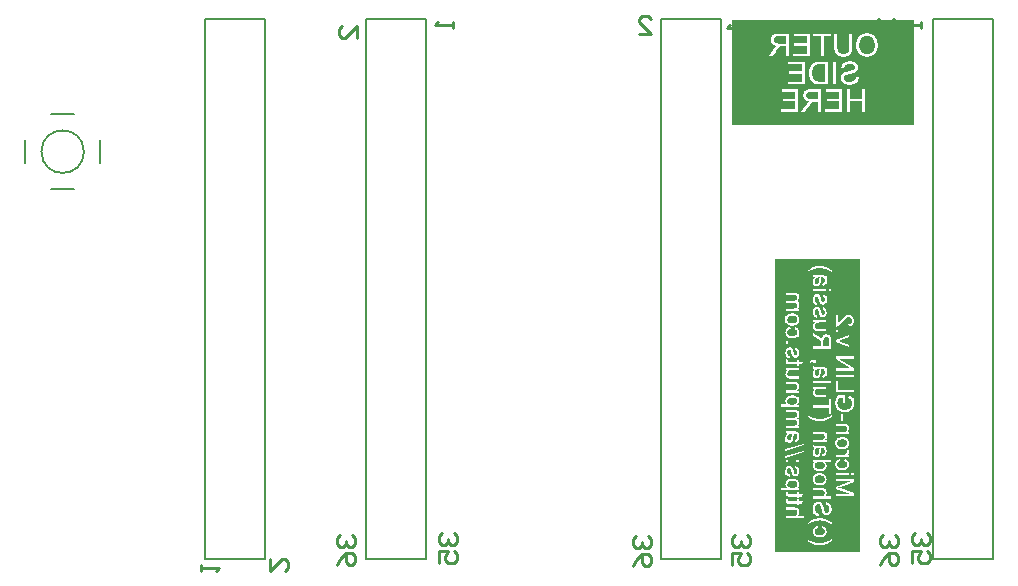
<source format=gbo>
G04*
G04 #@! TF.GenerationSoftware,Altium Limited,Altium Designer,22.4.2 (48)*
G04*
G04 Layer_Color=32896*
%FSLAX25Y25*%
%MOIN*%
G70*
G04*
G04 #@! TF.SameCoordinates,39428C79-78B4-4776-93AB-87EEE93D088D*
G04*
G04*
G04 #@! TF.FilePolarity,Positive*
G04*
G01*
G75*
%ADD11C,0.00787*%
%ADD13C,0.01000*%
G36*
X69299Y-7702D02*
Y-17039D01*
Y-30500D01*
X8701D01*
Y-17039D01*
Y-7702D01*
Y4500D01*
X69299D01*
Y-7702D01*
D02*
G37*
G36*
X51194Y-172792D02*
X42967D01*
D01*
X22806D01*
Y-75208D01*
X51194D01*
Y-172792D01*
D02*
G37*
%LPC*%
G36*
X48627Y-10D02*
X47626D01*
Y-4381D01*
Y-4389D01*
Y-4422D01*
Y-4471D01*
Y-4545D01*
X47618Y-4627D01*
Y-4717D01*
X47610Y-4824D01*
X47602Y-4930D01*
X47585Y-5168D01*
X47553Y-5406D01*
X47503Y-5636D01*
X47479Y-5742D01*
X47446Y-5832D01*
Y-5841D01*
X47438Y-5849D01*
X47430Y-5873D01*
X47413Y-5906D01*
X47364Y-5996D01*
X47298Y-6095D01*
X47216Y-6218D01*
X47110Y-6333D01*
X46979Y-6447D01*
X46823Y-6554D01*
X46815D01*
X46798Y-6562D01*
X46774Y-6579D01*
X46741Y-6595D01*
X46700Y-6611D01*
X46642Y-6628D01*
X46585Y-6652D01*
X46519Y-6677D01*
X46355Y-6718D01*
X46167Y-6759D01*
X45954Y-6792D01*
X45724Y-6800D01*
X45617D01*
X45544Y-6792D01*
X45453Y-6784D01*
X45347Y-6775D01*
X45232Y-6759D01*
X45109Y-6734D01*
X44855Y-6677D01*
X44724Y-6636D01*
X44592Y-6587D01*
X44469Y-6529D01*
X44355Y-6464D01*
X44248Y-6390D01*
X44150Y-6300D01*
X44141Y-6292D01*
X44125Y-6275D01*
X44109Y-6242D01*
X44076Y-6201D01*
X44043Y-6144D01*
X44002Y-6070D01*
X43953Y-5980D01*
X43912Y-5873D01*
X43871Y-5750D01*
X43822Y-5611D01*
X43781Y-5455D01*
X43748Y-5283D01*
X43715Y-5086D01*
X43690Y-4873D01*
X43682Y-4635D01*
X43674Y-4381D01*
Y-10D01*
X42674D01*
Y-4570D01*
X42682Y-4668D01*
X42690Y-4775D01*
X42698Y-4898D01*
X42706Y-5037D01*
X42739Y-5324D01*
X42780Y-5627D01*
X42846Y-5923D01*
X42887Y-6062D01*
X42936Y-6193D01*
Y-6201D01*
X42944Y-6226D01*
X42961Y-6259D01*
X42985Y-6308D01*
X43018Y-6365D01*
X43051Y-6431D01*
X43149Y-6579D01*
X43207Y-6669D01*
X43272Y-6751D01*
X43354Y-6849D01*
X43436Y-6939D01*
X43535Y-7030D01*
X43633Y-7120D01*
X43748Y-7202D01*
X43871Y-7284D01*
X43879Y-7292D01*
X43904Y-7300D01*
X43936Y-7325D01*
X43994Y-7349D01*
X44059Y-7382D01*
X44141Y-7415D01*
X44232Y-7456D01*
X44346Y-7489D01*
X44461Y-7530D01*
X44592Y-7571D01*
X44740Y-7604D01*
X44896Y-7636D01*
X45068Y-7661D01*
X45248Y-7686D01*
X45437Y-7694D01*
X45634Y-7702D01*
X45740D01*
X45814Y-7694D01*
X45904D01*
X46003Y-7686D01*
X46126Y-7669D01*
X46249Y-7653D01*
X46528Y-7612D01*
X46823Y-7546D01*
X47110Y-7456D01*
X47249Y-7407D01*
X47380Y-7341D01*
X47389Y-7333D01*
X47413Y-7325D01*
X47446Y-7300D01*
X47487Y-7276D01*
X47544Y-7235D01*
X47610Y-7185D01*
X47676Y-7136D01*
X47749Y-7071D01*
X47913Y-6923D01*
X48069Y-6743D01*
X48217Y-6529D01*
X48282Y-6406D01*
X48340Y-6283D01*
Y-6275D01*
X48348Y-6251D01*
X48364Y-6210D01*
X48381Y-6152D01*
X48405Y-6087D01*
X48430Y-5996D01*
X48455Y-5898D01*
X48479Y-5783D01*
X48512Y-5652D01*
X48537Y-5513D01*
X48561Y-5357D01*
X48578Y-5185D01*
X48602Y-5004D01*
X48610Y-4807D01*
X48627Y-4602D01*
Y-10D01*
D02*
G37*
G36*
X41575D02*
X35589D01*
Y-904D01*
X38082D01*
Y-7579D01*
X39082D01*
Y-904D01*
X41575D01*
Y-10D01*
D02*
G37*
G36*
X34531D02*
X29053D01*
Y-904D01*
X33531D01*
Y-3217D01*
X29340D01*
Y-4110D01*
X33531D01*
Y-6685D01*
X28881D01*
Y-7579D01*
X34531D01*
Y-10D01*
D02*
G37*
G36*
X27487D02*
X23969D01*
X23879Y-19D01*
X23789D01*
X23682Y-27D01*
X23559Y-35D01*
X23313Y-60D01*
X23059Y-101D01*
X22813Y-150D01*
X22707Y-183D01*
X22600Y-215D01*
X22592D01*
X22575Y-224D01*
X22551Y-240D01*
X22510Y-256D01*
X22411Y-306D01*
X22297Y-379D01*
X22157Y-478D01*
X22018Y-609D01*
X21878Y-757D01*
X21755Y-937D01*
Y-945D01*
X21739Y-962D01*
X21723Y-986D01*
X21706Y-1027D01*
X21682Y-1076D01*
X21657Y-1134D01*
X21624Y-1199D01*
X21591Y-1273D01*
X21534Y-1445D01*
X21485Y-1634D01*
X21452Y-1847D01*
X21436Y-2077D01*
Y-2085D01*
Y-2110D01*
Y-2159D01*
X21444Y-2208D01*
X21452Y-2282D01*
X21460Y-2364D01*
X21477Y-2454D01*
X21501Y-2552D01*
X21567Y-2766D01*
X21608Y-2880D01*
X21657Y-2995D01*
X21714Y-3110D01*
X21788Y-3225D01*
X21870Y-3331D01*
X21960Y-3438D01*
X21969Y-3446D01*
X21985Y-3463D01*
X22018Y-3487D01*
X22059Y-3528D01*
X22116Y-3569D01*
X22182Y-3618D01*
X22264Y-3676D01*
X22362Y-3733D01*
X22469Y-3791D01*
X22584Y-3848D01*
X22715Y-3905D01*
X22862Y-3963D01*
X23018Y-4012D01*
X23190Y-4061D01*
X23379Y-4102D01*
X23576Y-4135D01*
X23568D01*
X23559Y-4143D01*
X23510Y-4168D01*
X23436Y-4209D01*
X23346Y-4258D01*
X23248Y-4315D01*
X23149Y-4373D01*
X23051Y-4447D01*
X22969Y-4512D01*
X22961Y-4520D01*
X22953Y-4529D01*
X22928Y-4553D01*
X22895Y-4586D01*
X22854Y-4627D01*
X22805Y-4676D01*
X22698Y-4791D01*
X22575Y-4939D01*
X22436Y-5111D01*
X22288Y-5308D01*
X22141Y-5521D01*
X20829Y-7579D01*
X22083D01*
X23084Y-6005D01*
X23092Y-5996D01*
X23100Y-5972D01*
X23125Y-5939D01*
X23158Y-5890D01*
X23190Y-5832D01*
X23240Y-5767D01*
X23338Y-5619D01*
X23453Y-5447D01*
X23568Y-5275D01*
X23691Y-5111D01*
X23805Y-4963D01*
Y-4955D01*
X23822Y-4947D01*
X23855Y-4906D01*
X23904Y-4840D01*
X23978Y-4766D01*
X24051Y-4684D01*
X24142Y-4602D01*
X24232Y-4520D01*
X24314Y-4463D01*
X24322Y-4455D01*
X24355Y-4438D01*
X24396Y-4414D01*
X24453Y-4381D01*
X24527Y-4348D01*
X24601Y-4315D01*
X24683Y-4283D01*
X24773Y-4258D01*
X24781D01*
X24806Y-4250D01*
X24847Y-4242D01*
X24904Y-4233D01*
X24986D01*
X25085Y-4225D01*
X25199Y-4217D01*
X26487D01*
Y-7579D01*
X27487D01*
Y-10D01*
D02*
G37*
G36*
X53547Y121D02*
X53448D01*
X53375Y113D01*
X53276Y104D01*
X53170Y96D01*
X53055Y80D01*
X52924Y55D01*
X52776Y31D01*
X52628Y-2D01*
X52473Y-43D01*
X52309Y-92D01*
X52145Y-150D01*
X51981Y-215D01*
X51825Y-289D01*
X51661Y-379D01*
X51653Y-388D01*
X51620Y-404D01*
X51579Y-429D01*
X51521Y-470D01*
X51448Y-519D01*
X51374Y-584D01*
X51284Y-658D01*
X51185Y-740D01*
X51079Y-839D01*
X50972Y-945D01*
X50865Y-1060D01*
X50759Y-1183D01*
X50660Y-1314D01*
X50554Y-1462D01*
X50464Y-1618D01*
X50373Y-1782D01*
X50365Y-1790D01*
X50357Y-1823D01*
X50332Y-1872D01*
X50308Y-1937D01*
X50267Y-2019D01*
X50234Y-2126D01*
X50193Y-2241D01*
X50152Y-2372D01*
X50111Y-2511D01*
X50070Y-2667D01*
X50029Y-2839D01*
X49996Y-3012D01*
X49972Y-3200D01*
X49947Y-3397D01*
X49939Y-3594D01*
X49931Y-3807D01*
Y-3922D01*
X49939Y-4004D01*
X49947Y-4102D01*
X49955Y-4217D01*
X49972Y-4348D01*
X49988Y-4496D01*
X50013Y-4652D01*
X50045Y-4816D01*
X50078Y-4988D01*
X50127Y-5160D01*
X50185Y-5340D01*
X50242Y-5513D01*
X50316Y-5693D01*
X50398Y-5865D01*
X50406Y-5873D01*
X50423Y-5906D01*
X50447Y-5955D01*
X50480Y-6013D01*
X50529Y-6087D01*
X50587Y-6177D01*
X50660Y-6275D01*
X50734Y-6382D01*
X50824Y-6488D01*
X50923Y-6603D01*
X51038Y-6718D01*
X51152Y-6833D01*
X51275Y-6939D01*
X51415Y-7046D01*
X51562Y-7153D01*
X51718Y-7243D01*
X51726Y-7251D01*
X51759Y-7259D01*
X51800Y-7284D01*
X51866Y-7317D01*
X51948Y-7349D01*
X52038Y-7390D01*
X52145Y-7431D01*
X52268Y-7472D01*
X52399Y-7513D01*
X52538Y-7554D01*
X52694Y-7595D01*
X52850Y-7628D01*
X53194Y-7686D01*
X53375Y-7694D01*
X53555Y-7702D01*
X53662D01*
X53735Y-7694D01*
X53826Y-7686D01*
X53940Y-7677D01*
X54055Y-7661D01*
X54195Y-7636D01*
X54334Y-7612D01*
X54490Y-7579D01*
X54646Y-7538D01*
X54810Y-7489D01*
X54974Y-7431D01*
X55138Y-7358D01*
X55302Y-7284D01*
X55466Y-7194D01*
X55474Y-7185D01*
X55498Y-7169D01*
X55548Y-7136D01*
X55605Y-7095D01*
X55671Y-7046D01*
X55753Y-6980D01*
X55843Y-6907D01*
X55941Y-6825D01*
X56048Y-6726D01*
X56146Y-6620D01*
X56253Y-6505D01*
X56359Y-6382D01*
X56466Y-6242D01*
X56564Y-6103D01*
X56655Y-5947D01*
X56745Y-5783D01*
X56753Y-5775D01*
X56761Y-5742D01*
X56786Y-5693D01*
X56810Y-5627D01*
X56843Y-5545D01*
X56876Y-5447D01*
X56917Y-5340D01*
X56958Y-5209D01*
X56999Y-5078D01*
X57040Y-4930D01*
X57073Y-4775D01*
X57106Y-4611D01*
X57155Y-4266D01*
X57163Y-4078D01*
X57171Y-3897D01*
Y-3815D01*
X57163Y-3766D01*
Y-3717D01*
X57155Y-3586D01*
X57138Y-3430D01*
X57114Y-3241D01*
X57089Y-3044D01*
X57048Y-2823D01*
X56991Y-2585D01*
X56925Y-2347D01*
X56843Y-2101D01*
X56745Y-1855D01*
X56630Y-1609D01*
X56499Y-1380D01*
X56343Y-1150D01*
X56163Y-945D01*
X56154Y-937D01*
X56113Y-896D01*
X56056Y-847D01*
X55982Y-781D01*
X55876Y-699D01*
X55761Y-609D01*
X55621Y-511D01*
X55457Y-412D01*
X55277Y-314D01*
X55080Y-215D01*
X54867Y-125D01*
X54629Y-43D01*
X54383Y22D01*
X54121Y72D01*
X53842Y113D01*
X53547Y121D01*
D02*
G37*
G36*
X43260Y-9347D02*
X42259D01*
Y-16916D01*
X43260D01*
Y-9347D01*
D02*
G37*
G36*
X40497D02*
X37676D01*
X37594Y-9355D01*
X37495D01*
X37397Y-9363D01*
X37176Y-9371D01*
X36954Y-9396D01*
X36733Y-9421D01*
X36634Y-9445D01*
X36544Y-9462D01*
X36536D01*
X36511Y-9470D01*
X36478Y-9478D01*
X36437Y-9494D01*
X36380Y-9511D01*
X36314Y-9527D01*
X36159Y-9585D01*
X35987Y-9658D01*
X35806Y-9749D01*
X35618Y-9864D01*
X35437Y-10003D01*
X35429Y-10011D01*
X35412Y-10028D01*
X35380Y-10052D01*
X35339Y-10093D01*
X35289Y-10142D01*
X35232Y-10208D01*
X35166Y-10273D01*
X35101Y-10356D01*
X35027Y-10446D01*
X34953Y-10544D01*
X34879Y-10651D01*
X34806Y-10766D01*
X34666Y-11020D01*
X34543Y-11299D01*
Y-11307D01*
X34527Y-11331D01*
X34519Y-11381D01*
X34494Y-11438D01*
X34470Y-11512D01*
X34445Y-11602D01*
X34420Y-11700D01*
X34387Y-11815D01*
X34363Y-11946D01*
X34338Y-12086D01*
X34314Y-12233D01*
X34289Y-12389D01*
X34264Y-12553D01*
X34256Y-12725D01*
X34240Y-13094D01*
Y-13242D01*
X34248Y-13316D01*
Y-13406D01*
X34256Y-13504D01*
X34264Y-13611D01*
X34289Y-13849D01*
X34330Y-14103D01*
X34379Y-14365D01*
X34445Y-14628D01*
Y-14636D01*
X34453Y-14660D01*
X34470Y-14693D01*
X34478Y-14734D01*
X34502Y-14792D01*
X34527Y-14857D01*
X34584Y-15013D01*
X34658Y-15185D01*
X34748Y-15374D01*
X34847Y-15554D01*
X34962Y-15726D01*
Y-15735D01*
X34978Y-15743D01*
X34994Y-15767D01*
X35019Y-15800D01*
X35076Y-15874D01*
X35166Y-15972D01*
X35265Y-16087D01*
X35380Y-16202D01*
X35511Y-16309D01*
X35650Y-16415D01*
X35658D01*
X35667Y-16423D01*
X35716Y-16456D01*
X35798Y-16497D01*
X35904Y-16555D01*
X36036Y-16612D01*
X36191Y-16678D01*
X36372Y-16735D01*
X36560Y-16793D01*
X36569D01*
X36585Y-16801D01*
X36610D01*
X36651Y-16809D01*
X36700Y-16817D01*
X36766Y-16834D01*
X36831Y-16842D01*
X36905Y-16850D01*
X37085Y-16874D01*
X37290Y-16899D01*
X37520Y-16907D01*
X37766Y-16916D01*
X40497D01*
Y-9347D01*
D02*
G37*
G36*
X32838D02*
X27360D01*
Y-10241D01*
X31837D01*
Y-12553D01*
X27647D01*
Y-13447D01*
X31837D01*
Y-16022D01*
X27188D01*
Y-16916D01*
X32838D01*
Y-9347D01*
D02*
G37*
G36*
X47868Y-9216D02*
X47729D01*
X47655Y-9224D01*
X47565Y-9232D01*
X47475Y-9240D01*
X47368Y-9249D01*
X47139Y-9281D01*
X46884Y-9330D01*
X46630Y-9404D01*
X46384Y-9494D01*
X46376D01*
X46360Y-9511D01*
X46319Y-9519D01*
X46277Y-9544D01*
X46228Y-9577D01*
X46163Y-9609D01*
X46023Y-9691D01*
X45859Y-9806D01*
X45695Y-9945D01*
X45540Y-10101D01*
X45400Y-10290D01*
X45392Y-10298D01*
X45384Y-10315D01*
X45367Y-10339D01*
X45343Y-10380D01*
X45318Y-10429D01*
X45285Y-10487D01*
X45261Y-10560D01*
X45220Y-10634D01*
X45154Y-10807D01*
X45097Y-11011D01*
X45048Y-11233D01*
X45023Y-11479D01*
X45982Y-11553D01*
Y-11545D01*
X45990Y-11520D01*
Y-11487D01*
X45999Y-11438D01*
X46015Y-11372D01*
X46031Y-11307D01*
X46081Y-11151D01*
X46146Y-10979D01*
X46245Y-10798D01*
X46360Y-10626D01*
X46433Y-10552D01*
X46515Y-10479D01*
X46523Y-10470D01*
X46532Y-10462D01*
X46564Y-10446D01*
X46597Y-10421D01*
X46646Y-10396D01*
X46704Y-10364D01*
X46769Y-10331D01*
X46843Y-10290D01*
X46933Y-10257D01*
X47032Y-10224D01*
X47139Y-10192D01*
X47253Y-10167D01*
X47385Y-10142D01*
X47524Y-10126D01*
X47671Y-10109D01*
X47909D01*
X47975Y-10118D01*
X48049D01*
X48131Y-10126D01*
X48229Y-10134D01*
X48327Y-10150D01*
X48549Y-10192D01*
X48762Y-10249D01*
X48967Y-10331D01*
X49066Y-10388D01*
X49147Y-10446D01*
X49156D01*
X49164Y-10462D01*
X49213Y-10503D01*
X49279Y-10577D01*
X49352Y-10675D01*
X49426Y-10790D01*
X49492Y-10930D01*
X49541Y-11077D01*
X49549Y-11159D01*
X49558Y-11249D01*
Y-11258D01*
Y-11266D01*
X49549Y-11315D01*
X49541Y-11389D01*
X49525Y-11479D01*
X49484Y-11586D01*
X49435Y-11700D01*
X49369Y-11807D01*
X49270Y-11913D01*
X49254Y-11922D01*
X49238Y-11938D01*
X49205Y-11963D01*
X49164Y-11987D01*
X49115Y-12012D01*
X49049Y-12045D01*
X48975Y-12086D01*
X48885Y-12127D01*
X48779Y-12168D01*
X48656Y-12209D01*
X48516Y-12258D01*
X48352Y-12307D01*
X48180Y-12356D01*
X47983Y-12414D01*
X47762Y-12463D01*
X47745D01*
X47704Y-12471D01*
X47647Y-12488D01*
X47565Y-12512D01*
X47466Y-12528D01*
X47352Y-12561D01*
X47229Y-12586D01*
X47098Y-12627D01*
X46819Y-12701D01*
X46540Y-12775D01*
X46409Y-12815D01*
X46294Y-12856D01*
X46179Y-12898D01*
X46089Y-12938D01*
X46081D01*
X46056Y-12955D01*
X46023Y-12971D01*
X45982Y-12996D01*
X45925Y-13021D01*
X45859Y-13061D01*
X45720Y-13152D01*
X45556Y-13258D01*
X45400Y-13389D01*
X45244Y-13545D01*
X45179Y-13627D01*
X45113Y-13709D01*
Y-13717D01*
X45097Y-13734D01*
X45080Y-13758D01*
X45064Y-13791D01*
X45039Y-13832D01*
X45015Y-13890D01*
X44949Y-14021D01*
X44892Y-14177D01*
X44842Y-14357D01*
X44810Y-14562D01*
X44793Y-14784D01*
Y-14841D01*
X44802Y-14882D01*
Y-14939D01*
X44810Y-14997D01*
X44834Y-15153D01*
X44875Y-15325D01*
X44941Y-15513D01*
X45031Y-15710D01*
X45080Y-15817D01*
X45146Y-15915D01*
Y-15923D01*
X45162Y-15940D01*
X45179Y-15964D01*
X45211Y-16005D01*
X45285Y-16095D01*
X45400Y-16218D01*
X45540Y-16350D01*
X45712Y-16489D01*
X45908Y-16620D01*
X46138Y-16743D01*
X46146D01*
X46171Y-16760D01*
X46204Y-16768D01*
X46253Y-16793D01*
X46310Y-16809D01*
X46384Y-16834D01*
X46466Y-16866D01*
X46564Y-16891D01*
X46663Y-16916D01*
X46778Y-16948D01*
X47024Y-16989D01*
X47294Y-17022D01*
X47589Y-17039D01*
X47688D01*
X47762Y-17030D01*
X47852D01*
X47950Y-17022D01*
X48065Y-17014D01*
X48196Y-16997D01*
X48467Y-16965D01*
X48754Y-16916D01*
X49041Y-16842D01*
X49320Y-16743D01*
X49328D01*
X49352Y-16727D01*
X49385Y-16711D01*
X49435Y-16686D01*
X49492Y-16653D01*
X49558Y-16620D01*
X49713Y-16522D01*
X49885Y-16399D01*
X50066Y-16243D01*
X50246Y-16063D01*
X50402Y-15849D01*
X50410Y-15841D01*
X50419Y-15825D01*
X50435Y-15792D01*
X50459Y-15743D01*
X50492Y-15686D01*
X50525Y-15620D01*
X50566Y-15538D01*
X50599Y-15448D01*
X50640Y-15358D01*
X50673Y-15251D01*
X50738Y-15013D01*
X50788Y-14759D01*
X50804Y-14619D01*
X50812Y-14480D01*
X49869Y-14398D01*
Y-14406D01*
Y-14423D01*
X49861Y-14456D01*
X49853Y-14496D01*
X49845Y-14546D01*
X49836Y-14595D01*
X49804Y-14734D01*
X49762Y-14882D01*
X49713Y-15038D01*
X49648Y-15193D01*
X49566Y-15341D01*
X49558Y-15358D01*
X49516Y-15398D01*
X49459Y-15464D01*
X49377Y-15546D01*
X49270Y-15644D01*
X49139Y-15735D01*
X48983Y-15833D01*
X48803Y-15923D01*
X48795D01*
X48779Y-15932D01*
X48754Y-15940D01*
X48713Y-15956D01*
X48664Y-15972D01*
X48606Y-15997D01*
X48541Y-16014D01*
X48467Y-16030D01*
X48295Y-16071D01*
X48090Y-16112D01*
X47877Y-16137D01*
X47639Y-16145D01*
X47540D01*
X47491Y-16137D01*
X47434D01*
X47302Y-16120D01*
X47147Y-16104D01*
X46975Y-16079D01*
X46802Y-16038D01*
X46638Y-15981D01*
X46630D01*
X46622Y-15972D01*
X46597Y-15964D01*
X46564Y-15948D01*
X46491Y-15907D01*
X46392Y-15858D01*
X46286Y-15792D01*
X46171Y-15710D01*
X46073Y-15620D01*
X45982Y-15513D01*
X45974Y-15497D01*
X45950Y-15464D01*
X45908Y-15398D01*
X45867Y-15316D01*
X45835Y-15218D01*
X45794Y-15112D01*
X45769Y-14988D01*
X45761Y-14865D01*
Y-14857D01*
Y-14849D01*
Y-14808D01*
X45769Y-14734D01*
X45785Y-14652D01*
X45810Y-14554D01*
X45851Y-14447D01*
X45900Y-14341D01*
X45974Y-14242D01*
X45982Y-14234D01*
X46015Y-14201D01*
X46064Y-14152D01*
X46138Y-14086D01*
X46228Y-14021D01*
X46351Y-13947D01*
X46491Y-13873D01*
X46655Y-13800D01*
X46671Y-13791D01*
X46687Y-13783D01*
X46720Y-13775D01*
X46753Y-13767D01*
X46802Y-13750D01*
X46868Y-13726D01*
X46933Y-13709D01*
X47024Y-13685D01*
X47114Y-13652D01*
X47229Y-13627D01*
X47352Y-13595D01*
X47491Y-13554D01*
X47639Y-13521D01*
X47811Y-13472D01*
X48000Y-13431D01*
X48008D01*
X48041Y-13422D01*
X48098Y-13406D01*
X48164Y-13389D01*
X48254Y-13365D01*
X48352Y-13340D01*
X48450Y-13307D01*
X48565Y-13275D01*
X48811Y-13201D01*
X49049Y-13119D01*
X49164Y-13078D01*
X49270Y-13037D01*
X49369Y-12996D01*
X49451Y-12955D01*
X49459D01*
X49475Y-12938D01*
X49500Y-12922D01*
X49541Y-12906D01*
X49639Y-12848D01*
X49754Y-12766D01*
X49894Y-12660D01*
X50025Y-12545D01*
X50156Y-12405D01*
X50263Y-12258D01*
Y-12250D01*
X50271Y-12241D01*
X50287Y-12217D01*
X50304Y-12184D01*
X50345Y-12094D01*
X50394Y-11979D01*
X50443Y-11840D01*
X50484Y-11676D01*
X50517Y-11495D01*
X50525Y-11307D01*
Y-11299D01*
Y-11282D01*
Y-11249D01*
X50517Y-11208D01*
Y-11159D01*
X50509Y-11102D01*
X50484Y-10954D01*
X50443Y-10790D01*
X50394Y-10618D01*
X50312Y-10429D01*
X50205Y-10241D01*
Y-10232D01*
X50189Y-10216D01*
X50173Y-10192D01*
X50148Y-10159D01*
X50066Y-10069D01*
X49959Y-9954D01*
X49828Y-9831D01*
X49664Y-9708D01*
X49475Y-9585D01*
X49254Y-9478D01*
X49246D01*
X49229Y-9470D01*
X49189Y-9454D01*
X49147Y-9437D01*
X49090Y-9421D01*
X49016Y-9396D01*
X48934Y-9371D01*
X48844Y-9347D01*
X48746Y-9322D01*
X48639Y-9298D01*
X48410Y-9257D01*
X48147Y-9224D01*
X47868Y-9216D01*
D02*
G37*
G36*
X52977Y-18552D02*
X51977D01*
Y-21660D01*
X48049D01*
Y-18552D01*
X47048D01*
Y-26121D01*
X48049D01*
Y-22554D01*
X51977D01*
Y-26121D01*
X52977D01*
Y-18552D01*
D02*
G37*
G36*
X45359D02*
X39882D01*
Y-19446D01*
X44359D01*
Y-21758D01*
X40168D01*
Y-22652D01*
X44359D01*
Y-25227D01*
X39709D01*
Y-26121D01*
X45359D01*
Y-18552D01*
D02*
G37*
G36*
X38315D02*
X34797D01*
X34707Y-18560D01*
X34617D01*
X34510Y-18569D01*
X34387Y-18577D01*
X34141Y-18601D01*
X33887Y-18642D01*
X33641Y-18692D01*
X33535Y-18724D01*
X33428Y-18757D01*
X33420D01*
X33404Y-18765D01*
X33379Y-18782D01*
X33338Y-18798D01*
X33239Y-18847D01*
X33125Y-18921D01*
X32985Y-19020D01*
X32846Y-19151D01*
X32706Y-19298D01*
X32583Y-19479D01*
Y-19487D01*
X32567Y-19503D01*
X32551Y-19528D01*
X32534Y-19569D01*
X32510Y-19618D01*
X32485Y-19676D01*
X32452Y-19741D01*
X32419Y-19815D01*
X32362Y-19987D01*
X32313Y-20176D01*
X32280Y-20389D01*
X32264Y-20619D01*
Y-20627D01*
Y-20651D01*
Y-20701D01*
X32272Y-20750D01*
X32280Y-20824D01*
X32288Y-20906D01*
X32305Y-20996D01*
X32329Y-21094D01*
X32395Y-21307D01*
X32436Y-21422D01*
X32485Y-21537D01*
X32542Y-21652D01*
X32616Y-21767D01*
X32698Y-21873D01*
X32789Y-21980D01*
X32797Y-21988D01*
X32813Y-22004D01*
X32846Y-22029D01*
X32887Y-22070D01*
X32944Y-22111D01*
X33010Y-22160D01*
X33092Y-22218D01*
X33190Y-22275D01*
X33297Y-22332D01*
X33412Y-22390D01*
X33543Y-22447D01*
X33691Y-22505D01*
X33846Y-22554D01*
X34018Y-22603D01*
X34207Y-22644D01*
X34404Y-22677D01*
X34396D01*
X34387Y-22685D01*
X34338Y-22710D01*
X34264Y-22751D01*
X34174Y-22800D01*
X34076Y-22857D01*
X33977Y-22915D01*
X33879Y-22988D01*
X33797Y-23054D01*
X33789Y-23062D01*
X33781Y-23070D01*
X33756Y-23095D01*
X33723Y-23128D01*
X33682Y-23169D01*
X33633Y-23218D01*
X33527Y-23333D01*
X33404Y-23480D01*
X33264Y-23653D01*
X33116Y-23849D01*
X32969Y-24063D01*
X31657Y-26121D01*
X32912D01*
X33912Y-24546D01*
X33920Y-24538D01*
X33928Y-24514D01*
X33953Y-24481D01*
X33986Y-24432D01*
X34018Y-24374D01*
X34068Y-24309D01*
X34166Y-24161D01*
X34281Y-23989D01*
X34396Y-23817D01*
X34519Y-23653D01*
X34633Y-23505D01*
Y-23497D01*
X34650Y-23489D01*
X34683Y-23448D01*
X34732Y-23382D01*
X34806Y-23308D01*
X34879Y-23226D01*
X34970Y-23144D01*
X35060Y-23062D01*
X35142Y-23005D01*
X35150Y-22997D01*
X35183Y-22980D01*
X35224Y-22956D01*
X35281Y-22923D01*
X35355Y-22890D01*
X35429Y-22857D01*
X35511Y-22824D01*
X35601Y-22800D01*
X35609D01*
X35634Y-22792D01*
X35675Y-22783D01*
X35732Y-22775D01*
X35814D01*
X35913Y-22767D01*
X36028Y-22759D01*
X37315D01*
Y-26121D01*
X38315D01*
Y-18552D01*
D02*
G37*
G36*
X30673D02*
X25195D01*
Y-19446D01*
X29673D01*
Y-21758D01*
X25482D01*
Y-22652D01*
X29673D01*
Y-25227D01*
X25023D01*
Y-26121D01*
X30673D01*
Y-18552D01*
D02*
G37*
%LPD*%
G36*
X26487Y-3348D02*
X24224D01*
X24166Y-3340D01*
X24101D01*
X23945Y-3331D01*
X23773Y-3315D01*
X23592Y-3290D01*
X23420Y-3258D01*
X23264Y-3208D01*
X23256D01*
X23248Y-3200D01*
X23199Y-3184D01*
X23133Y-3151D01*
X23043Y-3102D01*
X22953Y-3036D01*
X22854Y-2962D01*
X22756Y-2864D01*
X22674Y-2757D01*
X22666Y-2741D01*
X22641Y-2700D01*
X22608Y-2643D01*
X22567Y-2552D01*
X22534Y-2454D01*
X22502Y-2339D01*
X22477Y-2208D01*
X22469Y-2077D01*
Y-2069D01*
Y-2052D01*
Y-2028D01*
X22477Y-1987D01*
Y-1946D01*
X22485Y-1888D01*
X22518Y-1765D01*
X22567Y-1626D01*
X22633Y-1478D01*
X22731Y-1339D01*
X22797Y-1265D01*
X22862Y-1199D01*
X22871Y-1191D01*
X22879Y-1183D01*
X22903Y-1167D01*
X22936Y-1142D01*
X22977Y-1117D01*
X23035Y-1085D01*
X23092Y-1052D01*
X23166Y-1019D01*
X23248Y-986D01*
X23338Y-962D01*
X23436Y-929D01*
X23543Y-904D01*
X23666Y-880D01*
X23797Y-863D01*
X23937Y-847D01*
X26487D01*
Y-3348D01*
D02*
G37*
G36*
X53645Y-748D02*
X53727D01*
X53817Y-765D01*
X53924Y-781D01*
X54039Y-806D01*
X54170Y-830D01*
X54309Y-871D01*
X54457Y-921D01*
X54613Y-978D01*
X54760Y-1052D01*
X54916Y-1134D01*
X55072Y-1232D01*
X55228Y-1347D01*
X55375Y-1478D01*
X55384Y-1486D01*
X55408Y-1511D01*
X55449Y-1560D01*
X55490Y-1618D01*
X55556Y-1700D01*
X55613Y-1798D01*
X55687Y-1921D01*
X55753Y-2052D01*
X55826Y-2216D01*
X55900Y-2397D01*
X55958Y-2593D01*
X56015Y-2815D01*
X56064Y-3053D01*
X56105Y-3315D01*
X56130Y-3602D01*
X56138Y-3914D01*
Y-3930D01*
Y-3971D01*
X56130Y-4045D01*
Y-4143D01*
X56113Y-4258D01*
X56097Y-4389D01*
X56081Y-4537D01*
X56048Y-4693D01*
X56007Y-4865D01*
X55958Y-5045D01*
X55900Y-5217D01*
X55826Y-5398D01*
X55744Y-5578D01*
X55646Y-5750D01*
X55539Y-5914D01*
X55408Y-6070D01*
X55400Y-6078D01*
X55375Y-6103D01*
X55334Y-6144D01*
X55277Y-6193D01*
X55203Y-6251D01*
X55113Y-6316D01*
X55015Y-6390D01*
X54900Y-6456D01*
X54777Y-6529D01*
X54629Y-6603D01*
X54482Y-6669D01*
X54318Y-6726D01*
X54145Y-6775D01*
X53957Y-6816D01*
X53768Y-6841D01*
X53563Y-6849D01*
X53514D01*
X53457Y-6841D01*
X53375Y-6833D01*
X53276Y-6825D01*
X53170Y-6808D01*
X53038Y-6784D01*
X52907Y-6751D01*
X52760Y-6710D01*
X52612Y-6661D01*
X52456Y-6595D01*
X52300Y-6513D01*
X52145Y-6423D01*
X51989Y-6324D01*
X51841Y-6201D01*
X51702Y-6062D01*
X51694Y-6054D01*
X51669Y-6021D01*
X51636Y-5980D01*
X51587Y-5914D01*
X51530Y-5832D01*
X51464Y-5734D01*
X51398Y-5619D01*
X51333Y-5480D01*
X51267Y-5332D01*
X51193Y-5160D01*
X51136Y-4980D01*
X51079Y-4775D01*
X51029Y-4553D01*
X50997Y-4324D01*
X50972Y-4069D01*
X50964Y-3807D01*
Y-3799D01*
Y-3766D01*
Y-3717D01*
X50972Y-3651D01*
Y-3569D01*
X50980Y-3479D01*
X50988Y-3372D01*
X51005Y-3258D01*
X51038Y-3003D01*
X51095Y-2733D01*
X51177Y-2462D01*
X51284Y-2192D01*
Y-2183D01*
X51300Y-2159D01*
X51316Y-2126D01*
X51341Y-2077D01*
X51374Y-2019D01*
X51415Y-1954D01*
X51513Y-1798D01*
X51644Y-1626D01*
X51800Y-1454D01*
X51981Y-1281D01*
X52194Y-1126D01*
X52202Y-1117D01*
X52218Y-1109D01*
X52251Y-1093D01*
X52300Y-1068D01*
X52358Y-1035D01*
X52423Y-1003D01*
X52497Y-970D01*
X52587Y-929D01*
X52686Y-896D01*
X52784Y-863D01*
X53014Y-798D01*
X53268Y-757D01*
X53407Y-740D01*
X53596D01*
X53645Y-748D01*
D02*
G37*
G36*
X39496Y-16022D02*
X37758D01*
X37692Y-16014D01*
X37618D01*
X37454Y-16005D01*
X37266Y-15989D01*
X37069Y-15964D01*
X36880Y-15932D01*
X36708Y-15890D01*
X36700D01*
X36692Y-15882D01*
X36667Y-15874D01*
X36634Y-15866D01*
X36560Y-15833D01*
X36462Y-15792D01*
X36356Y-15735D01*
X36241Y-15669D01*
X36126Y-15587D01*
X36028Y-15497D01*
X36019Y-15489D01*
X36011Y-15481D01*
X35970Y-15431D01*
X35904Y-15349D01*
X35822Y-15243D01*
X35741Y-15103D01*
X35650Y-14939D01*
X35560Y-14751D01*
X35478Y-14537D01*
Y-14529D01*
X35470Y-14513D01*
X35462Y-14480D01*
X35445Y-14431D01*
X35429Y-14374D01*
X35412Y-14300D01*
X35396Y-14218D01*
X35372Y-14128D01*
X35355Y-14029D01*
X35339Y-13914D01*
X35322Y-13800D01*
X35306Y-13668D01*
X35281Y-13389D01*
X35273Y-13078D01*
Y-13061D01*
Y-13029D01*
Y-12963D01*
X35281Y-12881D01*
Y-12783D01*
X35289Y-12668D01*
X35306Y-12545D01*
X35322Y-12405D01*
X35372Y-12110D01*
X35437Y-11807D01*
X35535Y-11520D01*
X35601Y-11381D01*
X35667Y-11258D01*
X35675Y-11249D01*
X35683Y-11233D01*
X35708Y-11200D01*
X35741Y-11151D01*
X35773Y-11102D01*
X35822Y-11044D01*
X35929Y-10913D01*
X36068Y-10766D01*
X36233Y-10626D01*
X36413Y-10495D01*
X36511Y-10446D01*
X36618Y-10396D01*
X36626D01*
X36634Y-10388D01*
X36659Y-10380D01*
X36692Y-10372D01*
X36741Y-10364D01*
X36790Y-10347D01*
X36856Y-10331D01*
X36930Y-10315D01*
X37012Y-10306D01*
X37110Y-10290D01*
X37216Y-10273D01*
X37331Y-10265D01*
X37462Y-10257D01*
X37602Y-10249D01*
X37749Y-10241D01*
X39496D01*
Y-16022D01*
D02*
G37*
G36*
X37315Y-21890D02*
X35052D01*
X34994Y-21881D01*
X34929D01*
X34773Y-21873D01*
X34601Y-21857D01*
X34420Y-21832D01*
X34248Y-21799D01*
X34092Y-21750D01*
X34084D01*
X34076Y-21742D01*
X34027Y-21726D01*
X33961Y-21693D01*
X33871Y-21644D01*
X33781Y-21578D01*
X33682Y-21504D01*
X33584Y-21406D01*
X33502Y-21299D01*
X33494Y-21283D01*
X33469Y-21242D01*
X33436Y-21184D01*
X33395Y-21094D01*
X33362Y-20996D01*
X33330Y-20881D01*
X33305Y-20750D01*
X33297Y-20619D01*
Y-20610D01*
Y-20594D01*
Y-20569D01*
X33305Y-20528D01*
Y-20487D01*
X33313Y-20430D01*
X33346Y-20307D01*
X33395Y-20168D01*
X33461Y-20020D01*
X33559Y-19881D01*
X33625Y-19807D01*
X33691Y-19741D01*
X33699Y-19733D01*
X33707Y-19725D01*
X33731Y-19708D01*
X33764Y-19684D01*
X33805Y-19659D01*
X33863Y-19626D01*
X33920Y-19594D01*
X33994Y-19561D01*
X34076Y-19528D01*
X34166Y-19503D01*
X34264Y-19471D01*
X34371Y-19446D01*
X34494Y-19421D01*
X34625Y-19405D01*
X34765Y-19389D01*
X37315D01*
Y-21890D01*
D02*
G37*
%LPC*%
G36*
X41749Y-77414D02*
Y-78877D01*
X41736Y-78870D01*
X41704Y-78844D01*
X41644Y-78805D01*
X41572Y-78752D01*
X41480Y-78687D01*
X41369Y-78615D01*
X41238Y-78529D01*
X41100Y-78444D01*
X40949Y-78352D01*
X40785Y-78260D01*
X40615Y-78162D01*
X40431Y-78070D01*
X40057Y-77893D01*
X39860Y-77808D01*
X39663Y-77736D01*
X39650Y-77729D01*
X39624Y-77723D01*
X39571Y-77703D01*
X39506Y-77683D01*
X39427Y-77663D01*
X39329Y-77631D01*
X39217Y-77604D01*
X39093Y-77572D01*
X38955Y-77545D01*
X38811Y-77513D01*
X38653Y-77486D01*
X38496Y-77467D01*
X38325Y-77440D01*
X38148Y-77427D01*
X37971Y-77421D01*
X37787Y-77414D01*
X37676D01*
X37597Y-77421D01*
X37499Y-77427D01*
X37380Y-77434D01*
X37249Y-77447D01*
X37098Y-77467D01*
X36941Y-77493D01*
X36770Y-77519D01*
X36593Y-77552D01*
X36410Y-77598D01*
X36219Y-77644D01*
X36022Y-77703D01*
X35832Y-77768D01*
X35636Y-77847D01*
X35622Y-77854D01*
X35590Y-77867D01*
X35537Y-77893D01*
X35458Y-77926D01*
X35373Y-77965D01*
X35268Y-78011D01*
X35150Y-78070D01*
X35019Y-78136D01*
X34881Y-78208D01*
X34737Y-78287D01*
X34435Y-78464D01*
X34120Y-78661D01*
X33818Y-78877D01*
Y-79408D01*
X33825Y-79402D01*
X33838Y-79395D01*
X33871Y-79376D01*
X33910Y-79356D01*
X33956Y-79330D01*
X34015Y-79297D01*
X34081Y-79258D01*
X34159Y-79218D01*
X34245Y-79172D01*
X34337Y-79120D01*
X34442Y-79074D01*
X34547Y-79015D01*
X34665Y-78962D01*
X34789Y-78910D01*
X35052Y-78792D01*
X35347Y-78674D01*
X35655Y-78562D01*
X35983Y-78464D01*
X36324Y-78365D01*
X36678Y-78287D01*
X37039Y-78228D01*
X37407Y-78188D01*
X37597Y-78182D01*
X37781Y-78175D01*
X37787D01*
X37813D01*
X37859D01*
X37912D01*
X37984Y-78182D01*
X38069D01*
X38161Y-78188D01*
X38266Y-78195D01*
X38377Y-78208D01*
X38496Y-78221D01*
X38627Y-78234D01*
X38758Y-78254D01*
X39033Y-78300D01*
X39322Y-78359D01*
X39329D01*
X39348Y-78365D01*
X39381Y-78372D01*
X39427Y-78385D01*
X39480Y-78398D01*
X39545Y-78418D01*
X39624Y-78438D01*
X39703Y-78457D01*
X39788Y-78483D01*
X39886Y-78516D01*
X40083Y-78582D01*
X40293Y-78661D01*
X40510Y-78746D01*
X40516D01*
X40529Y-78752D01*
X40549Y-78765D01*
X40582Y-78779D01*
X40621Y-78798D01*
X40674Y-78825D01*
X40733Y-78857D01*
X40805Y-78890D01*
X40883Y-78930D01*
X40975Y-78982D01*
X41074Y-79035D01*
X41185Y-79093D01*
X41310Y-79159D01*
X41448Y-79238D01*
X41592Y-79317D01*
X41749Y-79408D01*
X33818D01*
X41749D01*
Y-77414D01*
D02*
G37*
G36*
X40083Y-80281D02*
D01*
Y-82118D01*
X40077Y-82072D01*
Y-82013D01*
X40064Y-81888D01*
X40050Y-81744D01*
X40024Y-81593D01*
X39991Y-81442D01*
X39945Y-81304D01*
Y-81298D01*
X39939Y-81291D01*
X39932Y-81271D01*
X39919Y-81245D01*
X39893Y-81186D01*
X39854Y-81107D01*
X39808Y-81022D01*
X39749Y-80937D01*
X39683Y-80858D01*
X39611Y-80786D01*
X39604Y-80779D01*
X39578Y-80760D01*
X39532Y-80727D01*
X39473Y-80694D01*
X39401Y-80655D01*
X39316Y-80616D01*
X39217Y-80576D01*
X39106Y-80550D01*
X39099D01*
X39066Y-80543D01*
X39020Y-80537D01*
X38948Y-80530D01*
X38856Y-80524D01*
X38738Y-80517D01*
X38666D01*
X38594Y-80510D01*
X38515D01*
X38423D01*
X37433D01*
X37420D01*
X37387D01*
X37334D01*
X37269D01*
X37184D01*
X37092D01*
X36987Y-80504D01*
X36882D01*
X36659Y-80497D01*
X36547D01*
X36442Y-80491D01*
X36344Y-80484D01*
X36259Y-80478D01*
X36180Y-80471D01*
X36121Y-80465D01*
X36108D01*
X36075Y-80458D01*
X36022Y-80445D01*
X35950Y-80425D01*
X35872Y-80399D01*
X35786Y-80366D01*
X35688Y-80327D01*
X35596Y-80281D01*
Y-81055D01*
X35609Y-81062D01*
X35636Y-81075D01*
X35688Y-81094D01*
X35754Y-81114D01*
X35832Y-81140D01*
X35924Y-81166D01*
X36029Y-81186D01*
X36147Y-81199D01*
X36141Y-81206D01*
X36134Y-81219D01*
X36114Y-81239D01*
X36088Y-81271D01*
X36062Y-81311D01*
X36022Y-81350D01*
X35950Y-81455D01*
X35865Y-81580D01*
X35780Y-81711D01*
X35708Y-81855D01*
X35642Y-82000D01*
Y-82006D01*
X35636Y-82019D01*
X35629Y-82039D01*
X35622Y-82065D01*
X35609Y-82098D01*
X35596Y-82144D01*
X35570Y-82242D01*
X35544Y-82367D01*
X35517Y-82505D01*
X35504Y-82656D01*
X35498Y-82820D01*
Y-82892D01*
X35504Y-82938D01*
X35511Y-82997D01*
X35517Y-83069D01*
X35524Y-83148D01*
X35544Y-83226D01*
X35583Y-83410D01*
X35642Y-83594D01*
X35681Y-83679D01*
X35734Y-83771D01*
X35786Y-83850D01*
X35845Y-83928D01*
X35852Y-83935D01*
X35865Y-83948D01*
X35885Y-83961D01*
X35911Y-83987D01*
X35944Y-84020D01*
X35990Y-84053D01*
X36036Y-84086D01*
X36095Y-84118D01*
X36219Y-84191D01*
X36377Y-84256D01*
X36462Y-84282D01*
X36554Y-84296D01*
X36652Y-84309D01*
X36751Y-84315D01*
X36803D01*
X36869Y-84309D01*
X36948Y-84296D01*
X37039Y-84282D01*
X37138Y-84256D01*
X37236Y-84217D01*
X37341Y-84171D01*
X37354Y-84164D01*
X37387Y-84145D01*
X37433Y-84112D01*
X37499Y-84066D01*
X37564Y-84013D01*
X37636Y-83948D01*
X37702Y-83876D01*
X37767Y-83790D01*
X37774Y-83777D01*
X37794Y-83745D01*
X37826Y-83699D01*
X37859Y-83633D01*
X37899Y-83554D01*
X37938Y-83463D01*
X37977Y-83358D01*
X38010Y-83253D01*
Y-83240D01*
X38023Y-83213D01*
X38030Y-83161D01*
X38050Y-83089D01*
X38063Y-82997D01*
X38082Y-82879D01*
X38102Y-82748D01*
X38122Y-82590D01*
Y-82577D01*
X38128Y-82551D01*
X38135Y-82505D01*
X38141Y-82446D01*
X38155Y-82367D01*
X38168Y-82282D01*
X38181Y-82190D01*
X38194Y-82085D01*
X38233Y-81868D01*
X38279Y-81652D01*
X38305Y-81547D01*
X38332Y-81442D01*
X38358Y-81350D01*
X38384Y-81265D01*
X38391D01*
X38410D01*
X38437D01*
X38463Y-81258D01*
X38528D01*
X38555D01*
X38574D01*
X38581D01*
X38594D01*
X38620D01*
X38647D01*
X38725Y-81271D01*
X38824Y-81285D01*
X38929Y-81311D01*
X39033Y-81350D01*
X39132Y-81403D01*
X39211Y-81475D01*
X39224Y-81488D01*
X39237Y-81501D01*
X39250Y-81527D01*
X39270Y-81560D01*
X39289Y-81593D01*
X39342Y-81685D01*
X39388Y-81803D01*
X39427Y-81947D01*
X39453Y-82118D01*
X39467Y-82314D01*
Y-82400D01*
X39460Y-82446D01*
Y-82492D01*
X39447Y-82610D01*
X39421Y-82734D01*
X39388Y-82859D01*
X39342Y-82984D01*
X39283Y-83089D01*
X39276Y-83102D01*
X39250Y-83128D01*
X39197Y-83174D01*
X39132Y-83226D01*
X39047Y-83285D01*
X38929Y-83351D01*
X38797Y-83403D01*
X38719Y-83430D01*
X38633Y-83456D01*
X38732Y-84184D01*
X38738D01*
X38752Y-84178D01*
X38778Y-84171D01*
X38811Y-84164D01*
X38850Y-84151D01*
X38896Y-84138D01*
X39001Y-84105D01*
X39119Y-84060D01*
X39244Y-84007D01*
X39368Y-83941D01*
X39480Y-83863D01*
X39486D01*
X39493Y-83850D01*
X39525Y-83817D01*
X39578Y-83764D01*
X39644Y-83692D01*
X39716Y-83600D01*
X39788Y-83489D01*
X39860Y-83358D01*
X39926Y-83207D01*
Y-83200D01*
X39932Y-83187D01*
X39939Y-83161D01*
X39952Y-83128D01*
X39965Y-83089D01*
X39978Y-83043D01*
X39991Y-82984D01*
X40004Y-82918D01*
X40018Y-82852D01*
X40031Y-82774D01*
X40057Y-82603D01*
X40077Y-82413D01*
X40083Y-82209D01*
Y-84315D01*
D01*
Y-80281D01*
D02*
G37*
G36*
X41651Y-85194D02*
X35596D01*
Y-85936D01*
X39985D01*
Y-85194D01*
X40805D01*
Y-85936D01*
X41651D01*
Y-85194D01*
D02*
G37*
G36*
X30941Y-86477D02*
Y-87769D01*
X30935Y-87730D01*
X30928Y-87671D01*
X30921Y-87612D01*
X30908Y-87539D01*
X30895Y-87461D01*
X30849Y-87303D01*
X30784Y-87133D01*
X30744Y-87054D01*
X30698Y-86975D01*
X30639Y-86897D01*
X30574Y-86831D01*
X30567Y-86825D01*
X30554Y-86818D01*
X30534Y-86798D01*
X30508Y-86779D01*
X30469Y-86746D01*
X30423Y-86720D01*
X30364Y-86687D01*
X30298Y-86654D01*
X30226Y-86621D01*
X30147Y-86588D01*
X30055Y-86555D01*
X29957Y-86529D01*
X29846Y-86510D01*
X29728Y-86490D01*
X29603Y-86483D01*
X29465Y-86477D01*
X30941D01*
X26454D01*
Y-89035D01*
Y-87218D01*
X29216D01*
X29222D01*
X29236D01*
X29262D01*
X29288D01*
X29367Y-87225D01*
X29465D01*
X29570Y-87238D01*
X29675Y-87251D01*
X29773Y-87264D01*
X29859Y-87290D01*
X29865D01*
X29891Y-87303D01*
X29924Y-87323D01*
X29970Y-87349D01*
X30023Y-87389D01*
X30075Y-87428D01*
X30128Y-87487D01*
X30174Y-87553D01*
X30180Y-87559D01*
X30193Y-87586D01*
X30213Y-87625D01*
X30239Y-87677D01*
X30259Y-87743D01*
X30279Y-87822D01*
X30292Y-87907D01*
X30298Y-87999D01*
Y-88045D01*
X30292Y-88077D01*
Y-88117D01*
X30285Y-88163D01*
X30259Y-88268D01*
X30226Y-88392D01*
X30167Y-88524D01*
X30095Y-88648D01*
X30042Y-88714D01*
X29990Y-88773D01*
X29983D01*
X29977Y-88786D01*
X29957Y-88799D01*
X29931Y-88819D01*
X29898Y-88845D01*
X29859Y-88871D01*
X29806Y-88898D01*
X29754Y-88924D01*
X29688Y-88956D01*
X29616Y-88983D01*
X29531Y-89009D01*
X29445Y-89035D01*
X29347Y-89055D01*
X29236Y-89068D01*
X29124Y-89075D01*
X28999Y-89081D01*
X26454D01*
Y-89822D01*
X29301D01*
X29308D01*
X29321D01*
X29347D01*
X29386D01*
X29426Y-89829D01*
X29472D01*
X29583Y-89842D01*
X29701Y-89868D01*
X29826Y-89901D01*
X29944Y-89947D01*
X30049Y-90006D01*
X30062Y-90013D01*
X30088Y-90039D01*
X30128Y-90085D01*
X30174Y-90144D01*
X30220Y-90229D01*
X30259Y-90328D01*
X30285Y-90452D01*
X30298Y-90596D01*
Y-90649D01*
X30292Y-90708D01*
X30279Y-90787D01*
X30259Y-90879D01*
X30226Y-90977D01*
X30187Y-91075D01*
X30128Y-91180D01*
X30121Y-91193D01*
X30095Y-91226D01*
X30062Y-91272D01*
X30003Y-91325D01*
X29937Y-91390D01*
X29852Y-91456D01*
X29754Y-91515D01*
X29642Y-91567D01*
X29636D01*
X29629Y-91574D01*
X29609Y-91580D01*
X29583Y-91587D01*
X29550Y-91594D01*
X29511Y-91607D01*
X29465Y-91613D01*
X29413Y-91626D01*
X29347Y-91640D01*
X29281Y-91646D01*
X29209Y-91659D01*
X29124Y-91666D01*
X29039Y-91672D01*
X28940Y-91679D01*
X28842Y-91685D01*
X28730D01*
X26454D01*
Y-92427D01*
X30843D01*
Y-91764D01*
X30233D01*
X30239Y-91751D01*
X30279Y-91725D01*
X30338Y-91679D01*
X30410Y-91613D01*
X30495Y-91535D01*
X30580Y-91443D01*
X30666Y-91338D01*
X30744Y-91213D01*
Y-91207D01*
X30751Y-91200D01*
X30764Y-91180D01*
X30777Y-91154D01*
X30790Y-91121D01*
X30810Y-91082D01*
X30843Y-90990D01*
X30882Y-90872D01*
X30908Y-90741D01*
X30935Y-90590D01*
X30941Y-90433D01*
Y-90308D01*
Y-90354D01*
X30935Y-90308D01*
X30928Y-90262D01*
X30915Y-90150D01*
X30889Y-90026D01*
X30856Y-89895D01*
X30803Y-89763D01*
X30738Y-89639D01*
Y-89632D01*
X30731Y-89626D01*
X30698Y-89586D01*
X30652Y-89534D01*
X30593Y-89462D01*
X30508Y-89389D01*
X30416Y-89317D01*
X30305Y-89252D01*
X30174Y-89193D01*
X30180Y-89186D01*
X30206Y-89166D01*
X30246Y-89140D01*
X30292Y-89094D01*
X30351Y-89048D01*
X30416Y-88983D01*
X30488Y-88911D01*
X30561Y-88825D01*
X30626Y-88734D01*
X30698Y-88629D01*
X30764Y-88517D01*
X30823Y-88399D01*
X30869Y-88268D01*
X30908Y-88130D01*
X30935Y-87986D01*
X30941Y-87835D01*
Y-86477D01*
D02*
G37*
G36*
X40083Y-86821D02*
D01*
Y-88645D01*
X40077Y-88599D01*
Y-88547D01*
X40064Y-88422D01*
X40044Y-88284D01*
X40018Y-88127D01*
X39985Y-87976D01*
X39932Y-87825D01*
Y-87818D01*
X39926Y-87805D01*
X39919Y-87786D01*
X39906Y-87759D01*
X39873Y-87694D01*
X39827Y-87602D01*
X39768Y-87510D01*
X39696Y-87418D01*
X39617Y-87326D01*
X39525Y-87248D01*
X39512Y-87241D01*
X39480Y-87215D01*
X39421Y-87182D01*
X39348Y-87143D01*
X39250Y-87097D01*
X39132Y-87057D01*
X39001Y-87018D01*
X38850Y-86985D01*
X38752Y-87713D01*
X38758D01*
X38765D01*
X38804Y-87726D01*
X38870Y-87740D01*
X38942Y-87766D01*
X39027Y-87805D01*
X39112Y-87858D01*
X39197Y-87923D01*
X39276Y-88002D01*
X39283Y-88015D01*
X39309Y-88048D01*
X39342Y-88100D01*
X39375Y-88173D01*
X39414Y-88271D01*
X39440Y-88389D01*
X39467Y-88520D01*
X39473Y-88678D01*
Y-88763D01*
X39467Y-88802D01*
Y-88848D01*
X39453Y-88960D01*
X39434Y-89078D01*
X39401Y-89202D01*
X39362Y-89314D01*
X39335Y-89360D01*
X39303Y-89406D01*
X39296Y-89412D01*
X39270Y-89439D01*
X39237Y-89472D01*
X39191Y-89511D01*
X39132Y-89557D01*
X39060Y-89590D01*
X38988Y-89616D01*
X38902Y-89622D01*
X38896D01*
X38876D01*
X38850Y-89616D01*
X38817Y-89609D01*
X38732Y-89583D01*
X38686Y-89563D01*
X38640Y-89537D01*
X38633Y-89530D01*
X38620Y-89517D01*
X38601Y-89498D01*
X38574Y-89465D01*
X38541Y-89425D01*
X38509Y-89373D01*
X38476Y-89314D01*
X38443Y-89248D01*
Y-89242D01*
X38437Y-89222D01*
X38423Y-89183D01*
X38404Y-89124D01*
X38391Y-89084D01*
X38377Y-89038D01*
X38364Y-88986D01*
X38345Y-88927D01*
X38325Y-88855D01*
X38305Y-88776D01*
X38279Y-88691D01*
X38253Y-88592D01*
Y-88586D01*
X38246Y-88560D01*
X38233Y-88520D01*
X38220Y-88461D01*
X38200Y-88402D01*
X38181Y-88330D01*
X38155Y-88245D01*
X38128Y-88160D01*
X38076Y-87976D01*
X38017Y-87799D01*
X37990Y-87713D01*
X37958Y-87635D01*
X37931Y-87563D01*
X37905Y-87497D01*
Y-87490D01*
X37899Y-87484D01*
X37879Y-87444D01*
X37853Y-87385D01*
X37807Y-87320D01*
X37754Y-87241D01*
X37689Y-87156D01*
X37610Y-87077D01*
X37518Y-87005D01*
X37505Y-86998D01*
X37472Y-86979D01*
X37420Y-86946D01*
X37341Y-86913D01*
X37249Y-86880D01*
X37144Y-86848D01*
X37020Y-86828D01*
X36882Y-86821D01*
X35498D01*
X36816D01*
X36744Y-86834D01*
X36652Y-86848D01*
X36547Y-86874D01*
X36429Y-86913D01*
X36305Y-86972D01*
X36180Y-87044D01*
X36173D01*
X36167Y-87057D01*
X36127Y-87084D01*
X36068Y-87136D01*
X35996Y-87202D01*
X35911Y-87293D01*
X35826Y-87398D01*
X35747Y-87523D01*
X35675Y-87668D01*
Y-87674D01*
X35668Y-87687D01*
X35662Y-87707D01*
X35649Y-87740D01*
X35636Y-87779D01*
X35616Y-87825D01*
X35603Y-87877D01*
X35590Y-87936D01*
X35557Y-88074D01*
X35524Y-88232D01*
X35504Y-88402D01*
X35498Y-88592D01*
Y-88678D01*
X35504Y-88737D01*
X35511Y-88802D01*
X35517Y-88888D01*
X35524Y-88980D01*
X35544Y-89078D01*
X35583Y-89288D01*
X35642Y-89511D01*
X35681Y-89616D01*
X35734Y-89721D01*
X35786Y-89813D01*
X35845Y-89904D01*
X35852Y-89911D01*
X35865Y-89924D01*
X35885Y-89944D01*
X35911Y-89977D01*
X35950Y-90009D01*
X35996Y-90049D01*
X36049Y-90095D01*
X36108Y-90141D01*
X36180Y-90193D01*
X36259Y-90239D01*
X36344Y-90285D01*
X36442Y-90331D01*
X36541Y-90370D01*
X36652Y-90409D01*
X36777Y-90442D01*
X36902Y-90469D01*
X35498D01*
X36902D01*
D01*
X37020Y-89734D01*
X37013D01*
X37000Y-89727D01*
X36980D01*
X36948Y-89721D01*
X36908Y-89714D01*
X36869Y-89701D01*
X36770Y-89668D01*
X36659Y-89622D01*
X36541Y-89563D01*
X36436Y-89491D01*
X36337Y-89393D01*
Y-89386D01*
X36331Y-89380D01*
X36305Y-89340D01*
X36265Y-89275D01*
X36226Y-89183D01*
X36180Y-89071D01*
X36147Y-88933D01*
X36121Y-88776D01*
X36108Y-88599D01*
Y-88547D01*
X36114Y-88514D01*
Y-88468D01*
X36121Y-88422D01*
X36134Y-88310D01*
X36160Y-88186D01*
X36193Y-88055D01*
X36246Y-87936D01*
X36311Y-87831D01*
X36318Y-87818D01*
X36351Y-87792D01*
X36390Y-87753D01*
X36449Y-87707D01*
X36521Y-87661D01*
X36606Y-87621D01*
X36698Y-87595D01*
X36803Y-87582D01*
X36816D01*
X36843D01*
X36895Y-87595D01*
X36948Y-87608D01*
X37013Y-87635D01*
X37079Y-87674D01*
X37144Y-87733D01*
X37203Y-87805D01*
X37210Y-87812D01*
X37223Y-87838D01*
X37243Y-87884D01*
X37256Y-87917D01*
X37269Y-87956D01*
X37289Y-88009D01*
X37308Y-88061D01*
X37328Y-88120D01*
X37348Y-88192D01*
X37374Y-88271D01*
X37400Y-88363D01*
X37426Y-88461D01*
X37453Y-88566D01*
Y-88573D01*
X37459Y-88599D01*
X37472Y-88645D01*
X37485Y-88697D01*
X37505Y-88763D01*
X37525Y-88842D01*
X37551Y-88927D01*
X37577Y-89019D01*
X37636Y-89202D01*
X37695Y-89393D01*
X37721Y-89485D01*
X37754Y-89563D01*
X37787Y-89642D01*
X37813Y-89708D01*
Y-89714D01*
X37820Y-89721D01*
X37840Y-89760D01*
X37872Y-89813D01*
X37925Y-89885D01*
X37984Y-89964D01*
X38050Y-90042D01*
X38135Y-90121D01*
X38227Y-90187D01*
X38240Y-90193D01*
X38273Y-90213D01*
X38332Y-90239D01*
X38404Y-90265D01*
X38489Y-90292D01*
X38587Y-90318D01*
X38699Y-90337D01*
X38817Y-90344D01*
X38824D01*
X38830D01*
X38870D01*
X38922Y-90337D01*
X38994Y-90324D01*
X39079Y-90311D01*
X39171Y-90292D01*
X39270Y-90259D01*
X39362Y-90213D01*
X39375Y-90206D01*
X39401Y-90187D01*
X39447Y-90160D01*
X39506Y-90114D01*
X39571Y-90068D01*
X39644Y-90003D01*
X39709Y-89931D01*
X39775Y-89845D01*
X39781Y-89839D01*
X39794Y-89813D01*
X39821Y-89773D01*
X39847Y-89721D01*
X39880Y-89655D01*
X39919Y-89576D01*
X39959Y-89478D01*
X39991Y-89373D01*
Y-89367D01*
X39998Y-89360D01*
X40004Y-89321D01*
X40018Y-89262D01*
X40037Y-89176D01*
X40057Y-89084D01*
X40070Y-88973D01*
X40077Y-88855D01*
X40083Y-88730D01*
Y-90469D01*
X36902D01*
X40083D01*
Y-86821D01*
D02*
G37*
G36*
X36882Y-91052D02*
X35498D01*
X36816D01*
X36744Y-91066D01*
X36652Y-91079D01*
X36547Y-91105D01*
X36429Y-91144D01*
X36305Y-91203D01*
X36180Y-91276D01*
X36173D01*
X36167Y-91289D01*
X36127Y-91315D01*
X36068Y-91367D01*
X35996Y-91433D01*
X35911Y-91525D01*
X35826Y-91630D01*
X35747Y-91754D01*
X35675Y-91899D01*
Y-91905D01*
X35668Y-91918D01*
X35662Y-91938D01*
X35649Y-91971D01*
X35636Y-92010D01*
X35616Y-92056D01*
X35603Y-92109D01*
X35590Y-92168D01*
X35557Y-92305D01*
X35524Y-92463D01*
X35504Y-92633D01*
X35498Y-92824D01*
Y-92909D01*
X35504Y-92968D01*
X35511Y-93033D01*
X35517Y-93119D01*
X35524Y-93211D01*
X35544Y-93309D01*
X35583Y-93519D01*
X35642Y-93742D01*
X35681Y-93847D01*
X35734Y-93952D01*
X35786Y-94044D01*
X35845Y-94136D01*
X35852Y-94142D01*
X35865Y-94155D01*
X35885Y-94175D01*
X35911Y-94208D01*
X35950Y-94241D01*
X35996Y-94280D01*
X36049Y-94326D01*
X36108Y-94372D01*
X36180Y-94424D01*
X36259Y-94470D01*
X36344Y-94516D01*
X36442Y-94562D01*
X36541Y-94601D01*
X36652Y-94641D01*
X36777Y-94674D01*
X36902Y-94700D01*
X35498D01*
X36902D01*
D01*
X37020Y-93965D01*
X37013D01*
X37000Y-93958D01*
X36980D01*
X36948Y-93952D01*
X36908Y-93945D01*
X36869Y-93932D01*
X36770Y-93900D01*
X36659Y-93853D01*
X36541Y-93795D01*
X36436Y-93722D01*
X36337Y-93624D01*
Y-93617D01*
X36331Y-93611D01*
X36305Y-93572D01*
X36265Y-93506D01*
X36226Y-93414D01*
X36180Y-93303D01*
X36147Y-93165D01*
X36121Y-93007D01*
X36108Y-92830D01*
Y-92778D01*
X36114Y-92745D01*
Y-92699D01*
X36121Y-92653D01*
X36134Y-92541D01*
X36160Y-92417D01*
X36193Y-92286D01*
X36246Y-92168D01*
X36311Y-92063D01*
X36318Y-92049D01*
X36351Y-92023D01*
X36390Y-91984D01*
X36449Y-91938D01*
X36521Y-91892D01*
X36606Y-91853D01*
X36698Y-91826D01*
X36803Y-91813D01*
X36816D01*
X36843D01*
X36895Y-91826D01*
X36948Y-91840D01*
X37013Y-91866D01*
X37079Y-91905D01*
X37144Y-91964D01*
X37203Y-92036D01*
X37210Y-92043D01*
X37223Y-92069D01*
X37243Y-92115D01*
X37256Y-92148D01*
X37269Y-92187D01*
X37289Y-92240D01*
X37308Y-92292D01*
X37328Y-92351D01*
X37348Y-92423D01*
X37374Y-92502D01*
X37400Y-92594D01*
X37426Y-92692D01*
X37453Y-92797D01*
Y-92804D01*
X37459Y-92830D01*
X37472Y-92876D01*
X37485Y-92929D01*
X37505Y-92994D01*
X37525Y-93073D01*
X37551Y-93158D01*
X37577Y-93250D01*
X37636Y-93434D01*
X37695Y-93624D01*
X37721Y-93716D01*
X37754Y-93795D01*
X37787Y-93873D01*
X37813Y-93939D01*
Y-93945D01*
X37820Y-93952D01*
X37840Y-93991D01*
X37872Y-94044D01*
X37925Y-94116D01*
X37984Y-94195D01*
X38050Y-94273D01*
X38135Y-94352D01*
X38227Y-94418D01*
X38240Y-94424D01*
X38273Y-94444D01*
X38332Y-94470D01*
X38404Y-94496D01*
X38489Y-94523D01*
X38587Y-94549D01*
X38699Y-94569D01*
X38817Y-94575D01*
X38824D01*
X38830D01*
X38870D01*
X38922Y-94569D01*
X38994Y-94555D01*
X39079Y-94542D01*
X39171Y-94523D01*
X39270Y-94490D01*
X39362Y-94444D01*
X39375Y-94437D01*
X39401Y-94418D01*
X39447Y-94392D01*
X39506Y-94345D01*
X39571Y-94300D01*
X39644Y-94234D01*
X39709Y-94162D01*
X39775Y-94077D01*
X39781Y-94070D01*
X39794Y-94044D01*
X39821Y-94004D01*
X39847Y-93952D01*
X39880Y-93886D01*
X39919Y-93808D01*
X39959Y-93709D01*
X39991Y-93604D01*
Y-93598D01*
X39998Y-93591D01*
X40004Y-93552D01*
X40018Y-93493D01*
X40037Y-93407D01*
X40057Y-93316D01*
X40070Y-93204D01*
X40077Y-93086D01*
X40083Y-92961D01*
Y-92817D01*
Y-92876D01*
X40077Y-92830D01*
Y-92778D01*
X40064Y-92653D01*
X40044Y-92515D01*
X40018Y-92358D01*
X39985Y-92207D01*
X39932Y-92056D01*
Y-92049D01*
X39926Y-92036D01*
X39919Y-92017D01*
X39906Y-91991D01*
X39873Y-91925D01*
X39827Y-91833D01*
X39768Y-91741D01*
X39696Y-91649D01*
X39617Y-91558D01*
X39525Y-91479D01*
X39512Y-91472D01*
X39480Y-91446D01*
X39421Y-91413D01*
X39348Y-91374D01*
X39250Y-91328D01*
X39132Y-91289D01*
X39001Y-91249D01*
X38850Y-91216D01*
X38752Y-91945D01*
X38758D01*
X38765D01*
X38804Y-91958D01*
X38870Y-91971D01*
X38942Y-91997D01*
X39027Y-92036D01*
X39112Y-92089D01*
X39197Y-92155D01*
X39276Y-92233D01*
X39283Y-92246D01*
X39309Y-92279D01*
X39342Y-92332D01*
X39375Y-92404D01*
X39414Y-92502D01*
X39440Y-92620D01*
X39467Y-92751D01*
X39473Y-92909D01*
Y-92994D01*
X39467Y-93033D01*
Y-93080D01*
X39453Y-93191D01*
X39434Y-93309D01*
X39401Y-93434D01*
X39362Y-93545D01*
X39335Y-93591D01*
X39303Y-93637D01*
X39296Y-93644D01*
X39270Y-93670D01*
X39237Y-93703D01*
X39191Y-93742D01*
X39132Y-93788D01*
X39060Y-93821D01*
X38988Y-93847D01*
X38902Y-93853D01*
X38896D01*
X38876D01*
X38850Y-93847D01*
X38817Y-93840D01*
X38732Y-93814D01*
X38686Y-93795D01*
X38640Y-93768D01*
X38633Y-93762D01*
X38620Y-93749D01*
X38601Y-93729D01*
X38574Y-93696D01*
X38541Y-93657D01*
X38509Y-93604D01*
X38476Y-93545D01*
X38443Y-93480D01*
Y-93473D01*
X38437Y-93453D01*
X38423Y-93414D01*
X38404Y-93355D01*
X38391Y-93316D01*
X38377Y-93270D01*
X38364Y-93217D01*
X38345Y-93158D01*
X38325Y-93086D01*
X38305Y-93007D01*
X38279Y-92922D01*
X38253Y-92824D01*
Y-92817D01*
X38246Y-92791D01*
X38233Y-92751D01*
X38220Y-92692D01*
X38200Y-92633D01*
X38181Y-92561D01*
X38155Y-92476D01*
X38128Y-92391D01*
X38076Y-92207D01*
X38017Y-92030D01*
X37990Y-91945D01*
X37958Y-91866D01*
X37931Y-91794D01*
X37905Y-91728D01*
Y-91721D01*
X37899Y-91715D01*
X37879Y-91676D01*
X37853Y-91617D01*
X37807Y-91551D01*
X37754Y-91472D01*
X37689Y-91387D01*
X37610Y-91308D01*
X37518Y-91236D01*
X37505Y-91229D01*
X37472Y-91210D01*
X37420Y-91177D01*
X37341Y-91144D01*
X37249Y-91111D01*
X37144Y-91079D01*
X37020Y-91059D01*
X36882Y-91052D01*
D02*
G37*
G36*
X30941Y-93293D02*
X28704D01*
D01*
X28625D01*
X28566Y-93299D01*
X28494D01*
X28409Y-93306D01*
X28317Y-93312D01*
X28219Y-93326D01*
X28009Y-93352D01*
X27786Y-93398D01*
X27569Y-93463D01*
X27471Y-93503D01*
X27373Y-93549D01*
X27366D01*
X27353Y-93562D01*
X27327Y-93575D01*
X27294Y-93594D01*
X27254Y-93621D01*
X27202Y-93654D01*
X27097Y-93739D01*
X26972Y-93844D01*
X26848Y-93968D01*
X26730Y-94119D01*
X26618Y-94290D01*
Y-94296D01*
X26605Y-94310D01*
X26592Y-94336D01*
X26579Y-94375D01*
X26559Y-94421D01*
X26533Y-94473D01*
X26513Y-94533D01*
X26487Y-94605D01*
X26461Y-94677D01*
X26441Y-94762D01*
X26395Y-94939D01*
X26369Y-95136D01*
X26356Y-95346D01*
Y-93293D01*
D01*
Y-97399D01*
X28533D01*
X26356D01*
Y-95385D01*
X26362Y-95431D01*
Y-95497D01*
X26375Y-95575D01*
X26388Y-95667D01*
X26408Y-95766D01*
X26428Y-95877D01*
X26461Y-95995D01*
X26500Y-96114D01*
X26546Y-96238D01*
X26605Y-96363D01*
X26671Y-96487D01*
X26749Y-96605D01*
X26841Y-96724D01*
X26946Y-96835D01*
X26953Y-96842D01*
X26972Y-96861D01*
X27005Y-96887D01*
X27058Y-96920D01*
X27117Y-96966D01*
X27189Y-97012D01*
X27281Y-97065D01*
X27379Y-97117D01*
X27497Y-97170D01*
X27622Y-97222D01*
X27760Y-97268D01*
X27910Y-97314D01*
X28074Y-97347D01*
X28251Y-97373D01*
X28442Y-97393D01*
X28645Y-97399D01*
X28698D01*
X28763Y-97393D01*
X28842Y-97386D01*
X28947Y-97379D01*
X29065Y-97366D01*
X29190Y-97340D01*
X29327Y-97314D01*
X29472Y-97281D01*
X29623Y-97235D01*
X29773Y-97176D01*
X29924Y-97117D01*
X30069Y-97038D01*
X30206Y-96947D01*
X30331Y-96842D01*
X30449Y-96724D01*
X30456Y-96717D01*
X30469Y-96697D01*
X30495Y-96665D01*
X30528Y-96625D01*
X30561Y-96566D01*
X30607Y-96500D01*
X30652Y-96428D01*
X30698Y-96337D01*
X30744Y-96245D01*
X30784Y-96140D01*
X30830Y-96028D01*
X30862Y-95903D01*
X30895Y-95772D01*
X30921Y-95641D01*
X30935Y-95497D01*
X30941Y-95346D01*
Y-95307D01*
X30935Y-95261D01*
Y-95195D01*
X30921Y-95116D01*
X30908Y-95031D01*
X30889Y-94933D01*
X30869Y-94821D01*
X30836Y-94710D01*
X30797Y-94585D01*
X30744Y-94467D01*
X30692Y-94342D01*
X30620Y-94218D01*
X30541Y-94099D01*
X30449Y-93981D01*
X30344Y-93870D01*
X30338Y-93863D01*
X30318Y-93844D01*
X30285Y-93818D01*
X30233Y-93778D01*
X30174Y-93739D01*
X30101Y-93686D01*
X30016Y-93634D01*
X29918Y-93581D01*
X29806Y-93529D01*
X29682Y-93476D01*
X29550Y-93424D01*
X29406Y-93384D01*
X29249Y-93345D01*
X29078Y-93319D01*
X28894Y-93299D01*
X28704Y-93293D01*
X30941D01*
D02*
G37*
G36*
X43780Y-93755D02*
X43065D01*
Y-97763D01*
X43164D01*
X43229Y-97757D01*
X43308Y-97750D01*
X43393Y-97730D01*
X43485Y-97711D01*
X43577Y-97678D01*
X43584D01*
X43597Y-97672D01*
X43616Y-97665D01*
X43649Y-97652D01*
X43682Y-97632D01*
X43728Y-97612D01*
X43833Y-97560D01*
X43957Y-97494D01*
X44095Y-97409D01*
X44240Y-97311D01*
X44384Y-97193D01*
X44390Y-97186D01*
X44404Y-97180D01*
X44423Y-97160D01*
X44456Y-97127D01*
X44489Y-97094D01*
X44535Y-97048D01*
X44587Y-97002D01*
X44646Y-96943D01*
X44712Y-96878D01*
X44778Y-96806D01*
X44856Y-96727D01*
X44935Y-96635D01*
X45020Y-96543D01*
X45105Y-96438D01*
X45197Y-96333D01*
X45296Y-96215D01*
X45302Y-96202D01*
X45335Y-96169D01*
X45374Y-96123D01*
X45434Y-96058D01*
X45499Y-95979D01*
X45578Y-95887D01*
X45663Y-95782D01*
X45761Y-95677D01*
X45965Y-95454D01*
X46181Y-95238D01*
X46286Y-95133D01*
X46391Y-95034D01*
X46490Y-94949D01*
X46582Y-94877D01*
X46588Y-94870D01*
X46601Y-94864D01*
X46627Y-94844D01*
X46660Y-94824D01*
X46706Y-94792D01*
X46752Y-94765D01*
X46870Y-94700D01*
X47008Y-94634D01*
X47159Y-94575D01*
X47316Y-94536D01*
X47395Y-94529D01*
X47474Y-94523D01*
X47480D01*
X47493D01*
X47520D01*
X47546Y-94529D01*
X47585D01*
X47631Y-94542D01*
X47730Y-94562D01*
X47848Y-94601D01*
X47972Y-94660D01*
X48038Y-94693D01*
X48097Y-94739D01*
X48156Y-94785D01*
X48215Y-94844D01*
X48221Y-94851D01*
X48228Y-94857D01*
X48241Y-94877D01*
X48261Y-94903D01*
X48287Y-94936D01*
X48313Y-94975D01*
X48372Y-95067D01*
X48425Y-95192D01*
X48477Y-95329D01*
X48510Y-95494D01*
X48523Y-95585D01*
Y-95730D01*
X48517Y-95769D01*
Y-95815D01*
X48504Y-95868D01*
X48484Y-95986D01*
X48445Y-96123D01*
X48386Y-96268D01*
X48346Y-96340D01*
X48307Y-96412D01*
X48254Y-96478D01*
X48195Y-96543D01*
X48189Y-96550D01*
X48182Y-96556D01*
X48162Y-96569D01*
X48136Y-96596D01*
X48103Y-96615D01*
X48064Y-96641D01*
X48018Y-96674D01*
X47966Y-96701D01*
X47907Y-96733D01*
X47841Y-96760D01*
X47684Y-96812D01*
X47513Y-96851D01*
X47415Y-96858D01*
X47310Y-96865D01*
X47388Y-97625D01*
X47401D01*
X47428Y-97619D01*
X47467Y-97612D01*
X47526Y-97606D01*
X47598Y-97593D01*
X47684Y-97573D01*
X47775Y-97553D01*
X47874Y-97521D01*
X47972Y-97488D01*
X48084Y-97448D01*
X48189Y-97396D01*
X48294Y-97343D01*
X48405Y-97278D01*
X48504Y-97206D01*
X48602Y-97127D01*
X48687Y-97035D01*
X48694Y-97029D01*
X48707Y-97009D01*
X48727Y-96983D01*
X48759Y-96943D01*
X48792Y-96891D01*
X48832Y-96825D01*
X48871Y-96753D01*
X48917Y-96668D01*
X48956Y-96576D01*
X48996Y-96471D01*
X49035Y-96359D01*
X49068Y-96235D01*
X49101Y-96104D01*
X49120Y-95966D01*
X49133Y-95815D01*
X49140Y-95657D01*
Y-95572D01*
X49133Y-95513D01*
X49127Y-95441D01*
X49114Y-95356D01*
X49101Y-95257D01*
X49081Y-95159D01*
X49055Y-95047D01*
X49022Y-94936D01*
X48982Y-94818D01*
X48937Y-94706D01*
X48878Y-94588D01*
X48812Y-94477D01*
X48740Y-94372D01*
X48654Y-94273D01*
X48648Y-94267D01*
X48635Y-94254D01*
X48602Y-94227D01*
X48569Y-94195D01*
X48523Y-94155D01*
X48464Y-94109D01*
X48399Y-94064D01*
X48320Y-94017D01*
X48241Y-93972D01*
X48149Y-93926D01*
X48051Y-93880D01*
X47946Y-93840D01*
X47828Y-93808D01*
X47710Y-93781D01*
X47585Y-93768D01*
X47454Y-93762D01*
X47447D01*
X47441D01*
X47421D01*
X47395D01*
X47323Y-93768D01*
X47231Y-93781D01*
X47119Y-93801D01*
X47001Y-93827D01*
X46870Y-93860D01*
X46739Y-93913D01*
X46732D01*
X46726Y-93919D01*
X46706Y-93926D01*
X46680Y-93939D01*
X46608Y-93978D01*
X46516Y-94031D01*
X46404Y-94103D01*
X46280Y-94188D01*
X46148Y-94287D01*
X46004Y-94411D01*
X45998Y-94418D01*
X45985Y-94424D01*
X45965Y-94450D01*
X45932Y-94477D01*
X45893Y-94516D01*
X45847Y-94562D01*
X45788Y-94614D01*
X45729Y-94680D01*
X45656Y-94759D01*
X45578Y-94844D01*
X45486Y-94936D01*
X45394Y-95041D01*
X45289Y-95152D01*
X45184Y-95277D01*
X45066Y-95415D01*
X44941Y-95559D01*
X44935Y-95566D01*
X44915Y-95585D01*
X44889Y-95625D01*
X44850Y-95664D01*
X44804Y-95723D01*
X44751Y-95782D01*
X44633Y-95920D01*
X44508Y-96064D01*
X44377Y-96202D01*
X44318Y-96268D01*
X44266Y-96327D01*
X44213Y-96379D01*
X44174Y-96418D01*
X44167Y-96425D01*
X44141Y-96451D01*
X44102Y-96484D01*
X44049Y-96530D01*
X43990Y-96583D01*
X43925Y-96635D01*
X43780Y-96740D01*
Y-93755D01*
D02*
G37*
G36*
X39985Y-95572D02*
X35498D01*
X35596D01*
Y-96235D01*
X36239D01*
X36232Y-96241D01*
X36206Y-96261D01*
X36173Y-96287D01*
X36121Y-96327D01*
X36068Y-96379D01*
X36003Y-96445D01*
X35937Y-96517D01*
X35872Y-96602D01*
X35800Y-96701D01*
X35734Y-96806D01*
X35668Y-96917D01*
X35616Y-97042D01*
X35563Y-97180D01*
X35530Y-97317D01*
X35504Y-97468D01*
X35498Y-97632D01*
Y-99128D01*
Y-97698D01*
X35504Y-97770D01*
X35517Y-97868D01*
X35530Y-97980D01*
X35557Y-98104D01*
X35596Y-98229D01*
X35642Y-98360D01*
Y-98367D01*
X35649Y-98373D01*
X35668Y-98413D01*
X35701Y-98472D01*
X35747Y-98550D01*
X35800Y-98629D01*
X35865Y-98715D01*
X35937Y-98793D01*
X36016Y-98859D01*
X36029Y-98865D01*
X36055Y-98885D01*
X36108Y-98911D01*
X36173Y-98944D01*
X36252Y-98984D01*
X36344Y-99023D01*
X36449Y-99056D01*
X36567Y-99088D01*
X36580D01*
X36606Y-99095D01*
X36665Y-99102D01*
X36737Y-99108D01*
X36836Y-99115D01*
X36954Y-99121D01*
X37098Y-99128D01*
X39985D01*
Y-98334D01*
Y-98387D01*
X37551D01*
X37544D01*
X37525D01*
X37499D01*
X37459D01*
X37407D01*
X37354D01*
X37236Y-98380D01*
X37105D01*
X36974Y-98367D01*
X36856Y-98360D01*
X36803Y-98354D01*
X36764Y-98347D01*
X36751Y-98341D01*
X36718Y-98334D01*
X36659Y-98314D01*
X36593Y-98282D01*
X36521Y-98242D01*
X36449Y-98190D01*
X36370Y-98124D01*
X36305Y-98045D01*
X36298Y-98032D01*
X36278Y-98006D01*
X36252Y-97953D01*
X36226Y-97888D01*
X36193Y-97809D01*
X36167Y-97711D01*
X36147Y-97599D01*
X36141Y-97481D01*
Y-97422D01*
X36147Y-97363D01*
X36160Y-97278D01*
X36180Y-97180D01*
X36213Y-97075D01*
X36252Y-96969D01*
X36311Y-96858D01*
Y-96851D01*
X36318Y-96845D01*
X36344Y-96812D01*
X36383Y-96760D01*
X36436Y-96694D01*
X36501Y-96628D01*
X36580Y-96556D01*
X36672Y-96491D01*
X36777Y-96438D01*
X36783D01*
X36790Y-96432D01*
X36810Y-96425D01*
X36829Y-96418D01*
X36862Y-96412D01*
X36902Y-96399D01*
X36941Y-96386D01*
X36993Y-96373D01*
X37118Y-96353D01*
X37262Y-96333D01*
X37433Y-96320D01*
X37630Y-96314D01*
X39985D01*
Y-95572D01*
D02*
G37*
G36*
X43912Y-98747D02*
X43065D01*
Y-99594D01*
X43912D01*
Y-98747D01*
D02*
G37*
G36*
X27963Y-97760D02*
X27956D01*
X27930Y-97767D01*
X27891Y-97773D01*
X27838Y-97786D01*
X27773Y-97806D01*
X27700Y-97826D01*
X27622Y-97852D01*
X27530Y-97885D01*
X27346Y-97963D01*
X27248Y-98016D01*
X27149Y-98075D01*
X27051Y-98134D01*
X26953Y-98206D01*
X26867Y-98291D01*
X26782Y-98377D01*
X26776Y-98383D01*
X26762Y-98396D01*
X26743Y-98429D01*
X26717Y-98462D01*
X26684Y-98514D01*
X26644Y-98567D01*
X26612Y-98639D01*
X26572Y-98711D01*
X26526Y-98796D01*
X26493Y-98888D01*
X26454Y-98987D01*
X26421Y-99092D01*
X26395Y-99210D01*
X26375Y-99328D01*
X26362Y-99453D01*
X26356Y-99584D01*
Y-99623D01*
X26362Y-99669D01*
Y-99735D01*
X26375Y-99807D01*
X26388Y-99899D01*
X26402Y-99997D01*
X26428Y-100102D01*
X26461Y-100214D01*
X26500Y-100331D01*
X26546Y-100450D01*
X26605Y-100574D01*
X26671Y-100692D01*
X26749Y-100810D01*
X26835Y-100922D01*
X26939Y-101027D01*
X26946Y-101033D01*
X26966Y-101053D01*
X26999Y-101079D01*
X27051Y-101112D01*
X27110Y-101152D01*
X27182Y-101198D01*
X27274Y-101250D01*
X27373Y-101296D01*
X27484Y-101348D01*
X27609Y-101401D01*
X27746Y-101447D01*
X27897Y-101486D01*
X28061Y-101519D01*
X28238Y-101545D01*
X28429Y-101565D01*
X28625Y-101571D01*
X26356D01*
D01*
X28698D01*
X28743Y-101565D01*
X28809D01*
X28881Y-101558D01*
X28960Y-101552D01*
X29052Y-101545D01*
X29242Y-101512D01*
X29452Y-101473D01*
X29669Y-101420D01*
X29872Y-101342D01*
X29878D01*
X29898Y-101329D01*
X29924Y-101315D01*
X29957Y-101296D01*
X30003Y-101270D01*
X30055Y-101243D01*
X30174Y-101165D01*
X30298Y-101066D01*
X30436Y-100942D01*
X30561Y-100797D01*
X30672Y-100627D01*
Y-100620D01*
X30685Y-100607D01*
X30698Y-100581D01*
X30711Y-100541D01*
X30738Y-100496D01*
X30757Y-100443D01*
X30784Y-100384D01*
X30810Y-100318D01*
X30830Y-100240D01*
X30856Y-100161D01*
X30902Y-99984D01*
X30928Y-99787D01*
X30941Y-99584D01*
Y-101260D01*
Y-99511D01*
X30935Y-99466D01*
X30928Y-99407D01*
X30921Y-99334D01*
X30908Y-99256D01*
X30895Y-99170D01*
X30849Y-98987D01*
X30784Y-98790D01*
X30744Y-98691D01*
X30698Y-98593D01*
X30639Y-98501D01*
X30574Y-98416D01*
X30567Y-98409D01*
X30554Y-98396D01*
X30534Y-98370D01*
X30508Y-98344D01*
X30469Y-98304D01*
X30423Y-98265D01*
X30370Y-98219D01*
X30311Y-98173D01*
X30239Y-98121D01*
X30167Y-98075D01*
X30082Y-98022D01*
X29990Y-97976D01*
X29891Y-97937D01*
X29787Y-97898D01*
X29669Y-97858D01*
X29550Y-97832D01*
X29439Y-98554D01*
X29445D01*
X29459Y-98560D01*
X29478Y-98567D01*
X29511Y-98573D01*
X29590Y-98600D01*
X29688Y-98639D01*
X29793Y-98691D01*
X29905Y-98751D01*
X30010Y-98829D01*
X30101Y-98921D01*
X30115Y-98934D01*
X30141Y-98967D01*
X30174Y-99026D01*
X30220Y-99098D01*
X30259Y-99190D01*
X30298Y-99295D01*
X30325Y-99420D01*
X30331Y-99551D01*
Y-99603D01*
X30325Y-99643D01*
X30318Y-99695D01*
X30311Y-99748D01*
X30279Y-99879D01*
X30233Y-100023D01*
X30200Y-100095D01*
X30160Y-100174D01*
X30115Y-100246D01*
X30055Y-100325D01*
X29996Y-100397D01*
X29924Y-100463D01*
X29918Y-100469D01*
X29905Y-100476D01*
X29885Y-100496D01*
X29846Y-100515D01*
X29806Y-100541D01*
X29754Y-100574D01*
X29688Y-100607D01*
X29616Y-100633D01*
X29531Y-100666D01*
X29439Y-100699D01*
X29334Y-100732D01*
X29216Y-100758D01*
X29091Y-100778D01*
X28960Y-100797D01*
X28809Y-100804D01*
X28652Y-100810D01*
X28645D01*
X28612D01*
X28566D01*
X28507Y-100804D01*
X28435Y-100797D01*
X28350Y-100791D01*
X28258Y-100784D01*
X28160Y-100771D01*
X27950Y-100732D01*
X27733Y-100666D01*
X27635Y-100633D01*
X27536Y-100587D01*
X27445Y-100535D01*
X27366Y-100476D01*
X27359Y-100469D01*
X27346Y-100463D01*
X27327Y-100443D01*
X27307Y-100417D01*
X27274Y-100378D01*
X27241Y-100338D01*
X27202Y-100292D01*
X27169Y-100240D01*
X27090Y-100109D01*
X27031Y-99958D01*
X27005Y-99872D01*
X26985Y-99787D01*
X26972Y-99689D01*
X26966Y-99590D01*
Y-99551D01*
X26972Y-99518D01*
Y-99479D01*
X26979Y-99439D01*
X26999Y-99334D01*
X27031Y-99223D01*
X27077Y-99098D01*
X27143Y-98980D01*
X27228Y-98862D01*
X27235Y-98856D01*
X27241Y-98849D01*
X27281Y-98816D01*
X27346Y-98764D01*
X27386Y-98738D01*
X27431Y-98705D01*
X27491Y-98672D01*
X27550Y-98639D01*
X27615Y-98613D01*
X27694Y-98580D01*
X27773Y-98554D01*
X27865Y-98527D01*
X27956Y-98508D01*
X28061Y-98488D01*
X27963Y-97760D01*
D02*
G37*
G36*
X27300Y-102647D02*
X26454D01*
Y-103493D01*
X27300D01*
Y-102647D01*
D02*
G37*
G36*
X35596Y-99784D02*
Y-100787D01*
X36856Y-101588D01*
X36862Y-101594D01*
X36882Y-101601D01*
X36908Y-101621D01*
X36948Y-101647D01*
X36993Y-101673D01*
X37046Y-101712D01*
X37164Y-101791D01*
X37302Y-101883D01*
X37440Y-101975D01*
X37571Y-102073D01*
X37689Y-102165D01*
X37695D01*
X37702Y-102178D01*
X37735Y-102204D01*
X37787Y-102244D01*
X37846Y-102303D01*
X37912Y-102362D01*
X37977Y-102434D01*
X38043Y-102506D01*
X38089Y-102572D01*
X38096Y-102578D01*
X38109Y-102605D01*
X38128Y-102637D01*
X38155Y-102683D01*
X38181Y-102742D01*
X38207Y-102801D01*
X38233Y-102867D01*
X38253Y-102939D01*
Y-102946D01*
X38260Y-102965D01*
X38266Y-102998D01*
X38273Y-103044D01*
Y-103110D01*
X38279Y-103188D01*
X38286Y-103280D01*
Y-104310D01*
X35596D01*
Y-103707D01*
Y-105111D01*
X41651D01*
Y-102296D01*
X41644Y-102224D01*
Y-102152D01*
X41638Y-102067D01*
X41631Y-101968D01*
X41612Y-101771D01*
X41579Y-101568D01*
X41539Y-101371D01*
X41513Y-101286D01*
X41487Y-101201D01*
Y-101194D01*
X41480Y-101181D01*
X41467Y-101161D01*
X41454Y-101129D01*
X41415Y-101050D01*
X41356Y-100958D01*
X41277Y-100847D01*
X41172Y-100735D01*
X41054Y-100624D01*
X40910Y-100525D01*
X40903D01*
X40890Y-100512D01*
X40870Y-100499D01*
X40837Y-100486D01*
X40798Y-100466D01*
X40752Y-100446D01*
X40700Y-100420D01*
X40641Y-100394D01*
X40503Y-100348D01*
X40352Y-100309D01*
X40181Y-100282D01*
X39998Y-100269D01*
X39991D01*
X39972D01*
X39932D01*
X39893Y-100276D01*
X39834Y-100282D01*
X39768Y-100289D01*
X39696Y-100302D01*
X39617Y-100322D01*
X39447Y-100374D01*
X39355Y-100407D01*
X39263Y-100446D01*
X39171Y-100492D01*
X39079Y-100551D01*
X38994Y-100617D01*
X38909Y-100689D01*
X38902Y-100696D01*
X38889Y-100709D01*
X38870Y-100735D01*
X38837Y-100768D01*
X38804Y-100814D01*
X38765Y-100866D01*
X38719Y-100932D01*
X38673Y-101011D01*
X38627Y-101096D01*
X38581Y-101188D01*
X38535Y-101293D01*
X38489Y-101411D01*
X38450Y-101535D01*
X38410Y-101673D01*
X38377Y-101824D01*
X38351Y-101981D01*
Y-101975D01*
X38345Y-101968D01*
X38325Y-101929D01*
X38292Y-101870D01*
X38253Y-101798D01*
X38207Y-101719D01*
X38161Y-101640D01*
X38102Y-101561D01*
X38050Y-101496D01*
X38043Y-101489D01*
X38036Y-101483D01*
X38017Y-101463D01*
X37990Y-101437D01*
X37958Y-101404D01*
X37918Y-101365D01*
X37826Y-101279D01*
X37708Y-101181D01*
X37571Y-101069D01*
X37413Y-100952D01*
X37243Y-100833D01*
X35596Y-99784D01*
D02*
G37*
G36*
X47454Y-100460D02*
X43065Y-102126D01*
Y-102834D01*
X47454Y-104494D01*
Y-103707D01*
X44823Y-102762D01*
X44817D01*
X44804Y-102755D01*
X44784Y-102749D01*
X44751Y-102736D01*
X44712Y-102723D01*
X44666Y-102709D01*
X44554Y-102670D01*
X44423Y-102624D01*
X44272Y-102578D01*
X44108Y-102532D01*
X43938Y-102480D01*
X43944D01*
X43951Y-102473D01*
X43971Y-102467D01*
X43997Y-102460D01*
X44036Y-102454D01*
X44076Y-102441D01*
X44174Y-102408D01*
X44292Y-102368D01*
X44436Y-102322D01*
X44594Y-102270D01*
X44771Y-102204D01*
X47454Y-101227D01*
Y-100460D01*
D02*
G37*
G36*
X27740Y-104582D02*
X27674D01*
X27602Y-104595D01*
X27510Y-104609D01*
X27405Y-104635D01*
X27287Y-104674D01*
X27163Y-104733D01*
X27038Y-104806D01*
X27031D01*
X27025Y-104819D01*
X26985Y-104845D01*
X26926Y-104897D01*
X26854Y-104963D01*
X26769Y-105055D01*
X26684Y-105160D01*
X26605Y-105284D01*
X26533Y-105429D01*
Y-105435D01*
X26526Y-105448D01*
X26520Y-105468D01*
X26507Y-105501D01*
X26493Y-105540D01*
X26474Y-105586D01*
X26461Y-105639D01*
X26447Y-105698D01*
X26415Y-105835D01*
X26382Y-105993D01*
X26362Y-106163D01*
X26356Y-106354D01*
Y-106439D01*
X26362Y-106498D01*
X26369Y-106563D01*
X26375Y-106649D01*
X26382Y-106741D01*
X26402Y-106839D01*
X26441Y-107049D01*
X26500Y-107272D01*
X26539Y-107377D01*
X26592Y-107482D01*
X26644Y-107574D01*
X26703Y-107666D01*
X26710Y-107672D01*
X26723Y-107685D01*
X26743Y-107705D01*
X26769Y-107738D01*
X26808Y-107771D01*
X26854Y-107810D01*
X26907Y-107856D01*
X26966Y-107902D01*
X27038Y-107954D01*
X27117Y-108000D01*
X27202Y-108046D01*
X27300Y-108092D01*
X27399Y-108131D01*
X27510Y-108171D01*
X27635Y-108203D01*
X27760Y-108230D01*
X26356D01*
D01*
X30941D01*
X27760D01*
X27878Y-107495D01*
X27871D01*
X27858Y-107489D01*
X27838D01*
X27805Y-107482D01*
X27766Y-107475D01*
X27727Y-107462D01*
X27628Y-107430D01*
X27517Y-107384D01*
X27399Y-107325D01*
X27294Y-107252D01*
X27195Y-107154D01*
Y-107147D01*
X27189Y-107141D01*
X27163Y-107102D01*
X27123Y-107036D01*
X27084Y-106944D01*
X27038Y-106833D01*
X27005Y-106695D01*
X26979Y-106537D01*
X26966Y-106360D01*
Y-106308D01*
X26972Y-106275D01*
Y-106229D01*
X26979Y-106183D01*
X26992Y-106071D01*
X27018Y-105947D01*
X27051Y-105816D01*
X27103Y-105698D01*
X27169Y-105593D01*
X27176Y-105579D01*
X27209Y-105553D01*
X27248Y-105514D01*
X27307Y-105468D01*
X27379Y-105422D01*
X27464Y-105383D01*
X27556Y-105357D01*
X27661Y-105343D01*
X27674D01*
X27700D01*
X27753Y-105357D01*
X27805Y-105370D01*
X27871Y-105396D01*
X27937Y-105435D01*
X28002Y-105494D01*
X28061Y-105566D01*
X28068Y-105573D01*
X28081Y-105599D01*
X28101Y-105645D01*
X28114Y-105678D01*
X28127Y-105717D01*
X28147Y-105770D01*
X28166Y-105822D01*
X28186Y-105881D01*
X28206Y-105954D01*
X28232Y-106032D01*
X28258Y-106124D01*
X28284Y-106222D01*
X28311Y-106327D01*
Y-106334D01*
X28317Y-106360D01*
X28330Y-106406D01*
X28343Y-106459D01*
X28363Y-106524D01*
X28383Y-106603D01*
X28409Y-106688D01*
X28435Y-106780D01*
X28494Y-106964D01*
X28553Y-107154D01*
X28580Y-107246D01*
X28612Y-107325D01*
X28645Y-107403D01*
X28671Y-107469D01*
Y-107475D01*
X28678Y-107482D01*
X28698Y-107521D01*
X28730Y-107574D01*
X28783Y-107646D01*
X28842Y-107725D01*
X28907Y-107803D01*
X28993Y-107882D01*
X29085Y-107948D01*
X29098Y-107954D01*
X29131Y-107974D01*
X29190Y-108000D01*
X29262Y-108026D01*
X29347Y-108053D01*
X29445Y-108079D01*
X29557Y-108099D01*
X29675Y-108105D01*
X29682D01*
X29688D01*
X29728D01*
X29780Y-108099D01*
X29852Y-108086D01*
X29937Y-108072D01*
X30029Y-108053D01*
X30128Y-108020D01*
X30220Y-107974D01*
X30233Y-107967D01*
X30259Y-107948D01*
X30305Y-107922D01*
X30364Y-107876D01*
X30429Y-107830D01*
X30502Y-107764D01*
X30567Y-107692D01*
X30633Y-107607D01*
X30639Y-107600D01*
X30652Y-107574D01*
X30679Y-107534D01*
X30705Y-107482D01*
X30738Y-107416D01*
X30777Y-107338D01*
X30817Y-107239D01*
X30849Y-107134D01*
Y-107128D01*
X30856Y-107121D01*
X30862Y-107082D01*
X30876Y-107023D01*
X30895Y-106938D01*
X30915Y-106846D01*
X30928Y-106734D01*
X30935Y-106616D01*
X30941Y-106491D01*
Y-106347D01*
Y-106406D01*
X30935Y-106360D01*
Y-106308D01*
X30921Y-106183D01*
X30902Y-106045D01*
X30876Y-105888D01*
X30843Y-105737D01*
X30790Y-105586D01*
Y-105579D01*
X30784Y-105566D01*
X30777Y-105547D01*
X30764Y-105520D01*
X30731Y-105455D01*
X30685Y-105363D01*
X30626Y-105271D01*
X30554Y-105179D01*
X30475Y-105087D01*
X30384Y-105009D01*
X30370Y-105002D01*
X30338Y-104976D01*
X30279Y-104943D01*
X30206Y-104904D01*
X30108Y-104858D01*
X29990Y-104819D01*
X29859Y-104779D01*
X29708Y-104746D01*
X29609Y-105475D01*
X29616D01*
X29623D01*
X29662Y-105488D01*
X29728Y-105501D01*
X29800Y-105527D01*
X29885Y-105566D01*
X29970Y-105619D01*
X30055Y-105684D01*
X30134Y-105763D01*
X30141Y-105776D01*
X30167Y-105809D01*
X30200Y-105862D01*
X30233Y-105934D01*
X30272Y-106032D01*
X30298Y-106150D01*
X30325Y-106281D01*
X30331Y-106439D01*
Y-106524D01*
X30325Y-106563D01*
Y-106609D01*
X30311Y-106721D01*
X30292Y-106839D01*
X30259Y-106964D01*
X30220Y-107075D01*
X30193Y-107121D01*
X30160Y-107167D01*
X30154Y-107174D01*
X30128Y-107200D01*
X30095Y-107233D01*
X30049Y-107272D01*
X29990Y-107318D01*
X29918Y-107351D01*
X29846Y-107377D01*
X29760Y-107384D01*
X29754D01*
X29734D01*
X29708Y-107377D01*
X29675Y-107370D01*
X29590Y-107344D01*
X29544Y-107325D01*
X29498Y-107298D01*
X29491Y-107292D01*
X29478Y-107279D01*
X29459Y-107259D01*
X29432Y-107226D01*
X29399Y-107187D01*
X29367Y-107134D01*
X29334Y-107075D01*
X29301Y-107010D01*
Y-107003D01*
X29295Y-106983D01*
X29281Y-106944D01*
X29262Y-106885D01*
X29249Y-106846D01*
X29236Y-106800D01*
X29222Y-106747D01*
X29203Y-106688D01*
X29183Y-106616D01*
X29163Y-106537D01*
X29137Y-106452D01*
X29111Y-106354D01*
Y-106347D01*
X29104Y-106321D01*
X29091Y-106281D01*
X29078Y-106222D01*
X29058Y-106163D01*
X29039Y-106091D01*
X29013Y-106006D01*
X28986Y-105921D01*
X28934Y-105737D01*
X28875Y-105560D01*
X28848Y-105475D01*
X28816Y-105396D01*
X28789Y-105324D01*
X28763Y-105258D01*
Y-105252D01*
X28757Y-105245D01*
X28737Y-105206D01*
X28711Y-105147D01*
X28665Y-105081D01*
X28612Y-105002D01*
X28547Y-104917D01*
X28468Y-104838D01*
X28376Y-104766D01*
X28363Y-104760D01*
X28330Y-104740D01*
X28278Y-104707D01*
X28199Y-104674D01*
X28107Y-104641D01*
X28002Y-104609D01*
X27878Y-104589D01*
X27740Y-104582D01*
D02*
G37*
G36*
X36442Y-108869D02*
X35517D01*
X35478Y-108876D01*
X35432D01*
X35327Y-108889D01*
X35209Y-108909D01*
X35084Y-108941D01*
X34960Y-108981D01*
X34842Y-109040D01*
X34829Y-109046D01*
X34796Y-109073D01*
X34743Y-109112D01*
X34678Y-109165D01*
X34606Y-109237D01*
X34533Y-109329D01*
X34461Y-109440D01*
X34396Y-109565D01*
D01*
X34710Y-109768D01*
X34717Y-109755D01*
X34730Y-109729D01*
X34756Y-109689D01*
X34789Y-109637D01*
X34835Y-109578D01*
X34888Y-109519D01*
X34947Y-109466D01*
X35019Y-109420D01*
X35025Y-109414D01*
X35058Y-109401D01*
X35104Y-109381D01*
X35170Y-109361D01*
X35248Y-109342D01*
X35347Y-109322D01*
X35465Y-109302D01*
X35596Y-109296D01*
Y-109716D01*
X36442D01*
Y-109768D01*
X34710D01*
X34396D01*
X36442D01*
Y-108869D01*
D02*
G37*
G36*
X26461Y-108564D02*
Y-108578D01*
X26447Y-108617D01*
X26441Y-108676D01*
X26428Y-108755D01*
X26415Y-108840D01*
X26408Y-108932D01*
X26395Y-109128D01*
Y-109194D01*
X26402Y-109266D01*
X26408Y-109358D01*
X26428Y-109463D01*
X26447Y-109568D01*
X26480Y-109666D01*
X26520Y-109758D01*
X26526Y-109765D01*
X26546Y-109791D01*
X26572Y-109830D01*
X26612Y-109883D01*
X26657Y-109935D01*
X26717Y-109988D01*
X26782Y-110034D01*
X26854Y-110073D01*
X26867Y-110080D01*
X26900Y-110086D01*
X26926Y-110093D01*
X26959Y-110099D01*
X26999Y-110106D01*
X27044Y-110113D01*
X27097Y-110126D01*
X27163Y-110132D01*
X27235Y-110139D01*
X27313Y-110145D01*
X27405Y-110152D01*
X27504D01*
X27615Y-110158D01*
X27733D01*
X30265D01*
Y-110710D01*
X30843D01*
Y-110158D01*
X31925D01*
X32371Y-109417D01*
X30843D01*
Y-108663D01*
X30265D01*
Y-109417D01*
X27694D01*
X27687D01*
X27681D01*
X27641D01*
X27589D01*
X27523Y-109411D01*
X27458D01*
X27392Y-109397D01*
X27333Y-109391D01*
X27287Y-109378D01*
X27281D01*
X27274Y-109371D01*
X27235Y-109345D01*
X27189Y-109306D01*
X27143Y-109253D01*
Y-109247D01*
X27136Y-109233D01*
X27130Y-109214D01*
X27117Y-109187D01*
X27110Y-109148D01*
X27097Y-109109D01*
X27090Y-109056D01*
Y-108945D01*
X27097Y-108905D01*
Y-108860D01*
X27103Y-108800D01*
X27110Y-108735D01*
X27117Y-108663D01*
X26461Y-108564D01*
D02*
G37*
G36*
X49120Y-107636D02*
X43065D01*
Y-108463D01*
X47815Y-111638D01*
X43065D01*
Y-112405D01*
X49120D01*
Y-111572D01*
Y-111585D01*
X44364Y-108404D01*
X49120D01*
Y-107636D01*
D02*
G37*
G36*
X40083Y-110831D02*
D01*
Y-112668D01*
X40077Y-112622D01*
Y-112563D01*
X40064Y-112438D01*
X40050Y-112294D01*
X40024Y-112143D01*
X39991Y-111992D01*
X39945Y-111854D01*
Y-111848D01*
X39939Y-111841D01*
X39932Y-111821D01*
X39919Y-111795D01*
X39893Y-111736D01*
X39854Y-111657D01*
X39808Y-111572D01*
X39749Y-111487D01*
X39683Y-111408D01*
X39611Y-111336D01*
X39604Y-111329D01*
X39578Y-111310D01*
X39532Y-111277D01*
X39473Y-111244D01*
X39401Y-111205D01*
X39316Y-111165D01*
X39217Y-111126D01*
X39106Y-111100D01*
X39099D01*
X39066Y-111093D01*
X39020Y-111087D01*
X38948Y-111080D01*
X38856Y-111074D01*
X38738Y-111067D01*
X38666D01*
X38594Y-111060D01*
X38515D01*
X38423D01*
X37433D01*
X37420D01*
X37387D01*
X37334D01*
X37269D01*
X37184D01*
X37092D01*
X36987Y-111054D01*
X36882D01*
X36659Y-111047D01*
X36547D01*
X36442Y-111041D01*
X36344Y-111034D01*
X36259Y-111028D01*
X36180Y-111021D01*
X36121Y-111014D01*
X36108D01*
X36075Y-111008D01*
X36022Y-110995D01*
X35950Y-110975D01*
X35872Y-110949D01*
X35786Y-110916D01*
X35688Y-110877D01*
X35596Y-110831D01*
Y-111605D01*
X35609Y-111611D01*
X35636Y-111625D01*
X35688Y-111644D01*
X35754Y-111664D01*
X35832Y-111690D01*
X35924Y-111716D01*
X36029Y-111736D01*
X36147Y-111749D01*
X36141Y-111756D01*
X36134Y-111769D01*
X36114Y-111789D01*
X36088Y-111821D01*
X36062Y-111861D01*
X36022Y-111900D01*
X35950Y-112005D01*
X35865Y-112130D01*
X35780Y-112261D01*
X35708Y-112405D01*
X35642Y-112549D01*
Y-112556D01*
X35636Y-112569D01*
X35629Y-112589D01*
X35622Y-112615D01*
X35609Y-112648D01*
X35596Y-112694D01*
X35570Y-112792D01*
X35544Y-112917D01*
X35517Y-113055D01*
X35504Y-113206D01*
X35498Y-113370D01*
Y-113442D01*
X35504Y-113488D01*
X35511Y-113547D01*
X35517Y-113619D01*
X35524Y-113698D01*
X35544Y-113776D01*
X35583Y-113960D01*
X35642Y-114144D01*
X35681Y-114229D01*
X35734Y-114321D01*
X35786Y-114400D01*
X35845Y-114478D01*
X35852Y-114485D01*
X35865Y-114498D01*
X35885Y-114511D01*
X35911Y-114537D01*
X35944Y-114570D01*
X35990Y-114603D01*
X36036Y-114636D01*
X36095Y-114668D01*
X36219Y-114741D01*
X36377Y-114806D01*
X36462Y-114832D01*
X36554Y-114846D01*
X36652Y-114859D01*
X36751Y-114865D01*
X36803D01*
X36869Y-114859D01*
X36948Y-114846D01*
X37039Y-114832D01*
X37138Y-114806D01*
X37236Y-114767D01*
X37341Y-114721D01*
X37354Y-114714D01*
X37387Y-114695D01*
X37433Y-114662D01*
X37499Y-114616D01*
X37564Y-114564D01*
X37636Y-114498D01*
X37702Y-114426D01*
X37767Y-114340D01*
X37774Y-114327D01*
X37794Y-114295D01*
X37826Y-114249D01*
X37859Y-114183D01*
X37899Y-114104D01*
X37938Y-114012D01*
X37977Y-113908D01*
X38010Y-113803D01*
Y-113789D01*
X38023Y-113763D01*
X38030Y-113711D01*
X38050Y-113638D01*
X38063Y-113547D01*
X38082Y-113429D01*
X38102Y-113297D01*
X38122Y-113140D01*
Y-113127D01*
X38128Y-113101D01*
X38135Y-113055D01*
X38141Y-112996D01*
X38155Y-112917D01*
X38168Y-112832D01*
X38181Y-112740D01*
X38194Y-112635D01*
X38233Y-112418D01*
X38279Y-112202D01*
X38305Y-112097D01*
X38332Y-111992D01*
X38358Y-111900D01*
X38384Y-111815D01*
X38391D01*
X38410D01*
X38437D01*
X38463Y-111808D01*
X38528D01*
X38555D01*
X38574D01*
X38581D01*
X38594D01*
X38620D01*
X38647D01*
X38725Y-111821D01*
X38824Y-111835D01*
X38929Y-111861D01*
X39033Y-111900D01*
X39132Y-111953D01*
X39211Y-112025D01*
X39224Y-112038D01*
X39237Y-112051D01*
X39250Y-112077D01*
X39270Y-112110D01*
X39289Y-112143D01*
X39342Y-112235D01*
X39388Y-112353D01*
X39427Y-112497D01*
X39453Y-112668D01*
X39467Y-112864D01*
Y-112950D01*
X39460Y-112996D01*
Y-113041D01*
X39447Y-113160D01*
X39421Y-113284D01*
X39388Y-113409D01*
X39342Y-113533D01*
X39283Y-113638D01*
X39276Y-113652D01*
X39250Y-113678D01*
X39197Y-113724D01*
X39132Y-113776D01*
X39047Y-113835D01*
X38929Y-113901D01*
X38797Y-113953D01*
X38719Y-113980D01*
X38633Y-114006D01*
X38732Y-114734D01*
X38738D01*
X38752Y-114727D01*
X38778Y-114721D01*
X38811Y-114714D01*
X38850Y-114701D01*
X38896Y-114688D01*
X39001Y-114655D01*
X39119Y-114609D01*
X39244Y-114557D01*
X39368Y-114491D01*
X39480Y-114413D01*
X39486D01*
X39493Y-114400D01*
X39525Y-114367D01*
X39578Y-114314D01*
X39644Y-114242D01*
X39716Y-114150D01*
X39788Y-114039D01*
X39860Y-113908D01*
X39926Y-113757D01*
Y-113750D01*
X39932Y-113737D01*
X39939Y-113711D01*
X39952Y-113678D01*
X39965Y-113638D01*
X39978Y-113593D01*
X39991Y-113533D01*
X40004Y-113468D01*
X40018Y-113402D01*
X40031Y-113324D01*
X40057Y-113153D01*
X40077Y-112963D01*
X40083Y-112759D01*
Y-114865D01*
D01*
Y-110831D01*
D02*
G37*
G36*
X49120Y-113809D02*
X43065D01*
Y-114609D01*
X49120D01*
Y-113809D01*
D02*
G37*
G36*
X30843Y-111451D02*
X26454D01*
Y-112113D01*
X27097D01*
X27090Y-112120D01*
X27064Y-112139D01*
X27031Y-112166D01*
X26979Y-112205D01*
X26926Y-112258D01*
X26861Y-112323D01*
X26795Y-112395D01*
X26730Y-112481D01*
X26657Y-112579D01*
X26592Y-112684D01*
X26526Y-112795D01*
X26474Y-112920D01*
X26421Y-113058D01*
X26388Y-113196D01*
X26362Y-113347D01*
X26356Y-113511D01*
Y-115006D01*
X30843D01*
Y-114213D01*
Y-114265D01*
X28409D01*
X28402D01*
X28383D01*
X28357D01*
X28317D01*
X28265D01*
X28212D01*
X28094Y-114258D01*
X27963D01*
X27832Y-114245D01*
X27714Y-114239D01*
X27661Y-114232D01*
X27622Y-114226D01*
X27609Y-114219D01*
X27576Y-114213D01*
X27517Y-114193D01*
X27451Y-114160D01*
X27379Y-114121D01*
X27307Y-114068D01*
X27228Y-114003D01*
X27163Y-113924D01*
X27156Y-113911D01*
X27136Y-113884D01*
X27110Y-113832D01*
X27084Y-113766D01*
X27051Y-113688D01*
X27025Y-113589D01*
X27005Y-113478D01*
X26999Y-113360D01*
Y-113301D01*
X27005Y-113242D01*
X27018Y-113156D01*
X27038Y-113058D01*
X27071Y-112953D01*
X27110Y-112848D01*
X27169Y-112736D01*
Y-112730D01*
X27176Y-112723D01*
X27202Y-112691D01*
X27241Y-112638D01*
X27294Y-112573D01*
X27359Y-112507D01*
X27438Y-112435D01*
X27530Y-112369D01*
X27635Y-112317D01*
X27641D01*
X27648Y-112310D01*
X27668Y-112303D01*
X27687Y-112297D01*
X27720Y-112290D01*
X27760Y-112277D01*
X27799Y-112264D01*
X27851Y-112251D01*
X27976Y-112231D01*
X28120Y-112212D01*
X28291Y-112199D01*
X28488Y-112192D01*
X30843D01*
Y-111451D01*
D02*
G37*
G36*
X41651Y-115770D02*
X35596D01*
Y-116512D01*
X41651D01*
Y-115770D01*
D02*
G37*
G36*
X49120Y-115698D02*
Y-118683D01*
X43780D01*
Y-115698D01*
X43065D01*
Y-119483D01*
X49120D01*
Y-115698D01*
D02*
G37*
G36*
X30941Y-116128D02*
X26454D01*
Y-119690D01*
X30941D01*
D01*
X30843D01*
Y-119021D01*
X30213D01*
X30220Y-119014D01*
X30246Y-119001D01*
X30279Y-118968D01*
X30325Y-118929D01*
X30384Y-118883D01*
X30443Y-118824D01*
X30508Y-118752D01*
X30580Y-118667D01*
X30646Y-118575D01*
X30711Y-118470D01*
X30771Y-118358D01*
X30830Y-118234D01*
X30876Y-118096D01*
X30908Y-117952D01*
X30935Y-117794D01*
X30941Y-117630D01*
Y-117565D01*
X30935Y-117525D01*
Y-117486D01*
X30921Y-117387D01*
X30908Y-117276D01*
X30882Y-117151D01*
X30843Y-117027D01*
X30797Y-116902D01*
Y-116895D01*
X30790Y-116889D01*
X30771Y-116850D01*
X30738Y-116791D01*
X30698Y-116712D01*
X30639Y-116633D01*
X30580Y-116548D01*
X30508Y-116469D01*
X30423Y-116403D01*
X30410Y-116397D01*
X30384Y-116377D01*
X30331Y-116351D01*
X30265Y-116312D01*
X30187Y-116272D01*
X30095Y-116240D01*
X29990Y-116200D01*
X29872Y-116174D01*
X29865D01*
X29833Y-116167D01*
X29780Y-116161D01*
X29708Y-116148D01*
X29609Y-116141D01*
X29550D01*
X29485Y-116135D01*
X29413D01*
X29327Y-116128D01*
X30941D01*
D02*
G37*
G36*
X39985Y-117660D02*
X35596D01*
Y-118322D01*
X36239D01*
X36232Y-118329D01*
X36206Y-118349D01*
X36173Y-118375D01*
X36121Y-118414D01*
X36068Y-118467D01*
X36003Y-118532D01*
X35937Y-118604D01*
X35872Y-118690D01*
X35800Y-118788D01*
X35734Y-118893D01*
X35668Y-119005D01*
X35616Y-119129D01*
X35563Y-119267D01*
X35530Y-119405D01*
X35504Y-119556D01*
X35498Y-119720D01*
Y-119785D01*
X35504Y-119857D01*
X35517Y-119956D01*
X35530Y-120067D01*
X35557Y-120192D01*
X35596Y-120317D01*
X35642Y-120448D01*
Y-120454D01*
X35649Y-120461D01*
X35668Y-120500D01*
X35701Y-120559D01*
X35747Y-120638D01*
X35800Y-120717D01*
X35865Y-120802D01*
X35937Y-120881D01*
X36016Y-120946D01*
X36029Y-120953D01*
X36055Y-120973D01*
X36108Y-120999D01*
X36173Y-121032D01*
X36252Y-121071D01*
X36344Y-121110D01*
X36449Y-121143D01*
X36567Y-121176D01*
X36580D01*
X36606Y-121183D01*
X36665Y-121189D01*
X36737Y-121196D01*
X36836Y-121202D01*
X36954Y-121209D01*
X37098Y-121215D01*
X35498D01*
X39985D01*
Y-117660D01*
D02*
G37*
G36*
X30941Y-120589D02*
Y-122399D01*
X30935Y-122360D01*
Y-122308D01*
X30928Y-122248D01*
X30915Y-122189D01*
X30902Y-122117D01*
X30869Y-121960D01*
X30817Y-121796D01*
X30744Y-121625D01*
X30698Y-121540D01*
X30646Y-121461D01*
Y-121455D01*
X30633Y-121442D01*
X30613Y-121422D01*
X30593Y-121389D01*
X30528Y-121310D01*
X30436Y-121219D01*
X30318Y-121114D01*
X30180Y-121002D01*
X30016Y-120904D01*
X29833Y-120812D01*
X29826D01*
X29806Y-120805D01*
X29780Y-120792D01*
X29741Y-120779D01*
X29695Y-120759D01*
X29636Y-120740D01*
X29564Y-120720D01*
X29491Y-120700D01*
X29406Y-120681D01*
X29321Y-120661D01*
X29124Y-120622D01*
X28907Y-120595D01*
X28678Y-120589D01*
X24775D01*
X28612D01*
X28566Y-120595D01*
X28507D01*
X28435Y-120602D01*
X28357Y-120608D01*
X28271Y-120622D01*
X28087Y-120648D01*
X27884Y-120694D01*
X27674Y-120753D01*
X27464Y-120832D01*
X27458D01*
X27438Y-120845D01*
X27412Y-120858D01*
X27379Y-120878D01*
X27333Y-120904D01*
X27281Y-120930D01*
X27163Y-121009D01*
X27025Y-121107D01*
X26887Y-121232D01*
X26756Y-121370D01*
X26638Y-121534D01*
Y-121540D01*
X26625Y-121553D01*
X26612Y-121579D01*
X26592Y-121612D01*
X26572Y-121658D01*
X26546Y-121704D01*
X26526Y-121763D01*
X26500Y-121829D01*
X26447Y-121973D01*
X26402Y-122137D01*
X26369Y-122314D01*
X26362Y-122406D01*
X26356Y-122504D01*
Y-122570D01*
X26362Y-122635D01*
X26375Y-122727D01*
X26395Y-122832D01*
X26421Y-122944D01*
X26454Y-123062D01*
X26507Y-123173D01*
X26513Y-123187D01*
X26533Y-123219D01*
X26572Y-123278D01*
X26618Y-123344D01*
X26671Y-123423D01*
X26743Y-123502D01*
X26821Y-123580D01*
X26907Y-123652D01*
X24775D01*
Y-124394D01*
X30941D01*
Y-120589D01*
D02*
G37*
G36*
X49225Y-120632D02*
Y-123091D01*
X49219Y-123032D01*
X49212Y-122967D01*
X49205Y-122895D01*
X49199Y-122809D01*
X49173Y-122626D01*
X49133Y-122422D01*
X49081Y-122219D01*
X49009Y-122016D01*
Y-122009D01*
X49002Y-121989D01*
X48989Y-121963D01*
X48969Y-121930D01*
X48950Y-121884D01*
X48923Y-121832D01*
X48858Y-121714D01*
X48772Y-121576D01*
X48674Y-121438D01*
X48556Y-121307D01*
X48418Y-121183D01*
X48412Y-121176D01*
X48399Y-121169D01*
X48379Y-121156D01*
X48353Y-121130D01*
X48313Y-121110D01*
X48267Y-121078D01*
X48215Y-121045D01*
X48149Y-121012D01*
X48084Y-120973D01*
X48012Y-120940D01*
X47926Y-120900D01*
X47841Y-120861D01*
X47644Y-120789D01*
X47428Y-120723D01*
X47231Y-121451D01*
X47238D01*
X47251Y-121458D01*
X47277Y-121465D01*
X47310Y-121478D01*
X47342Y-121491D01*
X47388Y-121504D01*
X47493Y-121543D01*
X47611Y-121596D01*
X47730Y-121655D01*
X47848Y-121720D01*
X47952Y-121793D01*
X47966Y-121799D01*
X47998Y-121832D01*
X48044Y-121878D01*
X48110Y-121937D01*
X48176Y-122022D01*
X48248Y-122121D01*
X48313Y-122239D01*
X48379Y-122370D01*
Y-122376D01*
X48386Y-122389D01*
X48392Y-122409D01*
X48405Y-122435D01*
X48418Y-122468D01*
X48431Y-122514D01*
X48464Y-122613D01*
X48490Y-122737D01*
X48517Y-122875D01*
X48536Y-123032D01*
X48543Y-123196D01*
Y-123288D01*
X48536Y-123334D01*
Y-123393D01*
X48530Y-123452D01*
X48523Y-123524D01*
X48504Y-123669D01*
X48471Y-123833D01*
X48431Y-123990D01*
X48372Y-124148D01*
Y-124154D01*
X48366Y-124167D01*
X48353Y-124187D01*
X48340Y-124213D01*
X48307Y-124285D01*
X48254Y-124377D01*
X48189Y-124482D01*
X48110Y-124587D01*
X48025Y-124699D01*
X47926Y-124797D01*
X47913Y-124810D01*
X47880Y-124836D01*
X47821Y-124882D01*
X47749Y-124935D01*
X47664Y-124994D01*
X47559Y-125059D01*
X47447Y-125119D01*
X47329Y-125171D01*
X47323D01*
X47303Y-125178D01*
X47277Y-125191D01*
X47231Y-125204D01*
X47178Y-125224D01*
X47119Y-125243D01*
X47047Y-125263D01*
X46968Y-125283D01*
X46883Y-125309D01*
X46785Y-125328D01*
X46582Y-125361D01*
X46352Y-125388D01*
X46109Y-125401D01*
X46103D01*
X46076D01*
X46030D01*
X45978Y-125394D01*
X45906D01*
X45827Y-125388D01*
X45735Y-125374D01*
X45637Y-125368D01*
X45420Y-125335D01*
X45197Y-125283D01*
X44968Y-125217D01*
X44751Y-125125D01*
X44745Y-125119D01*
X44725Y-125112D01*
X44699Y-125099D01*
X44659Y-125073D01*
X44620Y-125046D01*
X44568Y-125007D01*
X44449Y-124922D01*
X44318Y-124804D01*
X44181Y-124666D01*
X44056Y-124508D01*
X43997Y-124417D01*
X43944Y-124318D01*
Y-124312D01*
X43931Y-124292D01*
X43918Y-124266D01*
X43905Y-124226D01*
X43885Y-124174D01*
X43859Y-124115D01*
X43839Y-124049D01*
X43813Y-123977D01*
X43787Y-123898D01*
X43767Y-123807D01*
X43721Y-123616D01*
X43695Y-123406D01*
X43682Y-123183D01*
Y-123131D01*
X43688Y-123091D01*
Y-123046D01*
X43695Y-122993D01*
X43702Y-122934D01*
X43708Y-122862D01*
X43728Y-122711D01*
X43767Y-122540D01*
X43813Y-122357D01*
X43879Y-122173D01*
Y-122167D01*
X43885Y-122153D01*
X43898Y-122127D01*
X43912Y-122088D01*
X43931Y-122048D01*
X43957Y-122002D01*
X44010Y-121891D01*
X44076Y-121766D01*
X44148Y-121642D01*
X44220Y-121524D01*
X44305Y-121419D01*
X45440D01*
Y-123196D01*
X46155D01*
Y-120632D01*
X42967D01*
D01*
X43905D01*
X43898Y-120638D01*
X43885Y-120658D01*
X43859Y-120691D01*
X43826Y-120736D01*
X43787Y-120789D01*
X43748Y-120854D01*
X43695Y-120927D01*
X43643Y-121005D01*
X43590Y-121091D01*
X43531Y-121189D01*
X43413Y-121392D01*
X43301Y-121616D01*
X43203Y-121852D01*
Y-121858D01*
X43190Y-121878D01*
X43183Y-121911D01*
X43164Y-121963D01*
X43151Y-122016D01*
X43131Y-122088D01*
X43105Y-122160D01*
X43085Y-122245D01*
X43065Y-122344D01*
X43039Y-122442D01*
X43006Y-122659D01*
X42980Y-122895D01*
X42967Y-123137D01*
Y-123223D01*
X42974Y-123288D01*
X42980Y-123367D01*
X42987Y-123459D01*
X43000Y-123564D01*
X43013Y-123675D01*
X43033Y-123793D01*
X43059Y-123925D01*
X43092Y-124056D01*
X43131Y-124200D01*
X43170Y-124338D01*
X43223Y-124476D01*
X43282Y-124620D01*
X43347Y-124758D01*
X43354Y-124764D01*
X43367Y-124791D01*
X43387Y-124830D01*
X43420Y-124876D01*
X43459Y-124935D01*
X43505Y-125007D01*
X43564Y-125086D01*
X43630Y-125171D01*
X43702Y-125256D01*
X43787Y-125348D01*
X43872Y-125440D01*
X43971Y-125532D01*
X44082Y-125617D01*
X44194Y-125702D01*
X44318Y-125788D01*
X44449Y-125860D01*
X44456Y-125866D01*
X44482Y-125873D01*
X44522Y-125893D01*
X44574Y-125919D01*
X44646Y-125945D01*
X44725Y-125978D01*
X44817Y-126011D01*
X44922Y-126043D01*
X45033Y-126076D01*
X45158Y-126109D01*
X45296Y-126142D01*
X45434Y-126168D01*
X45584Y-126194D01*
X45735Y-126214D01*
X45899Y-126221D01*
X46063Y-126227D01*
X45539D01*
X46148D01*
X46214Y-126221D01*
X46293Y-126214D01*
X46385Y-126207D01*
X46490Y-126194D01*
X46601Y-126181D01*
X46726Y-126162D01*
X46857Y-126135D01*
X47133Y-126070D01*
X47277Y-126030D01*
X47421Y-125978D01*
X47565Y-125925D01*
X47710Y-125860D01*
X47716Y-125853D01*
X47743Y-125840D01*
X47782Y-125820D01*
X47834Y-125794D01*
X47900Y-125755D01*
X47972Y-125709D01*
X48051Y-125650D01*
X48143Y-125591D01*
X48235Y-125519D01*
X48326Y-125440D01*
X48418Y-125355D01*
X48517Y-125256D01*
X48608Y-125158D01*
X48694Y-125046D01*
X48779Y-124928D01*
X48851Y-124804D01*
X48858Y-124797D01*
X48864Y-124771D01*
X48884Y-124732D01*
X48910Y-124679D01*
X48937Y-124613D01*
X48969Y-124535D01*
X49002Y-124443D01*
X49042Y-124344D01*
X49074Y-124233D01*
X49107Y-124108D01*
X49140Y-123977D01*
X49166Y-123833D01*
X49192Y-123688D01*
X49212Y-123531D01*
X49219Y-123367D01*
X49225Y-123203D01*
Y-120632D01*
D02*
G37*
G36*
X41651Y-121930D02*
X35596D01*
X40936D01*
Y-123925D01*
X35596D01*
Y-123669D01*
Y-124725D01*
X40936D01*
Y-126719D01*
X41651D01*
Y-121930D01*
D02*
G37*
G36*
X30941Y-125496D02*
Y-126788D01*
X30935Y-126749D01*
X30928Y-126690D01*
X30921Y-126631D01*
X30908Y-126558D01*
X30895Y-126480D01*
X30849Y-126322D01*
X30784Y-126152D01*
X30744Y-126073D01*
X30698Y-125994D01*
X30639Y-125916D01*
X30574Y-125850D01*
X30567Y-125843D01*
X30554Y-125837D01*
X30534Y-125817D01*
X30508Y-125797D01*
X30469Y-125765D01*
X30423Y-125738D01*
X30364Y-125706D01*
X30298Y-125673D01*
X30226Y-125640D01*
X30147Y-125607D01*
X30055Y-125574D01*
X29957Y-125548D01*
X29846Y-125529D01*
X29728Y-125509D01*
X29603Y-125502D01*
X29465Y-125496D01*
X29521D01*
X29465D01*
D01*
X26454D01*
Y-126237D01*
X29216D01*
X29222D01*
X29236D01*
X29262D01*
X29288D01*
X29367Y-126243D01*
X29465D01*
X29570Y-126257D01*
X29675Y-126270D01*
X29773Y-126283D01*
X29859Y-126309D01*
X29865D01*
X29891Y-126322D01*
X29924Y-126342D01*
X29970Y-126368D01*
X30023Y-126408D01*
X30075Y-126447D01*
X30128Y-126506D01*
X30174Y-126572D01*
X30180Y-126578D01*
X30193Y-126604D01*
X30213Y-126644D01*
X30239Y-126696D01*
X30259Y-126762D01*
X30279Y-126840D01*
X30292Y-126926D01*
X30298Y-127018D01*
Y-127064D01*
X30292Y-127096D01*
Y-127136D01*
X30285Y-127182D01*
X30259Y-127287D01*
X30226Y-127411D01*
X30167Y-127542D01*
X30095Y-127667D01*
X30042Y-127733D01*
X29990Y-127792D01*
X29983D01*
X29977Y-127805D01*
X29957Y-127818D01*
X29931Y-127838D01*
X29898Y-127864D01*
X29859Y-127890D01*
X29806Y-127916D01*
X29754Y-127943D01*
X29688Y-127975D01*
X29616Y-128002D01*
X29531Y-128028D01*
X29445Y-128054D01*
X29347Y-128074D01*
X29236Y-128087D01*
X29124Y-128094D01*
X28999Y-128100D01*
X26454D01*
Y-128841D01*
X29301D01*
X29308D01*
X29321D01*
X29347D01*
X29386D01*
X29426Y-128848D01*
X29472D01*
X29583Y-128861D01*
X29701Y-128887D01*
X29826Y-128920D01*
X29944Y-128966D01*
X30049Y-129025D01*
X30062Y-129032D01*
X30088Y-129058D01*
X30128Y-129104D01*
X30174Y-129163D01*
X30220Y-129248D01*
X30259Y-129346D01*
X30285Y-129471D01*
X30298Y-129615D01*
Y-129668D01*
X30292Y-129727D01*
X30279Y-129806D01*
X30259Y-129897D01*
X30226Y-129996D01*
X30187Y-130094D01*
X30128Y-130199D01*
X30121Y-130212D01*
X30095Y-130245D01*
X30062Y-130291D01*
X30003Y-130343D01*
X29937Y-130409D01*
X29852Y-130475D01*
X29754Y-130534D01*
X29642Y-130586D01*
X29636D01*
X29629Y-130593D01*
X29609Y-130599D01*
X29583Y-130606D01*
X29550Y-130613D01*
X29511Y-130626D01*
X29465Y-130632D01*
X29413Y-130645D01*
X29347Y-130658D01*
X29281Y-130665D01*
X29209Y-130678D01*
X29124Y-130685D01*
X29039Y-130691D01*
X28940Y-130698D01*
X28842Y-130704D01*
X28730D01*
X26454D01*
Y-131446D01*
X30941D01*
Y-129373D01*
X30935Y-129327D01*
X30928Y-129281D01*
X30915Y-129169D01*
X30889Y-129045D01*
X30856Y-128913D01*
X30803Y-128782D01*
X30738Y-128658D01*
Y-128651D01*
X30731Y-128645D01*
X30698Y-128605D01*
X30652Y-128553D01*
X30593Y-128481D01*
X30508Y-128408D01*
X30416Y-128336D01*
X30305Y-128271D01*
X30174Y-128211D01*
X30180Y-128205D01*
X30206Y-128185D01*
X30246Y-128159D01*
X30292Y-128113D01*
X30351Y-128067D01*
X30416Y-128002D01*
X30488Y-127929D01*
X30561Y-127844D01*
X30626Y-127752D01*
X30698Y-127647D01*
X30764Y-127536D01*
X30823Y-127418D01*
X30869Y-127287D01*
X30908Y-127149D01*
X30935Y-127005D01*
X30941Y-126854D01*
Y-129373D01*
Y-125496D01*
D02*
G37*
G36*
X36949Y-127224D02*
X33818D01*
D01*
X36949D01*
D02*
G37*
G36*
X41749D02*
X41743Y-127231D01*
X41710Y-127244D01*
X41671Y-127270D01*
X41612Y-127303D01*
X41539Y-127349D01*
X41461Y-127395D01*
X41369Y-127441D01*
X41277Y-127493D01*
X41074Y-127605D01*
X40870Y-127716D01*
X40772Y-127769D01*
X40680Y-127815D01*
X40595Y-127854D01*
X40523Y-127887D01*
X40516D01*
X40496Y-127900D01*
X40464Y-127913D01*
X40424Y-127926D01*
X40372Y-127946D01*
X40313Y-127972D01*
X40241Y-127998D01*
X40162Y-128031D01*
X40077Y-128057D01*
X39985Y-128090D01*
X39781Y-128156D01*
X39565Y-128221D01*
X39335Y-128280D01*
X39329D01*
X39303Y-128287D01*
X39257Y-128294D01*
X39204Y-128307D01*
X39132Y-128320D01*
X39047Y-128340D01*
X38955Y-128353D01*
X38850Y-128366D01*
X38738Y-128385D01*
X38614Y-128399D01*
X38489Y-128418D01*
X38351Y-128431D01*
X38069Y-128451D01*
X37781Y-128457D01*
X37774D01*
X37761D01*
X37728D01*
X37689D01*
X37643Y-128451D01*
X37584D01*
X37518Y-128444D01*
X37440Y-128438D01*
X37354Y-128431D01*
X37262Y-128418D01*
X37157Y-128405D01*
X37046Y-128392D01*
X36928Y-128372D01*
X36810Y-128353D01*
X36541Y-128300D01*
X36252Y-128241D01*
X35937Y-128156D01*
X35609Y-128057D01*
X35268Y-127939D01*
X34920Y-127795D01*
X34553Y-127631D01*
X34369Y-127539D01*
X34186Y-127441D01*
X34002Y-127336D01*
X33818Y-127224D01*
Y-127756D01*
X33825Y-127762D01*
X33851Y-127782D01*
X33897Y-127815D01*
X33956Y-127861D01*
X34028Y-127913D01*
X34120Y-127972D01*
X34225Y-128044D01*
X34337Y-128116D01*
X34468Y-128195D01*
X34606Y-128280D01*
X34756Y-128366D01*
X34914Y-128457D01*
X35084Y-128543D01*
X35261Y-128628D01*
X35445Y-128713D01*
X35636Y-128799D01*
X35649Y-128805D01*
X35681Y-128818D01*
X35740Y-128838D01*
X35813Y-128864D01*
X35911Y-128897D01*
X36022Y-128930D01*
X36154Y-128969D01*
X36292Y-129009D01*
X36449Y-129048D01*
X36619Y-129087D01*
X36797Y-129120D01*
X36980Y-129153D01*
X37177Y-129179D01*
X37374Y-129199D01*
X37577Y-129212D01*
X37787Y-129218D01*
X37885D01*
X37951Y-129212D01*
X38043D01*
X38141Y-129199D01*
X38260Y-129192D01*
X38391Y-129179D01*
X38528Y-129159D01*
X38673Y-129140D01*
X38830Y-129113D01*
X38994Y-129087D01*
X39322Y-129009D01*
X39493Y-128956D01*
X39663Y-128904D01*
X39676Y-128897D01*
X39709Y-128884D01*
X39768Y-128864D01*
X39847Y-128832D01*
X39939Y-128792D01*
X40050Y-128746D01*
X40175Y-128687D01*
X40319Y-128621D01*
X40470Y-128549D01*
X40634Y-128464D01*
X40805Y-128366D01*
X40988Y-128267D01*
X41172Y-128149D01*
X41362Y-128031D01*
X41553Y-127900D01*
X41749Y-127756D01*
Y-127224D01*
D02*
G37*
G36*
Y-129218D02*
X38219D01*
X41749D01*
D01*
D02*
G37*
G36*
X45630Y-126942D02*
X44882D01*
Y-129232D01*
X45630D01*
Y-126942D01*
D02*
G37*
G36*
X47552Y-130078D02*
X43065D01*
Y-133640D01*
X47454D01*
Y-132971D01*
X46824D01*
X46831Y-132964D01*
X46857Y-132951D01*
X46890Y-132918D01*
X46936Y-132879D01*
X46995Y-132833D01*
X47054Y-132774D01*
X47119Y-132702D01*
X47192Y-132617D01*
X47257Y-132525D01*
X47323Y-132420D01*
X47382Y-132308D01*
X47441Y-132184D01*
X47487Y-132046D01*
X47520Y-131902D01*
X47546Y-131744D01*
X47552Y-131580D01*
Y-131515D01*
X47546Y-131475D01*
Y-131436D01*
X47533Y-131337D01*
X47520Y-131226D01*
X47493Y-131101D01*
X47454Y-130977D01*
X47408Y-130852D01*
Y-130845D01*
X47401Y-130839D01*
X47382Y-130799D01*
X47349Y-130740D01*
X47310Y-130662D01*
X47251Y-130583D01*
X47192Y-130498D01*
X47119Y-130419D01*
X47034Y-130353D01*
X47021Y-130347D01*
X46995Y-130327D01*
X46942Y-130301D01*
X46877Y-130262D01*
X46798Y-130222D01*
X46706Y-130189D01*
X46601Y-130150D01*
X46483Y-130124D01*
X46477D01*
X46444Y-130117D01*
X46391Y-130111D01*
X46319Y-130097D01*
X46221Y-130091D01*
X46162D01*
X46096Y-130084D01*
X46024D01*
X45939Y-130078D01*
X47552D01*
D02*
G37*
G36*
X40083Y-132662D02*
Y-134099D01*
X40077Y-134060D01*
Y-134020D01*
X40064Y-133922D01*
X40050Y-133810D01*
X40024Y-133686D01*
X39985Y-133561D01*
X39939Y-133437D01*
Y-133430D01*
X39932Y-133423D01*
X39913Y-133384D01*
X39880Y-133325D01*
X39840Y-133246D01*
X39781Y-133168D01*
X39722Y-133082D01*
X39650Y-133004D01*
X39565Y-132938D01*
X39552Y-132931D01*
X39525Y-132912D01*
X39473Y-132886D01*
X39408Y-132846D01*
X39329Y-132807D01*
X39237Y-132774D01*
X39132Y-132735D01*
X39014Y-132708D01*
X39007D01*
X38974Y-132702D01*
X38922Y-132695D01*
X38850Y-132682D01*
X38752Y-132676D01*
X38692D01*
X38627Y-132669D01*
X38555D01*
X38469Y-132662D01*
X40083D01*
X35596D01*
Y-133404D01*
X38266D01*
X38273D01*
X38286D01*
X38312D01*
X38338D01*
X38377D01*
X38423Y-133410D01*
X38522Y-133417D01*
X38633Y-133423D01*
X38745Y-133443D01*
X38850Y-133463D01*
X38942Y-133496D01*
X38955Y-133502D01*
X38981Y-133515D01*
X39020Y-133535D01*
X39073Y-133568D01*
X39132Y-133607D01*
X39191Y-133660D01*
X39250Y-133725D01*
X39303Y-133804D01*
X39309Y-133810D01*
X39322Y-133843D01*
X39348Y-133889D01*
X39375Y-133948D01*
X39394Y-134027D01*
X39421Y-134112D01*
X39434Y-134211D01*
X39440Y-134322D01*
Y-134368D01*
X39434Y-134401D01*
Y-134440D01*
X39427Y-134493D01*
X39401Y-134604D01*
X39368Y-134729D01*
X39316Y-134867D01*
X39237Y-135004D01*
X39191Y-135077D01*
X39138Y-135142D01*
X39132Y-135149D01*
X39125Y-135155D01*
X39106Y-135175D01*
X39079Y-135195D01*
X39040Y-135221D01*
X39001Y-135247D01*
X38948Y-135280D01*
X38883Y-135313D01*
X38811Y-135345D01*
X38725Y-135378D01*
X38633Y-135405D01*
X38528Y-135431D01*
X38410Y-135450D01*
X38286Y-135470D01*
X38141Y-135477D01*
X37990Y-135483D01*
X35596D01*
Y-136225D01*
X39985D01*
Y-135556D01*
X39355D01*
X39362Y-135549D01*
X39388Y-135536D01*
X39421Y-135503D01*
X39467Y-135464D01*
X39525Y-135418D01*
X39585Y-135359D01*
X39650Y-135286D01*
X39722Y-135201D01*
X39788Y-135109D01*
X39854Y-135004D01*
X39913Y-134893D01*
X39972Y-134768D01*
X40018Y-134631D01*
X40050Y-134486D01*
X40077Y-134329D01*
X40083Y-134165D01*
Y-136225D01*
D01*
Y-132662D01*
D02*
G37*
G36*
X26454Y-132358D02*
Y-133132D01*
X26467Y-133138D01*
X26493Y-133151D01*
X26546Y-133171D01*
X26612Y-133191D01*
X26690Y-133217D01*
X26782Y-133243D01*
X26887Y-133263D01*
X27005Y-133276D01*
X26999Y-133282D01*
X26992Y-133296D01*
X26972Y-133315D01*
X26946Y-133348D01*
X26920Y-133387D01*
X26880Y-133427D01*
X26808Y-133532D01*
X26723Y-133656D01*
X26638Y-133788D01*
X26566Y-133932D01*
X26500Y-134076D01*
Y-134083D01*
X26493Y-134096D01*
X26487Y-134116D01*
X26480Y-134142D01*
X26467Y-134175D01*
X26454Y-134221D01*
X26428Y-134319D01*
X26402Y-134443D01*
X26375Y-134581D01*
X26362Y-134732D01*
X26356Y-134896D01*
Y-136392D01*
Y-134968D01*
X26362Y-135014D01*
X26369Y-135073D01*
X26375Y-135145D01*
X26382Y-135224D01*
X26402Y-135303D01*
X26441Y-135487D01*
X26500Y-135670D01*
X26539Y-135756D01*
X26592Y-135847D01*
X26644Y-135926D01*
X26703Y-136005D01*
X26710Y-136011D01*
X26723Y-136024D01*
X26743Y-136038D01*
X26769Y-136064D01*
X26802Y-136097D01*
X26848Y-136129D01*
X26894Y-136162D01*
X26953Y-136195D01*
X27077Y-136267D01*
X27235Y-136333D01*
X27320Y-136359D01*
X27412Y-136372D01*
X27510Y-136385D01*
X27609Y-136392D01*
X30941D01*
D01*
X27661D01*
X27727Y-136385D01*
X27805Y-136372D01*
X27897Y-136359D01*
X27996Y-136333D01*
X28094Y-136293D01*
X28199Y-136248D01*
X28212Y-136241D01*
X28245Y-136221D01*
X28291Y-136188D01*
X28357Y-136143D01*
X28422Y-136090D01*
X28494Y-136024D01*
X28560Y-135952D01*
X28625Y-135867D01*
X28632Y-135854D01*
X28652Y-135821D01*
X28684Y-135775D01*
X28717Y-135710D01*
X28757Y-135631D01*
X28796Y-135539D01*
X28835Y-135434D01*
X28868Y-135329D01*
Y-135316D01*
X28881Y-135290D01*
X28888Y-135237D01*
X28907Y-135165D01*
X28921Y-135073D01*
X28940Y-134955D01*
X28960Y-134824D01*
X28980Y-134667D01*
Y-134653D01*
X28986Y-134627D01*
X28993Y-134581D01*
X28999Y-134522D01*
X29013Y-134443D01*
X29026Y-134358D01*
X29039Y-134266D01*
X29052Y-134161D01*
X29091Y-133945D01*
X29137Y-133729D01*
X29163Y-133624D01*
X29190Y-133519D01*
X29216Y-133427D01*
X29242Y-133342D01*
X29249D01*
X29268D01*
X29295D01*
X29321Y-133335D01*
X29386D01*
X29413D01*
X29432D01*
X29439D01*
X29452D01*
X29478D01*
X29504D01*
X29583Y-133348D01*
X29682Y-133361D01*
X29787Y-133387D01*
X29891Y-133427D01*
X29990Y-133479D01*
X30069Y-133551D01*
X30082Y-133564D01*
X30095Y-133578D01*
X30108Y-133604D01*
X30128Y-133637D01*
X30147Y-133669D01*
X30200Y-133761D01*
X30246Y-133879D01*
X30285Y-134024D01*
X30311Y-134194D01*
X30325Y-134391D01*
Y-134476D01*
X30318Y-134522D01*
Y-134568D01*
X30305Y-134686D01*
X30279Y-134811D01*
X30246Y-134935D01*
X30200Y-135060D01*
X30141Y-135165D01*
X30134Y-135178D01*
X30108Y-135205D01*
X30055Y-135250D01*
X29990Y-135303D01*
X29905Y-135362D01*
X29787Y-135427D01*
X29655Y-135480D01*
X29577Y-135506D01*
X29491Y-135532D01*
X29590Y-136261D01*
X29596D01*
X29609Y-136254D01*
X29636Y-136248D01*
X29669Y-136241D01*
X29708Y-136228D01*
X29754Y-136215D01*
X29859Y-136182D01*
X29977Y-136136D01*
X30101Y-136083D01*
X30226Y-136018D01*
X30338Y-135939D01*
X30344D01*
X30351Y-135926D01*
X30384Y-135893D01*
X30436Y-135841D01*
X30502Y-135769D01*
X30574Y-135677D01*
X30646Y-135565D01*
X30718Y-135434D01*
X30784Y-135283D01*
Y-135277D01*
X30790Y-135264D01*
X30797Y-135237D01*
X30810Y-135205D01*
X30823Y-135165D01*
X30836Y-135119D01*
X30849Y-135060D01*
X30862Y-134995D01*
X30876Y-134929D01*
X30889Y-134850D01*
X30915Y-134680D01*
X30935Y-134490D01*
X30941Y-134286D01*
Y-134194D01*
X30935Y-134148D01*
Y-134089D01*
X30921Y-133965D01*
X30908Y-133820D01*
X30882Y-133669D01*
X30849Y-133519D01*
X30803Y-133381D01*
Y-133374D01*
X30797Y-133368D01*
X30790Y-133348D01*
X30777Y-133322D01*
X30751Y-133263D01*
X30711Y-133184D01*
X30666Y-133099D01*
X30607Y-133013D01*
X30541Y-132935D01*
X30469Y-132863D01*
X30462Y-132856D01*
X30436Y-132836D01*
X30390Y-132803D01*
X30331Y-132771D01*
X30259Y-132731D01*
X30174Y-132692D01*
X30075Y-132653D01*
X29964Y-132626D01*
X29957D01*
X29924Y-132620D01*
X29878Y-132613D01*
X29806Y-132607D01*
X29714Y-132600D01*
X29596Y-132594D01*
X29524D01*
X29452Y-132587D01*
X29373D01*
X29281D01*
X28291D01*
X28278D01*
X28245D01*
X28192D01*
X28127D01*
X28042D01*
X27950D01*
X27845Y-132580D01*
X27740D01*
X27517Y-132574D01*
X27405D01*
X27300Y-132567D01*
X27202Y-132561D01*
X27117Y-132554D01*
X27038Y-132548D01*
X26979Y-132541D01*
X26966D01*
X26933Y-132535D01*
X26880Y-132521D01*
X26808Y-132502D01*
X26730Y-132475D01*
X26644Y-132443D01*
X26546Y-132403D01*
X26454Y-132358D01*
D02*
G37*
G36*
X47552Y-134512D02*
X42967D01*
D01*
X45237D01*
X45178Y-134519D01*
X45105D01*
X45020Y-134526D01*
X44928Y-134532D01*
X44830Y-134545D01*
X44620Y-134572D01*
X44397Y-134617D01*
X44181Y-134683D01*
X44082Y-134722D01*
X43984Y-134768D01*
X43977D01*
X43964Y-134781D01*
X43938Y-134794D01*
X43905Y-134814D01*
X43866Y-134840D01*
X43813Y-134873D01*
X43708Y-134959D01*
X43584Y-135064D01*
X43459Y-135188D01*
X43341Y-135339D01*
X43229Y-135510D01*
Y-135516D01*
X43216Y-135529D01*
X43203Y-135556D01*
X43190Y-135595D01*
X43170Y-135641D01*
X43144Y-135693D01*
X43124Y-135752D01*
X43098Y-135824D01*
X43072Y-135897D01*
X43052Y-135982D01*
X43006Y-136159D01*
X42980Y-136356D01*
X42967Y-136566D01*
Y-136605D01*
X42974Y-136651D01*
Y-136717D01*
X42987Y-136795D01*
X43000Y-136887D01*
X43019Y-136986D01*
X43039Y-137097D01*
X43072Y-137215D01*
X43111Y-137333D01*
X43157Y-137458D01*
X43216Y-137583D01*
X43282Y-137707D01*
X43360Y-137825D01*
X43452Y-137943D01*
X43557Y-138055D01*
X43564Y-138061D01*
X43584Y-138081D01*
X43616Y-138107D01*
X43669Y-138140D01*
X43728Y-138186D01*
X43800Y-138232D01*
X43892Y-138284D01*
X43990Y-138337D01*
X44108Y-138389D01*
X44233Y-138442D01*
X44371Y-138488D01*
X44522Y-138534D01*
X44686Y-138567D01*
X44863Y-138593D01*
X45053Y-138612D01*
X45256Y-138619D01*
X45309D01*
X45374Y-138612D01*
X45453Y-138606D01*
X45558Y-138599D01*
X45676Y-138586D01*
X45801Y-138560D01*
X45939Y-138534D01*
X46083Y-138501D01*
X46234Y-138455D01*
X46385Y-138396D01*
X46536Y-138337D01*
X46680Y-138258D01*
X46818Y-138166D01*
X46942Y-138061D01*
X47060Y-137943D01*
X47067Y-137937D01*
X47080Y-137917D01*
X47106Y-137884D01*
X47139Y-137845D01*
X47172Y-137786D01*
X47218Y-137720D01*
X47264Y-137648D01*
X47310Y-137556D01*
X47356Y-137464D01*
X47395Y-137359D01*
X47441Y-137248D01*
X47474Y-137123D01*
X47506Y-136992D01*
X47533Y-136861D01*
X47546Y-136717D01*
X47552Y-136566D01*
Y-136992D01*
Y-136566D01*
Y-136526D01*
X47546Y-136480D01*
Y-136415D01*
X47533Y-136336D01*
X47520Y-136251D01*
X47500Y-136152D01*
X47480Y-136041D01*
X47447Y-135929D01*
X47408Y-135805D01*
X47356Y-135687D01*
X47303Y-135562D01*
X47231Y-135437D01*
X47152Y-135319D01*
X47060Y-135201D01*
X46955Y-135090D01*
X46949Y-135083D01*
X46929Y-135064D01*
X46896Y-135037D01*
X46844Y-134998D01*
X46785Y-134959D01*
X46713Y-134906D01*
X46627Y-134853D01*
X46529Y-134801D01*
X46417Y-134749D01*
X46293Y-134696D01*
X46162Y-134644D01*
X46017Y-134604D01*
X45860Y-134565D01*
X45689Y-134539D01*
X45506Y-134519D01*
X45315Y-134512D01*
X47552D01*
D02*
G37*
G36*
X32607Y-136694D02*
D01*
X26349Y-138452D01*
Y-138422D01*
Y-138452D01*
Y-141397D01*
X32607Y-139639D01*
Y-136694D01*
D02*
G37*
G36*
X47552Y-136992D02*
Y-138619D01*
D01*
Y-136992D01*
D02*
G37*
G36*
X35596Y-137143D02*
Y-137917D01*
X35609Y-137924D01*
X35636Y-137937D01*
X35688Y-137956D01*
X35754Y-137976D01*
X35832Y-138002D01*
X35924Y-138029D01*
X36029Y-138048D01*
X36147Y-138061D01*
X36141Y-138068D01*
X36134Y-138081D01*
X36114Y-138101D01*
X36088Y-138134D01*
X36062Y-138173D01*
X36022Y-138212D01*
X35950Y-138317D01*
X35865Y-138442D01*
X35780Y-138573D01*
X35708Y-138717D01*
X35642Y-138862D01*
Y-138868D01*
X35636Y-138881D01*
X35629Y-138901D01*
X35622Y-138927D01*
X35609Y-138960D01*
X35596Y-139006D01*
X35570Y-139104D01*
X35544Y-139229D01*
X35517Y-139367D01*
X35504Y-139518D01*
X35498Y-139682D01*
Y-141177D01*
Y-139754D01*
X35504Y-139800D01*
X35511Y-139859D01*
X35517Y-139931D01*
X35524Y-140010D01*
X35544Y-140088D01*
X35583Y-140272D01*
X35642Y-140456D01*
X35681Y-140541D01*
X35734Y-140633D01*
X35786Y-140712D01*
X35845Y-140790D01*
X35852Y-140797D01*
X35865Y-140810D01*
X35885Y-140823D01*
X35911Y-140849D01*
X35944Y-140882D01*
X35990Y-140915D01*
X36036Y-140948D01*
X36095Y-140981D01*
X36219Y-141053D01*
X36377Y-141118D01*
X36462Y-141145D01*
X36554Y-141158D01*
X36652Y-141171D01*
X36751Y-141177D01*
X40083D01*
X36803D01*
X36869Y-141171D01*
X36948Y-141158D01*
X37039Y-141145D01*
X37138Y-141118D01*
X37236Y-141079D01*
X37341Y-141033D01*
X37354Y-141026D01*
X37387Y-141007D01*
X37433Y-140974D01*
X37499Y-140928D01*
X37564Y-140876D01*
X37636Y-140810D01*
X37702Y-140738D01*
X37767Y-140653D01*
X37774Y-140639D01*
X37794Y-140607D01*
X37826Y-140561D01*
X37859Y-140495D01*
X37899Y-140416D01*
X37938Y-140325D01*
X37977Y-140220D01*
X38010Y-140115D01*
Y-140102D01*
X38023Y-140075D01*
X38030Y-140023D01*
X38050Y-139951D01*
X38063Y-139859D01*
X38082Y-139741D01*
X38102Y-139610D01*
X38122Y-139452D01*
Y-139439D01*
X38128Y-139413D01*
X38135Y-139367D01*
X38141Y-139308D01*
X38155Y-139229D01*
X38168Y-139144D01*
X38181Y-139052D01*
X38194Y-138947D01*
X38233Y-138731D01*
X38279Y-138514D01*
X38305Y-138409D01*
X38332Y-138304D01*
X38358Y-138212D01*
X38384Y-138127D01*
X38391D01*
X38410D01*
X38437D01*
X38463Y-138120D01*
X38528D01*
X38555D01*
X38574D01*
X38581D01*
X38594D01*
X38620D01*
X38647D01*
X38725Y-138134D01*
X38824Y-138147D01*
X38929Y-138173D01*
X39033Y-138212D01*
X39132Y-138265D01*
X39211Y-138337D01*
X39224Y-138350D01*
X39237Y-138363D01*
X39250Y-138389D01*
X39270Y-138422D01*
X39289Y-138455D01*
X39342Y-138547D01*
X39388Y-138665D01*
X39427Y-138809D01*
X39453Y-138980D01*
X39467Y-139177D01*
Y-139262D01*
X39460Y-139308D01*
Y-139354D01*
X39447Y-139472D01*
X39421Y-139596D01*
X39388Y-139721D01*
X39342Y-139846D01*
X39283Y-139951D01*
X39276Y-139964D01*
X39250Y-139990D01*
X39197Y-140036D01*
X39132Y-140088D01*
X39047Y-140147D01*
X38929Y-140213D01*
X38797Y-140266D01*
X38719Y-140292D01*
X38633Y-140318D01*
X38732Y-141046D01*
X38738D01*
X38752Y-141040D01*
X38778Y-141033D01*
X38811Y-141026D01*
X38850Y-141013D01*
X38896Y-141000D01*
X39001Y-140968D01*
X39119Y-140921D01*
X39244Y-140869D01*
X39368Y-140804D01*
X39480Y-140725D01*
X39486D01*
X39493Y-140712D01*
X39525Y-140679D01*
X39578Y-140626D01*
X39644Y-140554D01*
X39716Y-140462D01*
X39788Y-140351D01*
X39860Y-140220D01*
X39926Y-140069D01*
Y-140062D01*
X39932Y-140049D01*
X39939Y-140023D01*
X39952Y-139990D01*
X39965Y-139951D01*
X39978Y-139905D01*
X39991Y-139846D01*
X40004Y-139780D01*
X40018Y-139715D01*
X40031Y-139636D01*
X40057Y-139465D01*
X40077Y-139275D01*
X40083Y-139072D01*
Y-138980D01*
X40077Y-138934D01*
Y-138875D01*
X40064Y-138750D01*
X40050Y-138606D01*
X40024Y-138455D01*
X39991Y-138304D01*
X39945Y-138166D01*
Y-138160D01*
X39939Y-138153D01*
X39932Y-138134D01*
X39919Y-138107D01*
X39893Y-138048D01*
X39854Y-137970D01*
X39808Y-137884D01*
X39749Y-137799D01*
X39683Y-137720D01*
X39611Y-137648D01*
X39604Y-137642D01*
X39578Y-137622D01*
X39532Y-137589D01*
X39473Y-137556D01*
X39401Y-137517D01*
X39316Y-137478D01*
X39217Y-137438D01*
X39106Y-137412D01*
X39099D01*
X39066Y-137405D01*
X39020Y-137399D01*
X38948Y-137392D01*
X38856Y-137386D01*
X38738Y-137379D01*
X38666D01*
X38594Y-137373D01*
X38515D01*
X38423D01*
X37433D01*
X37420D01*
X37387D01*
X37334D01*
X37269D01*
X37184D01*
X37092D01*
X36987Y-137366D01*
X36882D01*
X36659Y-137359D01*
X36547D01*
X36442Y-137353D01*
X36344Y-137346D01*
X36259Y-137340D01*
X36180Y-137333D01*
X36121Y-137327D01*
X36108D01*
X36075Y-137320D01*
X36022Y-137307D01*
X35950Y-137287D01*
X35872Y-137261D01*
X35786Y-137228D01*
X35688Y-137189D01*
X35596Y-137143D01*
D02*
G37*
G36*
X47310Y-138783D02*
X46621Y-139045D01*
X46627Y-139058D01*
X46647Y-139091D01*
X46673Y-139144D01*
X46706Y-139216D01*
X46732Y-139295D01*
X46759Y-139386D01*
X46778Y-139485D01*
X46785Y-139590D01*
Y-139629D01*
X46778Y-139675D01*
X46765Y-139734D01*
X46745Y-139806D01*
X46719Y-139878D01*
X46686Y-139951D01*
X46634Y-140029D01*
X46627Y-140036D01*
X46608Y-140062D01*
X46575Y-140095D01*
X46529Y-140134D01*
X46470Y-140180D01*
X46404Y-140226D01*
X46319Y-140266D01*
X46227Y-140305D01*
X46221D01*
X46208Y-140312D01*
X46188Y-140318D01*
X46162Y-140325D01*
X46122Y-140331D01*
X46076Y-140344D01*
X45971Y-140364D01*
X45840Y-140384D01*
X45696Y-140403D01*
X45532Y-140416D01*
X45361Y-140423D01*
X43065D01*
Y-141164D01*
X47454D01*
Y-140495D01*
X46791D01*
X46804Y-140482D01*
X46831Y-140469D01*
X46857Y-140449D01*
X46942Y-140403D01*
X47034Y-140338D01*
X47139Y-140266D01*
X47244Y-140187D01*
X47329Y-140108D01*
X47369Y-140062D01*
X47401Y-140023D01*
X47408Y-140010D01*
X47428Y-139983D01*
X47447Y-139937D01*
X47480Y-139885D01*
X47506Y-139813D01*
X47526Y-139734D01*
X47546Y-139642D01*
X47552Y-139550D01*
Y-139511D01*
X47546Y-139485D01*
Y-139452D01*
X47539Y-139413D01*
X47520Y-139314D01*
X47493Y-139196D01*
X47447Y-139072D01*
X47388Y-138927D01*
X47310Y-138783D01*
D02*
G37*
G36*
X32607Y-141397D02*
X26349D01*
X32607D01*
D01*
D02*
G37*
G36*
X30843Y-142138D02*
X29996D01*
Y-142985D01*
X27312D01*
X30843D01*
Y-142138D01*
D02*
G37*
G36*
X27312D02*
X26454D01*
Y-142985D01*
X27300D01*
Y-142138D01*
X27312D01*
D02*
G37*
G36*
X47552Y-141794D02*
X43777D01*
X44568D01*
X44541Y-141801D01*
X44502Y-141807D01*
X44449Y-141820D01*
X44384Y-141840D01*
X44312Y-141860D01*
X44233Y-141886D01*
X44141Y-141919D01*
X43957Y-141997D01*
X43859Y-142050D01*
X43761Y-142109D01*
X43662Y-142168D01*
X43564Y-142240D01*
X43479Y-142325D01*
X43393Y-142411D01*
X43387Y-142417D01*
X43374Y-142430D01*
X43354Y-142463D01*
X43328Y-142496D01*
X43295Y-142548D01*
X43256Y-142601D01*
X43223Y-142673D01*
X43183Y-142745D01*
X43137Y-142831D01*
X43105Y-142922D01*
X43065Y-143021D01*
X43033Y-143126D01*
X43006Y-143244D01*
X42987Y-143362D01*
X42974Y-143486D01*
X42967Y-143618D01*
Y-143657D01*
X42974Y-143703D01*
Y-143769D01*
X42987Y-143841D01*
X43000Y-143933D01*
X43013Y-144031D01*
X43039Y-144136D01*
X43072Y-144247D01*
X43111Y-144366D01*
X43157Y-144484D01*
X43216Y-144608D01*
X43282Y-144726D01*
X43360Y-144844D01*
X43446Y-144956D01*
X43551Y-145061D01*
X43557Y-145068D01*
X43577Y-145087D01*
X43610Y-145113D01*
X43662Y-145146D01*
X43721Y-145185D01*
X43793Y-145231D01*
X43885Y-145284D01*
X43984Y-145330D01*
X44095Y-145382D01*
X44220Y-145435D01*
X44358Y-145481D01*
X44508Y-145520D01*
X44673Y-145553D01*
X44850Y-145579D01*
X45040Y-145599D01*
X45237Y-145605D01*
X47552D01*
Y-143545D01*
X47546Y-143500D01*
X47539Y-143441D01*
X47533Y-143368D01*
X47520Y-143290D01*
X47506Y-143204D01*
X47460Y-143021D01*
X47395Y-142824D01*
X47356Y-142726D01*
X47310Y-142627D01*
X47251Y-142535D01*
X47185Y-142450D01*
X47178Y-142444D01*
X47165Y-142430D01*
X47146Y-142404D01*
X47119Y-142378D01*
X47080Y-142339D01*
X47034Y-142299D01*
X46982Y-142253D01*
X46923Y-142207D01*
X46850Y-142155D01*
X46778Y-142109D01*
X46693Y-142056D01*
X46601Y-142010D01*
X46503Y-141971D01*
X46398Y-141932D01*
X46280Y-141892D01*
X46162Y-141866D01*
X46050Y-142588D01*
X46057D01*
X46070Y-142594D01*
X46090Y-142601D01*
X46122Y-142607D01*
X46201Y-142634D01*
X46299Y-142673D01*
X46404Y-142726D01*
X46516Y-142785D01*
X46621Y-142863D01*
X46713Y-142955D01*
X46726Y-142968D01*
X46752Y-143001D01*
X46785Y-143060D01*
X46831Y-143132D01*
X46870Y-143224D01*
X46909Y-143329D01*
X46936Y-143454D01*
X46942Y-143585D01*
Y-143637D01*
X46936Y-143677D01*
X46929Y-143729D01*
X46923Y-143782D01*
X46890Y-143913D01*
X46844Y-144057D01*
X46811Y-144129D01*
X46772Y-144208D01*
X46726Y-144280D01*
X46667Y-144359D01*
X46608Y-144431D01*
X46536Y-144497D01*
X46529Y-144503D01*
X46516Y-144510D01*
X46496Y-144529D01*
X46457Y-144549D01*
X46417Y-144576D01*
X46365Y-144608D01*
X46299Y-144641D01*
X46227Y-144667D01*
X46142Y-144700D01*
X46050Y-144733D01*
X45945Y-144766D01*
X45827Y-144792D01*
X45702Y-144812D01*
X45571Y-144831D01*
X45420Y-144838D01*
X45263Y-144844D01*
X45256D01*
X45224D01*
X45178D01*
X45119Y-144838D01*
X45046Y-144831D01*
X44961Y-144825D01*
X44869Y-144818D01*
X44771Y-144805D01*
X44561Y-144766D01*
X44344Y-144700D01*
X44246Y-144667D01*
X44148Y-144621D01*
X44056Y-144569D01*
X43977Y-144510D01*
X43971Y-144503D01*
X43957Y-144497D01*
X43938Y-144477D01*
X43918Y-144451D01*
X43885Y-144412D01*
X43852Y-144372D01*
X43813Y-144326D01*
X43780Y-144274D01*
X43702Y-144142D01*
X43643Y-143992D01*
X43616Y-143906D01*
X43597Y-143821D01*
X43584Y-143723D01*
X43577Y-143624D01*
Y-143585D01*
X43584Y-143552D01*
Y-143513D01*
X43590Y-143473D01*
X43610Y-143368D01*
X43643Y-143257D01*
X43688Y-143132D01*
X43754Y-143014D01*
X43839Y-142896D01*
X43846Y-142889D01*
X43852Y-142883D01*
X43892Y-142850D01*
X43957Y-142798D01*
X43997Y-142771D01*
X44043Y-142739D01*
X44102Y-142706D01*
X44161Y-142673D01*
X44226Y-142647D01*
X44305Y-142614D01*
X44384Y-142588D01*
X44476Y-142561D01*
X44568Y-142542D01*
X44673Y-142522D01*
X44574Y-141794D01*
X47552D01*
D02*
G37*
G36*
X41651Y-142102D02*
X35596D01*
Y-142791D01*
X36147D01*
X36141Y-142798D01*
X36121Y-142811D01*
X36088Y-142837D01*
X36049Y-142870D01*
X35996Y-142916D01*
X35944Y-142968D01*
X35885Y-143027D01*
X35826Y-143099D01*
X35760Y-143185D01*
X35701Y-143277D01*
X35649Y-143375D01*
X35603Y-143486D01*
X35557Y-143611D01*
X35524Y-143736D01*
X35504Y-143874D01*
X35498Y-144024D01*
Y-144077D01*
X35504Y-144116D01*
Y-144162D01*
X35511Y-144215D01*
X35524Y-144274D01*
X35537Y-144339D01*
X35570Y-144490D01*
X35622Y-144654D01*
X35695Y-144818D01*
X35734Y-144904D01*
X35786Y-144989D01*
X35793Y-144995D01*
X35800Y-145008D01*
X35819Y-145028D01*
X35839Y-145061D01*
X35872Y-145100D01*
X35904Y-145140D01*
X35996Y-145238D01*
X36108Y-145350D01*
X36246Y-145461D01*
X36410Y-145573D01*
X36593Y-145671D01*
X36600D01*
X36619Y-145684D01*
X36646Y-145691D01*
X36685Y-145710D01*
X36731Y-145723D01*
X36790Y-145743D01*
X36862Y-145769D01*
X36934Y-145789D01*
X37020Y-145809D01*
X37111Y-145835D01*
X37210Y-145855D01*
X37315Y-145868D01*
X37538Y-145894D01*
X37781Y-145907D01*
X35498D01*
X41651D01*
Y-142102D01*
D02*
G37*
G36*
X49120Y-146517D02*
X48274D01*
Y-147258D01*
X47454D01*
Y-146517D01*
X43065D01*
Y-147258D01*
X49120D01*
Y-146517D01*
D02*
G37*
G36*
X27740Y-144067D02*
X26356D01*
Y-147714D01*
D01*
Y-145923D01*
X26362Y-145983D01*
X26369Y-146048D01*
X26375Y-146133D01*
X26382Y-146225D01*
X26402Y-146324D01*
X26441Y-146534D01*
X26500Y-146757D01*
X26539Y-146862D01*
X26592Y-146967D01*
X26644Y-147058D01*
X26703Y-147150D01*
X26710Y-147157D01*
X26723Y-147170D01*
X26743Y-147190D01*
X26769Y-147222D01*
X26808Y-147255D01*
X26854Y-147295D01*
X26907Y-147341D01*
X26966Y-147386D01*
X27038Y-147439D01*
X27117Y-147485D01*
X27202Y-147531D01*
X27300Y-147577D01*
X27399Y-147616D01*
X27510Y-147655D01*
X27635Y-147688D01*
X27760Y-147714D01*
X27878Y-146980D01*
X27871D01*
X27858Y-146973D01*
X27838D01*
X27805Y-146967D01*
X27766Y-146960D01*
X27727Y-146947D01*
X27628Y-146914D01*
X27517Y-146868D01*
X27399Y-146809D01*
X27294Y-146737D01*
X27195Y-146639D01*
Y-146632D01*
X27189Y-146625D01*
X27163Y-146586D01*
X27123Y-146520D01*
X27084Y-146429D01*
X27038Y-146317D01*
X27005Y-146179D01*
X26979Y-146022D01*
X26966Y-145845D01*
Y-145792D01*
X26972Y-145759D01*
Y-145714D01*
X26979Y-145668D01*
X26992Y-145556D01*
X27018Y-145431D01*
X27051Y-145300D01*
X27103Y-145182D01*
X27169Y-145077D01*
X27176Y-145064D01*
X27209Y-145038D01*
X27248Y-144999D01*
X27307Y-144953D01*
X27379Y-144907D01*
X27464Y-144867D01*
X27556Y-144841D01*
X27661Y-144828D01*
X27674D01*
X27700D01*
X27753Y-144841D01*
X27805Y-144854D01*
X27871Y-144880D01*
X27937Y-144920D01*
X28002Y-144979D01*
X28061Y-145051D01*
X28068Y-145058D01*
X28081Y-145084D01*
X28101Y-145130D01*
X28114Y-145163D01*
X28127Y-145202D01*
X28147Y-145254D01*
X28166Y-145307D01*
X28186Y-145366D01*
X28206Y-145438D01*
X28232Y-145517D01*
X28258Y-145609D01*
X28284Y-145707D01*
X28311Y-145812D01*
Y-145819D01*
X28317Y-145845D01*
X28330Y-145891D01*
X28343Y-145943D01*
X28363Y-146009D01*
X28383Y-146088D01*
X28409Y-146173D01*
X28435Y-146265D01*
X28494Y-146448D01*
X28553Y-146639D01*
X28580Y-146730D01*
X28612Y-146809D01*
X28645Y-146888D01*
X28671Y-146953D01*
Y-146960D01*
X28678Y-146967D01*
X28698Y-147006D01*
X28730Y-147058D01*
X28783Y-147131D01*
X28842Y-147209D01*
X28907Y-147288D01*
X28993Y-147367D01*
X29085Y-147432D01*
X29098Y-147439D01*
X29131Y-147459D01*
X29190Y-147485D01*
X29262Y-147511D01*
X29347Y-147537D01*
X29445Y-147564D01*
X29557Y-147583D01*
X29675Y-147590D01*
X29682D01*
X29688D01*
X29728D01*
X29780Y-147583D01*
X29852Y-147570D01*
X29937Y-147557D01*
X30029Y-147537D01*
X30128Y-147504D01*
X30220Y-147459D01*
X30233Y-147452D01*
X30259Y-147432D01*
X30305Y-147406D01*
X30364Y-147360D01*
X30429Y-147314D01*
X30502Y-147249D01*
X30567Y-147177D01*
X30633Y-147091D01*
X30639Y-147085D01*
X30652Y-147058D01*
X30679Y-147019D01*
X30705Y-146967D01*
X30738Y-146901D01*
X30777Y-146822D01*
X30817Y-146724D01*
X30849Y-146619D01*
Y-146612D01*
X30856Y-146606D01*
X30862Y-146566D01*
X30876Y-146507D01*
X30895Y-146422D01*
X30915Y-146330D01*
X30928Y-146219D01*
X30935Y-146101D01*
X30941Y-145976D01*
Y-145891D01*
X30935Y-145845D01*
Y-145792D01*
X30921Y-145668D01*
X30902Y-145530D01*
X30876Y-145372D01*
X30843Y-145222D01*
X30790Y-145071D01*
Y-145064D01*
X30784Y-145051D01*
X30777Y-145031D01*
X30764Y-145005D01*
X30731Y-144939D01*
X30685Y-144848D01*
X30626Y-144756D01*
X30554Y-144664D01*
X30475Y-144572D01*
X30384Y-144493D01*
X30370Y-144487D01*
X30338Y-144461D01*
X30279Y-144428D01*
X30206Y-144388D01*
X30108Y-144343D01*
X29990Y-144303D01*
X29859Y-144264D01*
X29708Y-144231D01*
X29609Y-144959D01*
X29616D01*
X29623D01*
X29662Y-144972D01*
X29728Y-144985D01*
X29800Y-145012D01*
X29885Y-145051D01*
X29970Y-145104D01*
X30055Y-145169D01*
X30134Y-145248D01*
X30141Y-145261D01*
X30167Y-145294D01*
X30200Y-145346D01*
X30233Y-145418D01*
X30272Y-145517D01*
X30298Y-145635D01*
X30325Y-145766D01*
X30331Y-145923D01*
Y-146009D01*
X30325Y-146048D01*
Y-146094D01*
X30311Y-146206D01*
X30292Y-146324D01*
X30259Y-146448D01*
X30220Y-146560D01*
X30193Y-146606D01*
X30160Y-146652D01*
X30154Y-146658D01*
X30128Y-146685D01*
X30095Y-146717D01*
X30049Y-146757D01*
X29990Y-146803D01*
X29918Y-146835D01*
X29846Y-146862D01*
X29760Y-146868D01*
X29754D01*
X29734D01*
X29708Y-146862D01*
X29675Y-146855D01*
X29590Y-146829D01*
X29544Y-146809D01*
X29498Y-146783D01*
X29491Y-146776D01*
X29478Y-146763D01*
X29459Y-146744D01*
X29432Y-146711D01*
X29399Y-146671D01*
X29367Y-146619D01*
X29334Y-146560D01*
X29301Y-146494D01*
Y-146488D01*
X29295Y-146468D01*
X29281Y-146429D01*
X29262Y-146370D01*
X29249Y-146330D01*
X29236Y-146284D01*
X29222Y-146232D01*
X29203Y-146173D01*
X29183Y-146101D01*
X29163Y-146022D01*
X29137Y-145937D01*
X29111Y-145838D01*
Y-145832D01*
X29104Y-145806D01*
X29091Y-145766D01*
X29078Y-145707D01*
X29058Y-145648D01*
X29039Y-145576D01*
X29013Y-145491D01*
X28986Y-145405D01*
X28934Y-145222D01*
X28875Y-145045D01*
X28848Y-144959D01*
X28816Y-144880D01*
X28789Y-144808D01*
X28763Y-144743D01*
Y-144736D01*
X28757Y-144730D01*
X28737Y-144690D01*
X28711Y-144631D01*
X28665Y-144566D01*
X28612Y-144487D01*
X28547Y-144402D01*
X28468Y-144323D01*
X28376Y-144251D01*
X28363Y-144244D01*
X28330Y-144225D01*
X28278Y-144192D01*
X28199Y-144159D01*
X28107Y-144126D01*
X28002Y-144093D01*
X27878Y-144074D01*
X27740Y-144067D01*
D02*
G37*
G36*
X30941Y-147714D02*
X26356D01*
X30941D01*
D01*
D02*
G37*
G36*
X37846Y-146504D02*
X35498D01*
X37767D01*
X37708Y-146511D01*
X37636D01*
X37551Y-146517D01*
X37459Y-146524D01*
X37361Y-146537D01*
X37151Y-146563D01*
X36928Y-146609D01*
X36711Y-146675D01*
X36613Y-146714D01*
X36514Y-146760D01*
X36508D01*
X36495Y-146773D01*
X36469Y-146786D01*
X36436Y-146806D01*
X36396Y-146832D01*
X36344Y-146865D01*
X36239Y-146950D01*
X36114Y-147055D01*
X35990Y-147180D01*
X35872Y-147331D01*
X35760Y-147501D01*
Y-147508D01*
X35747Y-147521D01*
X35734Y-147547D01*
X35721Y-147587D01*
X35701Y-147632D01*
X35675Y-147685D01*
X35655Y-147744D01*
X35629Y-147816D01*
X35603Y-147888D01*
X35583Y-147974D01*
X35537Y-148151D01*
X35511Y-148347D01*
X35498Y-148557D01*
Y-148597D01*
X35504Y-148643D01*
Y-148708D01*
X35517Y-148787D01*
X35530Y-148879D01*
X35550Y-148977D01*
X35570Y-149089D01*
X35603Y-149207D01*
X35642Y-149325D01*
X35688Y-149450D01*
X35747Y-149574D01*
X35813Y-149699D01*
X35891Y-149817D01*
X35983Y-149935D01*
X36088Y-150047D01*
X36095Y-150053D01*
X36114Y-150073D01*
X36147Y-150099D01*
X36200Y-150132D01*
X36259Y-150178D01*
X36331Y-150224D01*
X36423Y-150276D01*
X36521Y-150329D01*
X36639Y-150381D01*
X36764Y-150434D01*
X36902Y-150479D01*
X37052Y-150525D01*
X37216Y-150558D01*
X37394Y-150584D01*
X37584Y-150604D01*
X37787Y-150611D01*
X37840D01*
D01*
X40083D01*
X37840D01*
X37905Y-150604D01*
X37984Y-150598D01*
X38089Y-150591D01*
X38207Y-150578D01*
X38332Y-150552D01*
X38469Y-150525D01*
X38614Y-150493D01*
X38765Y-150447D01*
X38916Y-150388D01*
X39066Y-150329D01*
X39211Y-150250D01*
X39348Y-150158D01*
X39473Y-150053D01*
X39591Y-149935D01*
X39598Y-149928D01*
X39611Y-149909D01*
X39637Y-149876D01*
X39670Y-149837D01*
X39703Y-149777D01*
X39749Y-149712D01*
X39794Y-149640D01*
X39840Y-149548D01*
X39886Y-149456D01*
X39926Y-149351D01*
X39972Y-149240D01*
X40004Y-149115D01*
X40037Y-148984D01*
X40064Y-148853D01*
X40077Y-148708D01*
X40083Y-148557D01*
Y-148984D01*
Y-148557D01*
Y-148518D01*
X40077Y-148472D01*
Y-148407D01*
X40064Y-148328D01*
X40050Y-148242D01*
X40031Y-148144D01*
X40011Y-148033D01*
X39978Y-147921D01*
X39939Y-147796D01*
X39886Y-147678D01*
X39834Y-147554D01*
X39762Y-147429D01*
X39683Y-147311D01*
X39591Y-147193D01*
X39486Y-147081D01*
X39480Y-147075D01*
X39460Y-147055D01*
X39427Y-147029D01*
X39375Y-146990D01*
X39316Y-146950D01*
X39244Y-146898D01*
X39158Y-146845D01*
X39060Y-146793D01*
X38948Y-146740D01*
X38824Y-146688D01*
X38692Y-146635D01*
X38548Y-146596D01*
X38391Y-146557D01*
X38220Y-146530D01*
X38036Y-146511D01*
X37846Y-146504D01*
D02*
G37*
G36*
X40083Y-148984D02*
Y-150611D01*
D01*
D01*
Y-148984D01*
D02*
G37*
G36*
X28678Y-148318D02*
X24775D01*
X28612D01*
X28566Y-148325D01*
X28507D01*
X28435Y-148331D01*
X28357Y-148338D01*
X28271Y-148351D01*
X28087Y-148377D01*
X27884Y-148423D01*
X27674Y-148482D01*
X27464Y-148561D01*
X27458D01*
X27438Y-148574D01*
X27412Y-148587D01*
X27379Y-148607D01*
X27333Y-148633D01*
X27281Y-148659D01*
X27163Y-148738D01*
X27025Y-148836D01*
X26887Y-148961D01*
X26756Y-149099D01*
X26638Y-149263D01*
Y-149269D01*
X26625Y-149282D01*
X26612Y-149309D01*
X26592Y-149341D01*
X26572Y-149387D01*
X26546Y-149433D01*
X26526Y-149492D01*
X26500Y-149558D01*
X26447Y-149702D01*
X26402Y-149866D01*
X26369Y-150043D01*
X26362Y-150135D01*
X26356Y-150233D01*
Y-150299D01*
X26362Y-150365D01*
X26375Y-150457D01*
X26395Y-150561D01*
X26421Y-150673D01*
X26454Y-150791D01*
X26507Y-150903D01*
X26513Y-150916D01*
X26533Y-150949D01*
X26572Y-151007D01*
X26618Y-151073D01*
X26671Y-151152D01*
X26743Y-151231D01*
X26821Y-151309D01*
X26907Y-151382D01*
X24775D01*
Y-152123D01*
X30941D01*
D01*
X30843D01*
Y-151447D01*
X30272D01*
X30279Y-151434D01*
X30318Y-151408D01*
X30384Y-151355D01*
X30456Y-151290D01*
X30534Y-151211D01*
X30620Y-151119D01*
X30698Y-151021D01*
X30771Y-150909D01*
Y-150903D01*
X30777Y-150896D01*
X30797Y-150857D01*
X30823Y-150791D01*
X30856Y-150706D01*
X30889Y-150601D01*
X30915Y-150476D01*
X30935Y-150332D01*
X30941Y-150181D01*
Y-150128D01*
X30935Y-150089D01*
Y-150037D01*
X30928Y-149978D01*
X30915Y-149919D01*
X30902Y-149846D01*
X30869Y-149689D01*
X30817Y-149525D01*
X30744Y-149354D01*
X30698Y-149269D01*
X30646Y-149190D01*
Y-149184D01*
X30633Y-149171D01*
X30613Y-149151D01*
X30593Y-149118D01*
X30528Y-149039D01*
X30436Y-148948D01*
X30318Y-148843D01*
X30180Y-148731D01*
X30016Y-148633D01*
X29833Y-148541D01*
X29826D01*
X29806Y-148534D01*
X29780Y-148521D01*
X29741Y-148508D01*
X29695Y-148488D01*
X29636Y-148469D01*
X29564Y-148449D01*
X29491Y-148430D01*
X29406Y-148410D01*
X29321Y-148390D01*
X29124Y-148351D01*
X28907Y-148325D01*
X28678Y-148318D01*
D02*
G37*
G36*
X26461Y-152752D02*
Y-152766D01*
X26447Y-152805D01*
X26441Y-152864D01*
X26428Y-152943D01*
X26415Y-153028D01*
X26408Y-153120D01*
X26395Y-153317D01*
Y-152752D01*
Y-154898D01*
D01*
Y-153382D01*
X26402Y-153454D01*
X26408Y-153546D01*
X26428Y-153651D01*
X26447Y-153756D01*
X26480Y-153855D01*
X26520Y-153946D01*
X26526Y-153953D01*
X26546Y-153979D01*
X26572Y-154019D01*
X26612Y-154071D01*
X26657Y-154123D01*
X26717Y-154176D01*
X26782Y-154222D01*
X26854Y-154261D01*
X26867Y-154268D01*
X26900Y-154274D01*
X26926Y-154281D01*
X26959Y-154288D01*
X26999Y-154294D01*
X27044Y-154301D01*
X27097Y-154314D01*
X27163Y-154320D01*
X27235Y-154327D01*
X27313Y-154333D01*
X27405Y-154340D01*
X27504D01*
X27615Y-154347D01*
X27733D01*
X30265D01*
Y-154898D01*
X26395D01*
X32371D01*
X30843D01*
Y-154347D01*
X31925D01*
X32371Y-153605D01*
X30843D01*
Y-152851D01*
X30265D01*
Y-153605D01*
X27694D01*
X27687D01*
X27681D01*
X27641D01*
X27589D01*
X27523Y-153599D01*
X27458D01*
X27392Y-153586D01*
X27333Y-153579D01*
X27287Y-153566D01*
X27281D01*
X27274Y-153559D01*
X27235Y-153533D01*
X27189Y-153494D01*
X27143Y-153441D01*
Y-153435D01*
X27136Y-153422D01*
X27130Y-153402D01*
X27117Y-153376D01*
X27110Y-153336D01*
X27097Y-153297D01*
X27090Y-153244D01*
Y-153133D01*
X27097Y-153094D01*
Y-153048D01*
X27103Y-152989D01*
X27110Y-152923D01*
X27117Y-152851D01*
X26461Y-152752D01*
D02*
G37*
G36*
X49120Y-148459D02*
X43065D01*
Y-150949D01*
Y-149233D01*
X48136D01*
X43065Y-151004D01*
Y-151726D01*
X48221Y-153471D01*
X43065D01*
Y-153435D01*
Y-153471D01*
Y-154245D01*
X49120D01*
Y-148459D01*
D02*
G37*
G36*
X41651Y-151477D02*
Y-154297D01*
X39473D01*
X39480Y-154291D01*
X39499Y-154271D01*
X39532Y-154245D01*
X39571Y-154206D01*
X39617Y-154153D01*
X39663Y-154094D01*
X39722Y-154022D01*
X39781Y-153937D01*
X39834Y-153851D01*
X39893Y-153753D01*
X39939Y-153641D01*
X39991Y-153530D01*
X40024Y-153405D01*
X40057Y-153274D01*
X40077Y-153136D01*
X40083Y-152992D01*
Y-152913D01*
X40077Y-152867D01*
X40070Y-152821D01*
X40057Y-152703D01*
X40037Y-152572D01*
X39998Y-152434D01*
X39952Y-152290D01*
X39886Y-152152D01*
Y-152146D01*
X39880Y-152139D01*
X39867Y-152120D01*
X39854Y-152093D01*
X39808Y-152028D01*
X39749Y-151949D01*
X39676Y-151870D01*
X39585Y-151778D01*
X39473Y-151700D01*
X39355Y-151634D01*
X39348D01*
X39342Y-151628D01*
X39322Y-151621D01*
X39296Y-151608D01*
X39257Y-151595D01*
X39217Y-151582D01*
X39165Y-151568D01*
X39106Y-151555D01*
X39040Y-151542D01*
X38968Y-151529D01*
X38889Y-151516D01*
X38797Y-151503D01*
X38706Y-151490D01*
X38601Y-151483D01*
X38489Y-151477D01*
X41651D01*
X35596D01*
Y-152290D01*
Y-152218D01*
X38371D01*
X38377D01*
X38397D01*
X38423D01*
X38463Y-152224D01*
X38509D01*
X38561Y-152231D01*
X38679Y-152251D01*
X38817Y-152277D01*
X38948Y-152323D01*
X39079Y-152382D01*
X39132Y-152415D01*
X39184Y-152461D01*
X39197Y-152474D01*
X39224Y-152506D01*
X39263Y-152559D01*
X39316Y-152638D01*
X39362Y-152736D01*
X39401Y-152848D01*
X39427Y-152985D01*
X39440Y-153143D01*
Y-153195D01*
X39434Y-153261D01*
X39421Y-153346D01*
X39394Y-153438D01*
X39368Y-153543D01*
X39322Y-153655D01*
X39263Y-153766D01*
X39257Y-153779D01*
X39230Y-153812D01*
X39191Y-153864D01*
X39138Y-153923D01*
X39073Y-153996D01*
X38994Y-154061D01*
X38902Y-154127D01*
X38797Y-154179D01*
X38784Y-154186D01*
X38765Y-154192D01*
X38745Y-154199D01*
X38679Y-154219D01*
X38587Y-154238D01*
X38476Y-154258D01*
X38338Y-154278D01*
X38174Y-154291D01*
X37990Y-154297D01*
X35596D01*
Y-154245D01*
Y-154297D01*
Y-155039D01*
X41651D01*
Y-151477D01*
D02*
G37*
G36*
X32371Y-155101D02*
Y-155954D01*
X30843D01*
Y-155199D01*
X30265D01*
Y-155954D01*
X27694D01*
X27687D01*
X27681D01*
X27641D01*
X27589D01*
X27523Y-155947D01*
X27458D01*
X27392Y-155934D01*
X27333Y-155928D01*
X27287Y-155914D01*
X27281D01*
X27274Y-155908D01*
X27235Y-155882D01*
X27189Y-155842D01*
X27143Y-155790D01*
Y-155783D01*
X27136Y-155770D01*
X27130Y-155750D01*
X27117Y-155724D01*
X27110Y-155685D01*
X27097Y-155646D01*
X27090Y-155593D01*
Y-155482D01*
X27097Y-155442D01*
Y-155396D01*
X27103Y-155337D01*
X27110Y-155271D01*
X27117Y-155199D01*
X26461Y-155101D01*
Y-155114D01*
X26447Y-155154D01*
X26441Y-155212D01*
X26428Y-155291D01*
X26415Y-155377D01*
X26408Y-155468D01*
X26395Y-155665D01*
Y-155731D01*
X26402Y-155803D01*
X26408Y-155895D01*
X26428Y-156000D01*
X26447Y-156105D01*
X26480Y-156203D01*
X26520Y-156295D01*
X26526Y-156301D01*
X26546Y-156328D01*
X26572Y-156367D01*
X26612Y-156420D01*
X26657Y-156472D01*
X26717Y-156525D01*
X26782Y-156570D01*
X26854Y-156610D01*
X26867Y-156616D01*
X26900Y-156623D01*
X26926Y-156630D01*
X26959Y-156636D01*
X26999Y-156643D01*
X27044Y-156649D01*
X27097Y-156662D01*
X27163Y-156669D01*
X27235Y-156675D01*
X27313Y-156682D01*
X27405Y-156688D01*
X27504D01*
X27615Y-156695D01*
X27733D01*
X30265D01*
Y-157246D01*
X26395D01*
X32371D01*
Y-155101D01*
D02*
G37*
G36*
X37302Y-156036D02*
X35498D01*
Y-160851D01*
Y-158352D01*
X35504Y-158411D01*
Y-158483D01*
X35511Y-158561D01*
X35517Y-158653D01*
X35530Y-158758D01*
X35557Y-158975D01*
X35596Y-159204D01*
X35655Y-159434D01*
X35734Y-159657D01*
Y-159663D01*
X35747Y-159683D01*
X35760Y-159709D01*
X35780Y-159749D01*
X35806Y-159795D01*
X35832Y-159847D01*
X35911Y-159972D01*
X36009Y-160109D01*
X36134Y-160254D01*
X36278Y-160398D01*
X36449Y-160523D01*
X36456Y-160529D01*
X36469Y-160536D01*
X36495Y-160549D01*
X36534Y-160569D01*
X36580Y-160595D01*
X36633Y-160621D01*
X36698Y-160654D01*
X36770Y-160680D01*
X36843Y-160713D01*
X36928Y-160739D01*
X37118Y-160792D01*
X37321Y-160831D01*
X37433Y-160844D01*
X37544Y-160851D01*
X37610Y-160096D01*
X37604D01*
X37590D01*
X37564Y-160090D01*
X37531Y-160083D01*
X37492Y-160077D01*
X37453Y-160070D01*
X37341Y-160044D01*
X37223Y-160011D01*
X37098Y-159972D01*
X36974Y-159919D01*
X36856Y-159854D01*
X36843Y-159847D01*
X36810Y-159814D01*
X36757Y-159768D01*
X36692Y-159703D01*
X36613Y-159617D01*
X36541Y-159513D01*
X36462Y-159388D01*
X36390Y-159244D01*
Y-159237D01*
X36383Y-159224D01*
X36377Y-159204D01*
X36364Y-159171D01*
X36351Y-159132D01*
X36331Y-159086D01*
X36318Y-159034D01*
X36305Y-158975D01*
X36272Y-158837D01*
X36239Y-158673D01*
X36219Y-158502D01*
X36213Y-158312D01*
Y-158233D01*
X36219Y-158194D01*
Y-158148D01*
X36232Y-158043D01*
X36246Y-157919D01*
X36265Y-157781D01*
X36298Y-157643D01*
X36344Y-157512D01*
Y-157505D01*
X36351Y-157499D01*
X36357Y-157479D01*
X36370Y-157453D01*
X36403Y-157394D01*
X36442Y-157315D01*
X36495Y-157230D01*
X36560Y-157138D01*
X36633Y-157059D01*
X36718Y-156987D01*
X36731Y-156980D01*
X36757Y-156961D01*
X36810Y-156928D01*
X36875Y-156895D01*
X36954Y-156869D01*
X37039Y-156836D01*
X37138Y-156816D01*
X37236Y-156810D01*
X37243D01*
X37249D01*
X37282D01*
X37341Y-156816D01*
X37407Y-156830D01*
X37485Y-156849D01*
X37571Y-156882D01*
X37656Y-156921D01*
X37735Y-156980D01*
X37741Y-156987D01*
X37767Y-157013D01*
X37807Y-157053D01*
X37859Y-157112D01*
X37912Y-157184D01*
X37971Y-157282D01*
X38030Y-157394D01*
X38089Y-157525D01*
X38096Y-157538D01*
X38102Y-157551D01*
X38109Y-157577D01*
X38115Y-157604D01*
X38128Y-157643D01*
X38148Y-157695D01*
X38161Y-157748D01*
X38181Y-157820D01*
X38207Y-157892D01*
X38227Y-157984D01*
X38253Y-158082D01*
X38286Y-158194D01*
X38312Y-158312D01*
X38351Y-158450D01*
X38384Y-158601D01*
Y-158607D01*
X38391Y-158633D01*
X38404Y-158679D01*
X38417Y-158732D01*
X38437Y-158804D01*
X38456Y-158883D01*
X38482Y-158961D01*
X38509Y-159053D01*
X38568Y-159250D01*
X38633Y-159440D01*
X38666Y-159532D01*
X38699Y-159617D01*
X38732Y-159696D01*
X38765Y-159762D01*
Y-159768D01*
X38778Y-159782D01*
X38791Y-159801D01*
X38804Y-159834D01*
X38850Y-159913D01*
X38916Y-160005D01*
X39001Y-160116D01*
X39093Y-160221D01*
X39204Y-160326D01*
X39322Y-160411D01*
X39329D01*
X39335Y-160418D01*
X39355Y-160431D01*
X39381Y-160444D01*
X39453Y-160477D01*
X39545Y-160516D01*
X39657Y-160556D01*
X39788Y-160588D01*
X39932Y-160615D01*
X40083Y-160621D01*
X40090D01*
X40103D01*
X40129D01*
X40162Y-160615D01*
X40201D01*
X40247Y-160608D01*
X40365Y-160588D01*
X40496Y-160556D01*
X40634Y-160516D01*
X40785Y-160451D01*
X40936Y-160365D01*
X40942D01*
X40956Y-160352D01*
X40975Y-160339D01*
X41001Y-160319D01*
X41074Y-160254D01*
X41166Y-160169D01*
X41264Y-160064D01*
X41362Y-159932D01*
X41461Y-159782D01*
X41546Y-159604D01*
Y-159598D01*
X41553Y-159585D01*
X41566Y-159552D01*
X41579Y-159519D01*
X41592Y-159473D01*
X41612Y-159414D01*
X41631Y-159349D01*
X41651Y-159276D01*
X41671Y-159198D01*
X41690Y-159112D01*
X41723Y-158929D01*
X41749Y-158719D01*
X41756Y-158496D01*
Y-158384D01*
X41749Y-158325D01*
X41743Y-158253D01*
X41736Y-158181D01*
X41730Y-158096D01*
X41704Y-157912D01*
X41664Y-157709D01*
X41605Y-157505D01*
X41533Y-157308D01*
Y-157302D01*
X41520Y-157289D01*
X41513Y-157256D01*
X41493Y-157223D01*
X41467Y-157184D01*
X41441Y-157131D01*
X41375Y-157020D01*
X41284Y-156889D01*
X41172Y-156757D01*
X41047Y-156633D01*
X40897Y-156521D01*
X40890Y-156515D01*
X40877Y-156508D01*
X40857Y-156495D01*
X40824Y-156475D01*
X40785Y-156456D01*
X40739Y-156429D01*
X40680Y-156410D01*
X40621Y-156377D01*
X40483Y-156324D01*
X40319Y-156279D01*
X40142Y-156239D01*
X39945Y-156219D01*
X39886Y-156987D01*
X39893D01*
X39913Y-156993D01*
X39939D01*
X39978Y-157000D01*
X40031Y-157013D01*
X40083Y-157026D01*
X40208Y-157066D01*
X40345Y-157118D01*
X40490Y-157197D01*
X40628Y-157289D01*
X40687Y-157348D01*
X40746Y-157413D01*
X40752Y-157420D01*
X40759Y-157427D01*
X40772Y-157453D01*
X40792Y-157479D01*
X40811Y-157518D01*
X40837Y-157564D01*
X40864Y-157617D01*
X40897Y-157676D01*
X40923Y-157748D01*
X40949Y-157827D01*
X40975Y-157912D01*
X40995Y-158004D01*
X41015Y-158109D01*
X41028Y-158220D01*
X41041Y-158338D01*
Y-158529D01*
X41034Y-158581D01*
Y-158640D01*
X41028Y-158706D01*
X41021Y-158784D01*
X41008Y-158863D01*
X40975Y-159040D01*
X40929Y-159211D01*
X40864Y-159375D01*
X40818Y-159453D01*
X40772Y-159519D01*
Y-159526D01*
X40759Y-159532D01*
X40726Y-159572D01*
X40667Y-159624D01*
X40588Y-159683D01*
X40496Y-159742D01*
X40385Y-159795D01*
X40267Y-159834D01*
X40201Y-159841D01*
X40129Y-159847D01*
X40123D01*
X40116D01*
X40077Y-159841D01*
X40018Y-159834D01*
X39945Y-159821D01*
X39860Y-159788D01*
X39768Y-159749D01*
X39683Y-159696D01*
X39598Y-159617D01*
X39591Y-159604D01*
X39578Y-159591D01*
X39558Y-159565D01*
X39539Y-159532D01*
X39519Y-159493D01*
X39493Y-159440D01*
X39460Y-159381D01*
X39427Y-159309D01*
X39394Y-159224D01*
X39362Y-159125D01*
X39322Y-159014D01*
X39283Y-158883D01*
X39244Y-158745D01*
X39197Y-158588D01*
X39158Y-158411D01*
Y-158397D01*
X39152Y-158365D01*
X39138Y-158319D01*
X39119Y-158253D01*
X39106Y-158174D01*
X39079Y-158082D01*
X39060Y-157984D01*
X39027Y-157879D01*
X38968Y-157656D01*
X38909Y-157433D01*
X38876Y-157328D01*
X38843Y-157236D01*
X38811Y-157144D01*
X38778Y-157072D01*
Y-157066D01*
X38765Y-157046D01*
X38752Y-157020D01*
X38732Y-156987D01*
X38712Y-156941D01*
X38679Y-156889D01*
X38607Y-156777D01*
X38522Y-156646D01*
X38417Y-156521D01*
X38292Y-156397D01*
X38227Y-156344D01*
X38161Y-156292D01*
X38155D01*
X38141Y-156279D01*
X38122Y-156265D01*
X38096Y-156252D01*
X38063Y-156233D01*
X38017Y-156213D01*
X37912Y-156160D01*
X37787Y-156114D01*
X37643Y-156075D01*
X37479Y-156049D01*
X37302Y-156036D01*
D02*
G37*
G36*
X29347Y-157961D02*
X26454D01*
Y-161523D01*
X32509D01*
Y-160723D01*
Y-160782D01*
X30331D01*
X30338Y-160775D01*
X30357Y-160756D01*
X30390Y-160730D01*
X30429Y-160690D01*
X30475Y-160638D01*
X30521Y-160579D01*
X30580Y-160506D01*
X30639Y-160421D01*
X30692Y-160336D01*
X30751Y-160238D01*
X30797Y-160126D01*
X30849Y-160014D01*
X30882Y-159890D01*
X30915Y-159759D01*
X30935Y-159621D01*
X30941Y-159476D01*
Y-159398D01*
X30935Y-159352D01*
X30928Y-159306D01*
X30915Y-159188D01*
X30895Y-159057D01*
X30856Y-158919D01*
X30810Y-158775D01*
X30744Y-158637D01*
Y-158630D01*
X30738Y-158624D01*
X30725Y-158604D01*
X30711Y-158578D01*
X30666Y-158512D01*
X30607Y-158433D01*
X30534Y-158355D01*
X30443Y-158263D01*
X30331Y-158184D01*
X30213Y-158119D01*
X30206D01*
X30200Y-158112D01*
X30180Y-158106D01*
X30154Y-158092D01*
X30115Y-158079D01*
X30075Y-158066D01*
X30023Y-158053D01*
X29964Y-158040D01*
X29898Y-158027D01*
X29826Y-158014D01*
X29747Y-158001D01*
X29655Y-157987D01*
X29564Y-157974D01*
X29459Y-157968D01*
X29347Y-157961D01*
D02*
G37*
G36*
X41749Y-161546D02*
D01*
Y-163009D01*
X41736Y-163003D01*
X41704Y-162976D01*
X41644Y-162937D01*
X41572Y-162884D01*
X41480Y-162819D01*
X41369Y-162747D01*
X41238Y-162661D01*
X41100Y-162576D01*
X40949Y-162484D01*
X40785Y-162392D01*
X40615Y-162294D01*
X40431Y-162202D01*
X40057Y-162025D01*
X39860Y-161940D01*
X39663Y-161868D01*
X39650Y-161861D01*
X39624Y-161855D01*
X39571Y-161835D01*
X39506Y-161815D01*
X39427Y-161795D01*
X39329Y-161763D01*
X39217Y-161736D01*
X39093Y-161704D01*
X38955Y-161677D01*
X38811Y-161645D01*
X38653Y-161618D01*
X38496Y-161599D01*
X38325Y-161572D01*
X38148Y-161559D01*
X37971Y-161553D01*
X37787Y-161546D01*
X41749D01*
X37676D01*
X37597Y-161553D01*
X37499Y-161559D01*
X37380Y-161566D01*
X37249Y-161579D01*
X37098Y-161599D01*
X36941Y-161625D01*
X36770Y-161651D01*
X36593Y-161684D01*
X36410Y-161730D01*
X36219Y-161776D01*
X36022Y-161835D01*
X35832Y-161900D01*
X35636Y-161979D01*
X35622Y-161986D01*
X35590Y-161999D01*
X35537Y-162025D01*
X35458Y-162058D01*
X35373Y-162097D01*
X35268Y-162143D01*
X35150Y-162202D01*
X35019Y-162268D01*
X34881Y-162340D01*
X34737Y-162419D01*
X34435Y-162596D01*
X34120Y-162793D01*
X33818Y-163009D01*
Y-163540D01*
X33825Y-163534D01*
X33838Y-163527D01*
X33871Y-163508D01*
X33910Y-163488D01*
X33956Y-163462D01*
X34015Y-163429D01*
X34081Y-163390D01*
X34159Y-163350D01*
X34245Y-163304D01*
X34337Y-163252D01*
X34442Y-163206D01*
X34547Y-163147D01*
X34665Y-163094D01*
X34789Y-163042D01*
X35052Y-162924D01*
X35347Y-162806D01*
X35655Y-162694D01*
X35983Y-162596D01*
X36324Y-162497D01*
X36678Y-162419D01*
X37039Y-162360D01*
X37407Y-162320D01*
X37597Y-162314D01*
X37781Y-162307D01*
X37787D01*
X37813D01*
X37859D01*
X37912D01*
X37984Y-162314D01*
X38069D01*
X38161Y-162320D01*
X38266Y-162327D01*
X38377Y-162340D01*
X38496Y-162353D01*
X38627Y-162366D01*
X38758Y-162386D01*
X39033Y-162432D01*
X39322Y-162491D01*
X39329D01*
X39348Y-162497D01*
X39381Y-162504D01*
X39427Y-162517D01*
X39480Y-162530D01*
X39545Y-162550D01*
X39624Y-162569D01*
X39703Y-162589D01*
X39788Y-162616D01*
X39886Y-162648D01*
X40083Y-162714D01*
X40293Y-162793D01*
X40510Y-162878D01*
X40516D01*
X40529Y-162884D01*
X40549Y-162898D01*
X40582Y-162911D01*
X40621Y-162930D01*
X40674Y-162957D01*
X40733Y-162989D01*
X40805Y-163022D01*
X40883Y-163061D01*
X40975Y-163114D01*
X41074Y-163166D01*
X41185Y-163225D01*
X41310Y-163291D01*
X41448Y-163370D01*
X41592Y-163449D01*
X41749Y-163540D01*
X33818D01*
X41749D01*
Y-161546D01*
D02*
G37*
G36*
X40083Y-164131D02*
X35498D01*
X37098D01*
X37072Y-164137D01*
X37033Y-164144D01*
X36980Y-164157D01*
X36915Y-164177D01*
X36843Y-164196D01*
X36764Y-164223D01*
X36672Y-164255D01*
X36488Y-164334D01*
X36390Y-164387D01*
X36292Y-164446D01*
X36193Y-164505D01*
X36095Y-164577D01*
X36009Y-164662D01*
X35924Y-164748D01*
X35917Y-164754D01*
X35904Y-164767D01*
X35885Y-164800D01*
X35859Y-164833D01*
X35826Y-164885D01*
X35786Y-164938D01*
X35754Y-165010D01*
X35714Y-165082D01*
X35668Y-165167D01*
X35636Y-165259D01*
X35596Y-165357D01*
X35563Y-165463D01*
X35537Y-165581D01*
X35517Y-165699D01*
X35504Y-165823D01*
X35498Y-165954D01*
Y-165994D01*
X35504Y-166040D01*
Y-166105D01*
X35517Y-166177D01*
X35530Y-166269D01*
X35544Y-166368D01*
X35570Y-166473D01*
X35603Y-166584D01*
X35642Y-166702D01*
X35688Y-166820D01*
X35747Y-166945D01*
X35813Y-167063D01*
X35891Y-167181D01*
X35977Y-167293D01*
X36081Y-167398D01*
X36088Y-167404D01*
X36108Y-167424D01*
X36141Y-167450D01*
X36193Y-167483D01*
X36252Y-167522D01*
X36324Y-167568D01*
X36416Y-167621D01*
X36514Y-167667D01*
X36626Y-167719D01*
X36751Y-167772D01*
X36888Y-167817D01*
X37039Y-167857D01*
X37203Y-167890D01*
X37380Y-167916D01*
X37571Y-167936D01*
X37767Y-167942D01*
X40083D01*
Y-165882D01*
X40077Y-165836D01*
X40070Y-165777D01*
X40064Y-165705D01*
X40050Y-165627D01*
X40037Y-165541D01*
X39991Y-165357D01*
X39926Y-165161D01*
X39886Y-165062D01*
X39840Y-164964D01*
X39781Y-164872D01*
X39716Y-164787D01*
X39709Y-164780D01*
X39696Y-164767D01*
X39676Y-164741D01*
X39650Y-164715D01*
X39611Y-164675D01*
X39565Y-164636D01*
X39512Y-164590D01*
X39453Y-164544D01*
X39381Y-164492D01*
X39309Y-164446D01*
X39224Y-164393D01*
X39132Y-164347D01*
X39033Y-164308D01*
X38929Y-164269D01*
X38811Y-164229D01*
X38692Y-164203D01*
X38581Y-164925D01*
X38587D01*
X38601Y-164931D01*
X38620Y-164938D01*
X38653Y-164944D01*
X38732Y-164971D01*
X38830Y-165010D01*
X38935Y-165062D01*
X39047Y-165121D01*
X39152Y-165200D01*
X39244Y-165292D01*
X39257Y-165305D01*
X39283Y-165338D01*
X39316Y-165397D01*
X39362Y-165469D01*
X39401Y-165561D01*
X39440Y-165666D01*
X39467Y-165790D01*
X39473Y-165922D01*
Y-165974D01*
X39467Y-166014D01*
X39460Y-166066D01*
X39453Y-166119D01*
X39421Y-166250D01*
X39375Y-166394D01*
X39342Y-166466D01*
X39303Y-166545D01*
X39257Y-166617D01*
X39197Y-166696D01*
X39138Y-166768D01*
X39066Y-166833D01*
X39060Y-166840D01*
X39047Y-166847D01*
X39027Y-166866D01*
X38988Y-166886D01*
X38948Y-166912D01*
X38896Y-166945D01*
X38830Y-166978D01*
X38758Y-167004D01*
X38673Y-167037D01*
X38581Y-167070D01*
X38476Y-167103D01*
X38358Y-167129D01*
X38233Y-167148D01*
X38102Y-167168D01*
X37951Y-167175D01*
X37794Y-167181D01*
X37787D01*
X37754D01*
X37708D01*
X37649Y-167175D01*
X37577Y-167168D01*
X37492Y-167162D01*
X37400Y-167155D01*
X37302Y-167142D01*
X37092Y-167103D01*
X36875Y-167037D01*
X36777Y-167004D01*
X36678Y-166958D01*
X36587Y-166906D01*
X36508Y-166847D01*
X36501Y-166840D01*
X36488Y-166833D01*
X36469Y-166814D01*
X36449Y-166788D01*
X36416Y-166748D01*
X36383Y-166709D01*
X36344Y-166663D01*
X36311Y-166611D01*
X36232Y-166479D01*
X36173Y-166328D01*
X36147Y-166243D01*
X36127Y-166158D01*
X36114Y-166060D01*
X36108Y-165961D01*
Y-165922D01*
X36114Y-165889D01*
Y-165849D01*
X36121Y-165810D01*
X36141Y-165705D01*
X36173Y-165594D01*
X36219Y-165469D01*
X36285Y-165351D01*
X36370Y-165233D01*
X36377Y-165226D01*
X36383Y-165220D01*
X36423Y-165187D01*
X36488Y-165135D01*
X36528Y-165108D01*
X36573Y-165076D01*
X36633Y-165043D01*
X36692Y-165010D01*
X36757Y-164984D01*
X36836Y-164951D01*
X36915Y-164925D01*
X37007Y-164898D01*
X37098Y-164879D01*
X37203Y-164859D01*
X37105Y-164131D01*
X40083D01*
D02*
G37*
G36*
X41749Y-168592D02*
X41743Y-168598D01*
X41710Y-168611D01*
X41671Y-168638D01*
X41612Y-168670D01*
X41539Y-168716D01*
X41461Y-168762D01*
X41369Y-168808D01*
X41277Y-168861D01*
X41074Y-168972D01*
X40870Y-169084D01*
X40772Y-169136D01*
X40680Y-169182D01*
X40595Y-169221D01*
X40523Y-169254D01*
X40516D01*
X40496Y-169267D01*
X40464Y-169280D01*
X40424Y-169293D01*
X40372Y-169313D01*
X40313Y-169340D01*
X40241Y-169366D01*
X40162Y-169398D01*
X40077Y-169425D01*
X39985Y-169457D01*
X39781Y-169523D01*
X39565Y-169589D01*
X39335Y-169648D01*
X39329D01*
X39303Y-169654D01*
X39257Y-169661D01*
X39204Y-169674D01*
X39132Y-169687D01*
X39047Y-169707D01*
X38955Y-169720D01*
X38850Y-169733D01*
X38738Y-169753D01*
X38614Y-169766D01*
X38489Y-169785D01*
X38351Y-169799D01*
X38069Y-169818D01*
X37781Y-169825D01*
X37774D01*
X37761D01*
X37728D01*
X37689D01*
X37643Y-169818D01*
X37584D01*
X37518Y-169812D01*
X37440Y-169805D01*
X37354Y-169799D01*
X37262Y-169785D01*
X37157Y-169772D01*
X37046Y-169759D01*
X36928Y-169740D01*
X36810Y-169720D01*
X36541Y-169667D01*
X36252Y-169608D01*
X35937Y-169523D01*
X35609Y-169425D01*
X35268Y-169307D01*
X34920Y-169162D01*
X34553Y-168998D01*
X34369Y-168906D01*
X34186Y-168808D01*
X34002Y-168703D01*
X33818Y-168592D01*
Y-169123D01*
X33825Y-169130D01*
X33851Y-169149D01*
X33897Y-169182D01*
X33956Y-169228D01*
X34028Y-169280D01*
X34120Y-169340D01*
X34225Y-169412D01*
X34337Y-169484D01*
X34468Y-169562D01*
X34606Y-169648D01*
X34756Y-169733D01*
X34914Y-169825D01*
X35084Y-169910D01*
X35261Y-169995D01*
X35445Y-170081D01*
X35636Y-170166D01*
X35649Y-170173D01*
X35681Y-170186D01*
X35740Y-170205D01*
X35813Y-170232D01*
X35911Y-170264D01*
X36022Y-170297D01*
X36154Y-170337D01*
X36292Y-170376D01*
X36449Y-170415D01*
X36619Y-170455D01*
X36797Y-170487D01*
X36980Y-170520D01*
X37177Y-170546D01*
X37374Y-170566D01*
X37577Y-170579D01*
X37787Y-170586D01*
X37885D01*
X37951Y-170579D01*
X38043D01*
X38141Y-170566D01*
X38260Y-170560D01*
X38391Y-170546D01*
X38528Y-170527D01*
X38673Y-170507D01*
X38830Y-170481D01*
X38994Y-170455D01*
X39322Y-170376D01*
X39493Y-170324D01*
X39663Y-170271D01*
X39676Y-170264D01*
X39709Y-170251D01*
X39768Y-170232D01*
X39847Y-170199D01*
X39939Y-170159D01*
X40050Y-170114D01*
X40175Y-170054D01*
X40319Y-169989D01*
X40470Y-169917D01*
X40634Y-169832D01*
X40805Y-169733D01*
X40988Y-169635D01*
X41172Y-169517D01*
X41362Y-169398D01*
X41553Y-169267D01*
X41749Y-169123D01*
Y-168592D01*
D02*
G37*
%LPD*%
G36*
X37800Y-81265D02*
X37794Y-81278D01*
X37787Y-81304D01*
X37774Y-81337D01*
X37754Y-81376D01*
X37741Y-81429D01*
X37721Y-81494D01*
X37702Y-81560D01*
X37682Y-81645D01*
X37656Y-81737D01*
X37636Y-81836D01*
X37610Y-81947D01*
X37584Y-82065D01*
X37564Y-82190D01*
X37538Y-82328D01*
X37518Y-82478D01*
Y-82498D01*
X37512Y-82524D01*
X37505Y-82551D01*
X37492Y-82636D01*
X37472Y-82734D01*
X37453Y-82839D01*
X37426Y-82944D01*
X37400Y-83043D01*
X37367Y-83128D01*
X37361Y-83135D01*
X37354Y-83161D01*
X37334Y-83193D01*
X37308Y-83233D01*
X37269Y-83285D01*
X37229Y-83331D01*
X37184Y-83377D01*
X37125Y-83423D01*
X37118Y-83430D01*
X37098Y-83436D01*
X37066Y-83456D01*
X37020Y-83469D01*
X36967Y-83489D01*
X36908Y-83508D01*
X36843Y-83515D01*
X36770Y-83521D01*
X36757D01*
X36724Y-83515D01*
X36665Y-83508D01*
X36600Y-83495D01*
X36521Y-83469D01*
X36436Y-83430D01*
X36357Y-83371D01*
X36278Y-83298D01*
X36272Y-83285D01*
X36246Y-83259D01*
X36219Y-83207D01*
X36180Y-83135D01*
X36147Y-83043D01*
X36114Y-82925D01*
X36088Y-82793D01*
X36081Y-82643D01*
Y-82570D01*
X36088Y-82531D01*
X36095Y-82485D01*
X36108Y-82387D01*
X36127Y-82262D01*
X36160Y-82137D01*
X36206Y-82006D01*
X36265Y-81875D01*
Y-81868D01*
X36272Y-81862D01*
X36298Y-81823D01*
X36344Y-81763D01*
X36403Y-81685D01*
X36475Y-81606D01*
X36567Y-81527D01*
X36665Y-81449D01*
X36783Y-81383D01*
X36797Y-81376D01*
X36829Y-81363D01*
X36888Y-81344D01*
X36967Y-81324D01*
X37072Y-81304D01*
X37203Y-81285D01*
X37354Y-81271D01*
X37525Y-81265D01*
X37800Y-81258D01*
Y-81265D01*
D02*
G37*
G36*
X28803Y-94060D02*
X28875Y-94067D01*
X28953Y-94073D01*
X29039Y-94086D01*
X29131Y-94099D01*
X29327Y-94146D01*
X29432Y-94172D01*
X29537Y-94211D01*
X29636Y-94257D01*
X29734Y-94303D01*
X29819Y-94362D01*
X29905Y-94428D01*
X29911Y-94434D01*
X29924Y-94447D01*
X29944Y-94467D01*
X29970Y-94493D01*
X30003Y-94533D01*
X30036Y-94572D01*
X30075Y-94624D01*
X30115Y-94677D01*
X30193Y-94815D01*
X30259Y-94972D01*
X30285Y-95057D01*
X30305Y-95149D01*
X30318Y-95248D01*
X30325Y-95346D01*
Y-95398D01*
X30318Y-95438D01*
X30311Y-95484D01*
X30305Y-95543D01*
X30272Y-95667D01*
X30220Y-95818D01*
X30187Y-95890D01*
X30147Y-95969D01*
X30101Y-96048D01*
X30042Y-96127D01*
X29977Y-96199D01*
X29905Y-96271D01*
X29898Y-96277D01*
X29885Y-96284D01*
X29859Y-96304D01*
X29826Y-96330D01*
X29780Y-96356D01*
X29728Y-96389D01*
X29662Y-96422D01*
X29590Y-96455D01*
X29504Y-96487D01*
X29413Y-96520D01*
X29308Y-96553D01*
X29196Y-96579D01*
X29072Y-96605D01*
X28940Y-96625D01*
X28796Y-96632D01*
X28645Y-96638D01*
X28639D01*
X28606D01*
X28566D01*
X28507Y-96632D01*
X28435Y-96625D01*
X28357Y-96619D01*
X28265Y-96605D01*
X28173Y-96592D01*
X27963Y-96546D01*
X27753Y-96481D01*
X27655Y-96442D01*
X27556Y-96389D01*
X27464Y-96337D01*
X27379Y-96271D01*
X27373Y-96264D01*
X27359Y-96251D01*
X27340Y-96232D01*
X27313Y-96205D01*
X27281Y-96166D01*
X27248Y-96127D01*
X27209Y-96074D01*
X27176Y-96015D01*
X27097Y-95884D01*
X27031Y-95726D01*
X27005Y-95641D01*
X26985Y-95543D01*
X26972Y-95451D01*
X26966Y-95346D01*
Y-95293D01*
X26972Y-95254D01*
X26979Y-95208D01*
X26985Y-95149D01*
X27018Y-95025D01*
X27071Y-94880D01*
X27103Y-94801D01*
X27143Y-94723D01*
X27189Y-94651D01*
X27248Y-94572D01*
X27313Y-94500D01*
X27386Y-94428D01*
X27392Y-94421D01*
X27405Y-94414D01*
X27431Y-94395D01*
X27464Y-94368D01*
X27510Y-94342D01*
X27563Y-94310D01*
X27628Y-94277D01*
X27707Y-94237D01*
X27786Y-94204D01*
X27884Y-94172D01*
X27989Y-94139D01*
X28107Y-94113D01*
X28232Y-94086D01*
X28370Y-94067D01*
X28514Y-94060D01*
X28671Y-94054D01*
X28678D01*
X28704D01*
X28750D01*
X28803Y-94060D01*
D02*
G37*
G36*
X40070Y-101102D02*
X40103D01*
X40149Y-101109D01*
X40247Y-101135D01*
X40359Y-101174D01*
X40477Y-101227D01*
X40588Y-101306D01*
X40647Y-101358D01*
X40700Y-101411D01*
X40706Y-101417D01*
X40713Y-101424D01*
X40726Y-101444D01*
X40746Y-101470D01*
X40765Y-101503D01*
X40792Y-101548D01*
X40818Y-101594D01*
X40844Y-101653D01*
X40870Y-101719D01*
X40890Y-101791D01*
X40916Y-101870D01*
X40936Y-101955D01*
X40956Y-102053D01*
X40969Y-102158D01*
X40982Y-102270D01*
Y-104310D01*
X38981D01*
Y-102500D01*
X38988Y-102454D01*
Y-102401D01*
X38994Y-102277D01*
X39007Y-102139D01*
X39027Y-101995D01*
X39053Y-101857D01*
X39093Y-101732D01*
Y-101725D01*
X39099Y-101719D01*
X39112Y-101680D01*
X39138Y-101627D01*
X39178Y-101555D01*
X39230Y-101483D01*
X39289Y-101404D01*
X39368Y-101325D01*
X39453Y-101260D01*
X39467Y-101253D01*
X39499Y-101233D01*
X39545Y-101207D01*
X39617Y-101174D01*
X39696Y-101148D01*
X39788Y-101122D01*
X39893Y-101102D01*
X39998Y-101096D01*
X40004D01*
X40018D01*
X40037D01*
X40070Y-101102D01*
D02*
G37*
G36*
X27760Y-108230D02*
D01*
D01*
D01*
D02*
G37*
G36*
X37800Y-111815D02*
X37794Y-111828D01*
X37787Y-111854D01*
X37774Y-111887D01*
X37754Y-111926D01*
X37741Y-111979D01*
X37721Y-112044D01*
X37702Y-112110D01*
X37682Y-112195D01*
X37656Y-112287D01*
X37636Y-112385D01*
X37610Y-112497D01*
X37584Y-112615D01*
X37564Y-112740D01*
X37538Y-112878D01*
X37518Y-113028D01*
Y-113048D01*
X37512Y-113074D01*
X37505Y-113101D01*
X37492Y-113186D01*
X37472Y-113284D01*
X37453Y-113389D01*
X37426Y-113494D01*
X37400Y-113593D01*
X37367Y-113678D01*
X37361Y-113684D01*
X37354Y-113711D01*
X37334Y-113743D01*
X37308Y-113783D01*
X37269Y-113835D01*
X37229Y-113881D01*
X37184Y-113927D01*
X37125Y-113973D01*
X37118Y-113980D01*
X37098Y-113986D01*
X37066Y-114006D01*
X37020Y-114019D01*
X36967Y-114039D01*
X36908Y-114058D01*
X36843Y-114065D01*
X36770Y-114072D01*
X36757D01*
X36724Y-114065D01*
X36665Y-114058D01*
X36600Y-114045D01*
X36521Y-114019D01*
X36436Y-113980D01*
X36357Y-113921D01*
X36278Y-113848D01*
X36272Y-113835D01*
X36246Y-113809D01*
X36219Y-113757D01*
X36180Y-113684D01*
X36147Y-113593D01*
X36114Y-113475D01*
X36088Y-113343D01*
X36081Y-113192D01*
Y-113120D01*
X36088Y-113081D01*
X36095Y-113035D01*
X36108Y-112937D01*
X36127Y-112812D01*
X36160Y-112687D01*
X36206Y-112556D01*
X36265Y-112425D01*
Y-112418D01*
X36272Y-112412D01*
X36298Y-112372D01*
X36344Y-112313D01*
X36403Y-112235D01*
X36475Y-112156D01*
X36567Y-112077D01*
X36665Y-111998D01*
X36783Y-111933D01*
X36797Y-111926D01*
X36829Y-111913D01*
X36888Y-111893D01*
X36967Y-111874D01*
X37072Y-111854D01*
X37203Y-111835D01*
X37354Y-111821D01*
X37525Y-111815D01*
X37800Y-111808D01*
Y-111815D01*
D02*
G37*
G36*
X26362Y-113648D02*
X26375Y-113747D01*
X26388Y-113858D01*
X26415Y-113983D01*
X26454Y-114108D01*
X26500Y-114239D01*
Y-114245D01*
X26507Y-114252D01*
X26526Y-114291D01*
X26559Y-114350D01*
X26605Y-114429D01*
X26657Y-114508D01*
X26723Y-114593D01*
X26795Y-114672D01*
X26874Y-114737D01*
X26887Y-114744D01*
X26913Y-114763D01*
X26966Y-114790D01*
X27031Y-114823D01*
X27110Y-114862D01*
X27202Y-114901D01*
X27307Y-114934D01*
X27425Y-114967D01*
X27438D01*
X27464Y-114973D01*
X27523Y-114980D01*
X27595Y-114987D01*
X27694Y-114993D01*
X27812Y-115000D01*
X27956Y-115006D01*
X26356D01*
Y-113576D01*
X26362Y-113648D01*
D02*
G37*
G36*
X29281Y-116876D02*
X29380Y-116882D01*
X29491Y-116889D01*
X29603Y-116909D01*
X29708Y-116928D01*
X29800Y-116961D01*
X29813Y-116968D01*
X29839Y-116981D01*
X29878Y-117000D01*
X29931Y-117033D01*
X29990Y-117073D01*
X30049Y-117125D01*
X30108Y-117191D01*
X30160Y-117270D01*
X30167Y-117276D01*
X30180Y-117309D01*
X30206Y-117355D01*
X30233Y-117414D01*
X30252Y-117492D01*
X30279Y-117578D01*
X30292Y-117676D01*
X30298Y-117788D01*
Y-117834D01*
X30292Y-117866D01*
Y-117906D01*
X30285Y-117958D01*
X30259Y-118070D01*
X30226Y-118194D01*
X30174Y-118332D01*
X30095Y-118470D01*
X30049Y-118542D01*
X29996Y-118608D01*
X29990Y-118614D01*
X29983Y-118621D01*
X29964Y-118640D01*
X29937Y-118660D01*
X29898Y-118686D01*
X29859Y-118713D01*
X29806Y-118746D01*
X29741Y-118778D01*
X29669Y-118811D01*
X29583Y-118844D01*
X29491Y-118870D01*
X29386Y-118896D01*
X29268Y-118916D01*
X29144Y-118936D01*
X28999Y-118942D01*
X28848Y-118949D01*
X26454D01*
Y-116869D01*
X29124D01*
X29131D01*
X29144D01*
X29170D01*
X29196D01*
X29236D01*
X29281Y-116876D01*
D02*
G37*
G36*
X39985Y-120474D02*
X37551D01*
X37544D01*
X37525D01*
X37499D01*
X37459D01*
X37407D01*
X37354D01*
X37236Y-120467D01*
X37105D01*
X36974Y-120454D01*
X36856Y-120448D01*
X36803Y-120441D01*
X36764Y-120435D01*
X36751Y-120428D01*
X36718Y-120422D01*
X36659Y-120402D01*
X36593Y-120369D01*
X36521Y-120330D01*
X36449Y-120277D01*
X36370Y-120212D01*
X36305Y-120133D01*
X36298Y-120120D01*
X36278Y-120094D01*
X36252Y-120041D01*
X36226Y-119975D01*
X36193Y-119897D01*
X36167Y-119798D01*
X36147Y-119687D01*
X36141Y-119569D01*
Y-119510D01*
X36147Y-119451D01*
X36160Y-119365D01*
X36180Y-119267D01*
X36213Y-119162D01*
X36252Y-119057D01*
X36311Y-118946D01*
Y-118939D01*
X36318Y-118932D01*
X36344Y-118900D01*
X36383Y-118847D01*
X36436Y-118781D01*
X36501Y-118716D01*
X36580Y-118644D01*
X36672Y-118578D01*
X36777Y-118526D01*
X36783D01*
X36790Y-118519D01*
X36810Y-118513D01*
X36829Y-118506D01*
X36862Y-118500D01*
X36902Y-118486D01*
X36941Y-118473D01*
X36993Y-118460D01*
X37118Y-118440D01*
X37262Y-118421D01*
X37433Y-118408D01*
X37630Y-118401D01*
X39985D01*
Y-120474D01*
D02*
G37*
G36*
X28816Y-121356D02*
X28888Y-121363D01*
X28967Y-121370D01*
X29052Y-121376D01*
X29150Y-121396D01*
X29354Y-121435D01*
X29564Y-121494D01*
X29669Y-121534D01*
X29760Y-121579D01*
X29852Y-121638D01*
X29937Y-121697D01*
X29944Y-121704D01*
X29957Y-121711D01*
X29977Y-121730D01*
X30003Y-121756D01*
X30036Y-121789D01*
X30069Y-121835D01*
X30147Y-121934D01*
X30226Y-122052D01*
X30292Y-122189D01*
X30318Y-122268D01*
X30338Y-122353D01*
X30351Y-122439D01*
X30357Y-122524D01*
Y-122570D01*
X30351Y-122603D01*
X30344Y-122642D01*
X30331Y-122695D01*
X30305Y-122806D01*
X30246Y-122937D01*
X30213Y-123003D01*
X30167Y-123075D01*
X30121Y-123147D01*
X30055Y-123219D01*
X29990Y-123292D01*
X29911Y-123364D01*
X29905Y-123370D01*
X29891Y-123377D01*
X29865Y-123397D01*
X29826Y-123423D01*
X29780Y-123449D01*
X29728Y-123475D01*
X29662Y-123508D01*
X29583Y-123541D01*
X29498Y-123580D01*
X29399Y-123613D01*
X29295Y-123639D01*
X29177Y-123665D01*
X29052Y-123692D01*
X28921Y-123711D01*
X28776Y-123718D01*
X28619Y-123724D01*
X28612D01*
X28580D01*
X28540D01*
X28481Y-123718D01*
X28409Y-123711D01*
X28330Y-123705D01*
X28238Y-123698D01*
X28147Y-123679D01*
X27943Y-123639D01*
X27733Y-123580D01*
X27635Y-123541D01*
X27536Y-123495D01*
X27445Y-123442D01*
X27366Y-123383D01*
X27359Y-123377D01*
X27346Y-123370D01*
X27327Y-123351D01*
X27307Y-123324D01*
X27274Y-123292D01*
X27241Y-123252D01*
X27169Y-123154D01*
X27090Y-123029D01*
X27031Y-122891D01*
X27005Y-122813D01*
X26985Y-122734D01*
X26972Y-122649D01*
X26966Y-122557D01*
Y-122511D01*
X26972Y-122471D01*
X26979Y-122432D01*
X26985Y-122380D01*
X27018Y-122262D01*
X27064Y-122130D01*
X27103Y-122058D01*
X27143Y-121986D01*
X27189Y-121914D01*
X27241Y-121842D01*
X27307Y-121770D01*
X27379Y-121704D01*
X27386Y-121697D01*
X27399Y-121691D01*
X27425Y-121671D01*
X27458Y-121651D01*
X27504Y-121619D01*
X27556Y-121592D01*
X27622Y-121560D01*
X27700Y-121527D01*
X27786Y-121494D01*
X27878Y-121461D01*
X27989Y-121429D01*
X28107Y-121402D01*
X28232Y-121383D01*
X28370Y-121363D01*
X28521Y-121356D01*
X28678Y-121350D01*
X28684D01*
X28717D01*
X28757D01*
X28816Y-121356D01*
D02*
G37*
G36*
X30941Y-124394D02*
X30843D01*
Y-123718D01*
X30272D01*
X30279Y-123705D01*
X30318Y-123679D01*
X30384Y-123626D01*
X30456Y-123561D01*
X30534Y-123482D01*
X30620Y-123390D01*
X30698Y-123292D01*
X30771Y-123180D01*
Y-123173D01*
X30777Y-123167D01*
X30797Y-123127D01*
X30823Y-123062D01*
X30856Y-122977D01*
X30889Y-122872D01*
X30915Y-122747D01*
X30935Y-122603D01*
X30941Y-122452D01*
Y-124394D01*
D02*
G37*
G36*
Y-131446D02*
X30843D01*
Y-130783D01*
X30233D01*
X30239Y-130770D01*
X30279Y-130744D01*
X30338Y-130698D01*
X30410Y-130632D01*
X30495Y-130553D01*
X30580Y-130462D01*
X30666Y-130357D01*
X30744Y-130232D01*
Y-130226D01*
X30751Y-130219D01*
X30764Y-130199D01*
X30777Y-130173D01*
X30790Y-130140D01*
X30810Y-130101D01*
X30843Y-130009D01*
X30882Y-129891D01*
X30908Y-129760D01*
X30935Y-129609D01*
X30941Y-129451D01*
Y-131446D01*
D02*
G37*
G36*
X45893Y-130826D02*
X45991Y-130832D01*
X46103Y-130839D01*
X46214Y-130859D01*
X46319Y-130878D01*
X46411Y-130911D01*
X46424Y-130918D01*
X46450Y-130931D01*
X46490Y-130950D01*
X46542Y-130983D01*
X46601Y-131023D01*
X46660Y-131075D01*
X46719Y-131141D01*
X46772Y-131219D01*
X46778Y-131226D01*
X46791Y-131259D01*
X46818Y-131305D01*
X46844Y-131364D01*
X46864Y-131442D01*
X46890Y-131528D01*
X46903Y-131626D01*
X46909Y-131737D01*
Y-131783D01*
X46903Y-131816D01*
Y-131856D01*
X46896Y-131908D01*
X46870Y-132020D01*
X46837Y-132144D01*
X46785Y-132282D01*
X46706Y-132420D01*
X46660Y-132492D01*
X46608Y-132557D01*
X46601Y-132564D01*
X46595Y-132571D01*
X46575Y-132590D01*
X46549Y-132610D01*
X46509Y-132636D01*
X46470Y-132662D01*
X46417Y-132695D01*
X46352Y-132728D01*
X46280Y-132761D01*
X46194Y-132794D01*
X46103Y-132820D01*
X45998Y-132846D01*
X45880Y-132866D01*
X45755Y-132886D01*
X45611Y-132892D01*
X45460Y-132899D01*
X43065D01*
Y-130819D01*
X45735D01*
X45742D01*
X45755D01*
X45781D01*
X45807D01*
X45847D01*
X45893Y-130826D01*
D02*
G37*
G36*
X28658Y-133342D02*
X28652Y-133355D01*
X28645Y-133381D01*
X28632Y-133414D01*
X28612Y-133453D01*
X28599Y-133505D01*
X28580Y-133571D01*
X28560Y-133637D01*
X28540Y-133722D01*
X28514Y-133814D01*
X28494Y-133912D01*
X28468Y-134024D01*
X28442Y-134142D01*
X28422Y-134266D01*
X28396Y-134404D01*
X28376Y-134555D01*
Y-134575D01*
X28370Y-134601D01*
X28363Y-134627D01*
X28350Y-134713D01*
X28330Y-134811D01*
X28311Y-134916D01*
X28284Y-135021D01*
X28258Y-135119D01*
X28225Y-135205D01*
X28219Y-135211D01*
X28212Y-135237D01*
X28192Y-135270D01*
X28166Y-135310D01*
X28127Y-135362D01*
X28087Y-135408D01*
X28042Y-135454D01*
X27983Y-135500D01*
X27976Y-135506D01*
X27956Y-135513D01*
X27924Y-135532D01*
X27878Y-135546D01*
X27825Y-135565D01*
X27766Y-135585D01*
X27700Y-135591D01*
X27628Y-135598D01*
X27615D01*
X27582Y-135591D01*
X27523Y-135585D01*
X27458Y-135572D01*
X27379Y-135546D01*
X27294Y-135506D01*
X27215Y-135447D01*
X27136Y-135375D01*
X27130Y-135362D01*
X27103Y-135336D01*
X27077Y-135283D01*
X27038Y-135211D01*
X27005Y-135119D01*
X26972Y-135001D01*
X26946Y-134870D01*
X26939Y-134719D01*
Y-134647D01*
X26946Y-134608D01*
X26953Y-134562D01*
X26966Y-134463D01*
X26985Y-134339D01*
X27018Y-134214D01*
X27064Y-134083D01*
X27123Y-133951D01*
Y-133945D01*
X27130Y-133938D01*
X27156Y-133899D01*
X27202Y-133840D01*
X27261Y-133761D01*
X27333Y-133683D01*
X27425Y-133604D01*
X27523Y-133525D01*
X27641Y-133459D01*
X27655Y-133453D01*
X27687Y-133440D01*
X27746Y-133420D01*
X27825Y-133400D01*
X27930Y-133381D01*
X28061Y-133361D01*
X28212Y-133348D01*
X28383Y-133342D01*
X28658Y-133335D01*
Y-133342D01*
D02*
G37*
G36*
X45414Y-135280D02*
X45486Y-135286D01*
X45565Y-135293D01*
X45650Y-135306D01*
X45742Y-135319D01*
X45939Y-135365D01*
X46044Y-135391D01*
X46148Y-135431D01*
X46247Y-135477D01*
X46345Y-135523D01*
X46431Y-135582D01*
X46516Y-135647D01*
X46522Y-135654D01*
X46536Y-135667D01*
X46555Y-135687D01*
X46582Y-135713D01*
X46614Y-135752D01*
X46647Y-135792D01*
X46686Y-135844D01*
X46726Y-135897D01*
X46804Y-136034D01*
X46870Y-136192D01*
X46896Y-136277D01*
X46916Y-136369D01*
X46929Y-136467D01*
X46936Y-136566D01*
Y-136618D01*
X46929Y-136658D01*
X46923Y-136704D01*
X46916Y-136762D01*
X46883Y-136887D01*
X46831Y-137038D01*
X46798Y-137110D01*
X46759Y-137189D01*
X46713Y-137268D01*
X46654Y-137346D01*
X46588Y-137418D01*
X46516Y-137491D01*
X46509Y-137497D01*
X46496Y-137504D01*
X46470Y-137523D01*
X46437Y-137550D01*
X46391Y-137576D01*
X46339Y-137609D01*
X46273Y-137642D01*
X46201Y-137674D01*
X46116Y-137707D01*
X46024Y-137740D01*
X45919Y-137773D01*
X45807Y-137799D01*
X45683Y-137825D01*
X45552Y-137845D01*
X45407Y-137852D01*
X45256Y-137858D01*
X45250D01*
X45217D01*
X45178D01*
X45119Y-137852D01*
X45046Y-137845D01*
X44968Y-137838D01*
X44876Y-137825D01*
X44784Y-137812D01*
X44574Y-137766D01*
X44364Y-137701D01*
X44266Y-137661D01*
X44167Y-137609D01*
X44076Y-137556D01*
X43990Y-137491D01*
X43984Y-137484D01*
X43971Y-137471D01*
X43951Y-137451D01*
X43925Y-137425D01*
X43892Y-137386D01*
X43859Y-137346D01*
X43820Y-137294D01*
X43787Y-137235D01*
X43708Y-137104D01*
X43643Y-136946D01*
X43616Y-136861D01*
X43597Y-136762D01*
X43584Y-136671D01*
X43577Y-136566D01*
Y-136513D01*
X43584Y-136474D01*
X43590Y-136428D01*
X43597Y-136369D01*
X43630Y-136244D01*
X43682Y-136100D01*
X43715Y-136021D01*
X43754Y-135942D01*
X43800Y-135870D01*
X43859Y-135792D01*
X43925Y-135720D01*
X43997Y-135647D01*
X44003Y-135641D01*
X44017Y-135634D01*
X44043Y-135615D01*
X44076Y-135588D01*
X44122Y-135562D01*
X44174Y-135529D01*
X44240Y-135496D01*
X44318Y-135457D01*
X44397Y-135424D01*
X44495Y-135391D01*
X44600Y-135359D01*
X44718Y-135332D01*
X44843Y-135306D01*
X44981Y-135286D01*
X45125Y-135280D01*
X45283Y-135273D01*
X45289D01*
X45315D01*
X45361D01*
X45414Y-135280D01*
D02*
G37*
G36*
X32607Y-139042D02*
D01*
X26349Y-140800D01*
Y-139049D01*
D01*
X32607Y-137291D01*
Y-139042D01*
D02*
G37*
G36*
X37800Y-138127D02*
X37794Y-138140D01*
X37787Y-138166D01*
X37774Y-138199D01*
X37754Y-138239D01*
X37741Y-138291D01*
X37721Y-138357D01*
X37702Y-138422D01*
X37682Y-138507D01*
X37656Y-138599D01*
X37636Y-138698D01*
X37610Y-138809D01*
X37584Y-138927D01*
X37564Y-139052D01*
X37538Y-139190D01*
X37518Y-139341D01*
Y-139360D01*
X37512Y-139386D01*
X37505Y-139413D01*
X37492Y-139498D01*
X37472Y-139596D01*
X37453Y-139701D01*
X37426Y-139806D01*
X37400Y-139905D01*
X37367Y-139990D01*
X37361Y-139997D01*
X37354Y-140023D01*
X37334Y-140056D01*
X37308Y-140095D01*
X37269Y-140147D01*
X37229Y-140193D01*
X37184Y-140239D01*
X37125Y-140285D01*
X37118Y-140292D01*
X37098Y-140298D01*
X37066Y-140318D01*
X37020Y-140331D01*
X36967Y-140351D01*
X36908Y-140371D01*
X36843Y-140377D01*
X36770Y-140384D01*
X36757D01*
X36724Y-140377D01*
X36665Y-140371D01*
X36600Y-140357D01*
X36521Y-140331D01*
X36436Y-140292D01*
X36357Y-140233D01*
X36278Y-140161D01*
X36272Y-140147D01*
X36246Y-140121D01*
X36219Y-140069D01*
X36180Y-139997D01*
X36147Y-139905D01*
X36114Y-139787D01*
X36088Y-139655D01*
X36081Y-139505D01*
Y-139432D01*
X36088Y-139393D01*
X36095Y-139347D01*
X36108Y-139249D01*
X36127Y-139124D01*
X36160Y-138999D01*
X36206Y-138868D01*
X36265Y-138737D01*
Y-138731D01*
X36272Y-138724D01*
X36298Y-138685D01*
X36344Y-138626D01*
X36403Y-138547D01*
X36475Y-138468D01*
X36567Y-138389D01*
X36665Y-138311D01*
X36783Y-138245D01*
X36797Y-138239D01*
X36829Y-138225D01*
X36888Y-138206D01*
X36967Y-138186D01*
X37072Y-138166D01*
X37203Y-138147D01*
X37354Y-138134D01*
X37525Y-138127D01*
X37800Y-138120D01*
Y-138127D01*
D02*
G37*
G36*
X47552Y-145605D02*
X45309D01*
X45355Y-145599D01*
X45420D01*
X45493Y-145592D01*
X45571Y-145586D01*
X45663Y-145579D01*
X45853Y-145546D01*
X46063Y-145507D01*
X46280Y-145455D01*
X46483Y-145376D01*
X46490D01*
X46509Y-145363D01*
X46536Y-145350D01*
X46568Y-145330D01*
X46614Y-145304D01*
X46667Y-145277D01*
X46785Y-145199D01*
X46909Y-145100D01*
X47047Y-144976D01*
X47172Y-144831D01*
X47283Y-144661D01*
Y-144654D01*
X47297Y-144641D01*
X47310Y-144615D01*
X47323Y-144576D01*
X47349Y-144529D01*
X47369Y-144477D01*
X47395Y-144418D01*
X47421Y-144352D01*
X47441Y-144274D01*
X47467Y-144195D01*
X47513Y-144018D01*
X47539Y-143821D01*
X47552Y-143618D01*
Y-145605D01*
D02*
G37*
G36*
X37866Y-142778D02*
X37945Y-142785D01*
X38030Y-142791D01*
X38122Y-142798D01*
X38227Y-142817D01*
X38437Y-142857D01*
X38660Y-142922D01*
X38765Y-142962D01*
X38863Y-143008D01*
X38955Y-143060D01*
X39040Y-143126D01*
X39047Y-143132D01*
X39060Y-143139D01*
X39079Y-143158D01*
X39106Y-143185D01*
X39138Y-143224D01*
X39178Y-143263D01*
X39257Y-143362D01*
X39329Y-143486D01*
X39401Y-143637D01*
X39427Y-143716D01*
X39447Y-143801D01*
X39460Y-143893D01*
X39467Y-143985D01*
Y-144031D01*
X39460Y-144070D01*
X39453Y-144110D01*
X39447Y-144162D01*
X39414Y-144274D01*
X39368Y-144405D01*
X39335Y-144477D01*
X39296Y-144549D01*
X39250Y-144615D01*
X39191Y-144687D01*
X39132Y-144753D01*
X39060Y-144818D01*
X39053Y-144825D01*
X39040Y-144831D01*
X39014Y-144851D01*
X38981Y-144871D01*
X38942Y-144897D01*
X38883Y-144923D01*
X38824Y-144949D01*
X38745Y-144982D01*
X38666Y-145015D01*
X38568Y-145041D01*
X38463Y-145068D01*
X38351Y-145094D01*
X38220Y-145113D01*
X38089Y-145133D01*
X37938Y-145140D01*
X37781Y-145146D01*
X37774D01*
X37741D01*
X37702D01*
X37643Y-145140D01*
X37571Y-145133D01*
X37492Y-145126D01*
X37407Y-145113D01*
X37308Y-145100D01*
X37105Y-145061D01*
X36895Y-144995D01*
X36797Y-144956D01*
X36698Y-144910D01*
X36606Y-144851D01*
X36521Y-144792D01*
X36514Y-144785D01*
X36501Y-144779D01*
X36482Y-144753D01*
X36456Y-144726D01*
X36423Y-144694D01*
X36390Y-144654D01*
X36318Y-144556D01*
X36239Y-144431D01*
X36173Y-144287D01*
X36147Y-144208D01*
X36127Y-144129D01*
X36114Y-144044D01*
X36108Y-143952D01*
Y-143906D01*
X36114Y-143867D01*
X36121Y-143828D01*
X36127Y-143775D01*
X36160Y-143664D01*
X36206Y-143532D01*
X36239Y-143460D01*
X36272Y-143395D01*
X36318Y-143323D01*
X36370Y-143250D01*
X36429Y-143185D01*
X36501Y-143119D01*
X36508Y-143113D01*
X36521Y-143106D01*
X36541Y-143086D01*
X36580Y-143067D01*
X36619Y-143040D01*
X36672Y-143008D01*
X36731Y-142975D01*
X36803Y-142942D01*
X36882Y-142916D01*
X36974Y-142883D01*
X37079Y-142850D01*
X37184Y-142824D01*
X37302Y-142804D01*
X37433Y-142785D01*
X37571Y-142778D01*
X37721Y-142771D01*
X37735D01*
X37761D01*
X37807D01*
X37866Y-142778D01*
D02*
G37*
G36*
X41651Y-145907D02*
X37846D01*
X37892Y-145901D01*
X37951D01*
X38017Y-145894D01*
X38096Y-145887D01*
X38181Y-145881D01*
X38364Y-145855D01*
X38561Y-145815D01*
X38771Y-145763D01*
X38974Y-145691D01*
X38981D01*
X39001Y-145677D01*
X39027Y-145664D01*
X39066Y-145651D01*
X39106Y-145625D01*
X39158Y-145599D01*
X39276Y-145527D01*
X39414Y-145435D01*
X39545Y-145323D01*
X39676Y-145192D01*
X39794Y-145035D01*
X39801Y-145028D01*
X39808Y-145015D01*
X39821Y-144989D01*
X39840Y-144956D01*
X39860Y-144917D01*
X39886Y-144864D01*
X39913Y-144812D01*
X39939Y-144746D01*
X39991Y-144602D01*
X40037Y-144438D01*
X40070Y-144254D01*
X40083Y-144156D01*
Y-143992D01*
X40077Y-143913D01*
X40064Y-143821D01*
X40044Y-143710D01*
X40011Y-143591D01*
X39972Y-143467D01*
X39913Y-143349D01*
Y-143342D01*
X39906Y-143336D01*
X39880Y-143296D01*
X39847Y-143244D01*
X39794Y-143172D01*
X39729Y-143093D01*
X39657Y-143008D01*
X39571Y-142922D01*
X39473Y-142844D01*
X41651D01*
Y-145907D01*
D02*
G37*
G36*
X27602Y-144080D02*
X27510Y-144093D01*
X27405Y-144120D01*
X27287Y-144159D01*
X27163Y-144218D01*
X27038Y-144290D01*
X27031D01*
X27025Y-144303D01*
X26985Y-144330D01*
X26926Y-144382D01*
X26854Y-144448D01*
X26769Y-144539D01*
X26684Y-144644D01*
X26605Y-144769D01*
X26533Y-144913D01*
Y-144920D01*
X26526Y-144933D01*
X26520Y-144953D01*
X26507Y-144985D01*
X26493Y-145025D01*
X26474Y-145071D01*
X26461Y-145123D01*
X26447Y-145182D01*
X26415Y-145320D01*
X26382Y-145477D01*
X26362Y-145648D01*
X26356Y-145838D01*
Y-144067D01*
X27674D01*
X27602Y-144080D01*
D02*
G37*
G36*
X37945Y-147272D02*
X38017Y-147278D01*
X38096Y-147285D01*
X38181Y-147298D01*
X38273Y-147311D01*
X38469Y-147357D01*
X38574Y-147383D01*
X38679Y-147423D01*
X38778Y-147468D01*
X38876Y-147514D01*
X38961Y-147573D01*
X39047Y-147639D01*
X39053Y-147645D01*
X39066Y-147659D01*
X39086Y-147678D01*
X39112Y-147705D01*
X39145Y-147744D01*
X39178Y-147783D01*
X39217Y-147836D01*
X39257Y-147888D01*
X39335Y-148026D01*
X39401Y-148184D01*
X39427Y-148269D01*
X39447Y-148361D01*
X39460Y-148459D01*
X39467Y-148557D01*
Y-148610D01*
X39460Y-148649D01*
X39453Y-148695D01*
X39447Y-148754D01*
X39414Y-148879D01*
X39362Y-149030D01*
X39329Y-149102D01*
X39289Y-149181D01*
X39244Y-149259D01*
X39184Y-149338D01*
X39119Y-149410D01*
X39047Y-149482D01*
X39040Y-149489D01*
X39027Y-149495D01*
X39001Y-149515D01*
X38968Y-149541D01*
X38922Y-149568D01*
X38870Y-149600D01*
X38804Y-149633D01*
X38732Y-149666D01*
X38647Y-149699D01*
X38555Y-149732D01*
X38450Y-149764D01*
X38338Y-149791D01*
X38214Y-149817D01*
X38082Y-149837D01*
X37938Y-149843D01*
X37787Y-149850D01*
X37781D01*
X37748D01*
X37708D01*
X37649Y-149843D01*
X37577Y-149837D01*
X37499Y-149830D01*
X37407Y-149817D01*
X37315Y-149804D01*
X37105Y-149758D01*
X36895Y-149692D01*
X36797Y-149653D01*
X36698Y-149600D01*
X36606Y-149548D01*
X36521Y-149482D01*
X36514Y-149476D01*
X36501Y-149463D01*
X36482Y-149443D01*
X36456Y-149417D01*
X36423Y-149377D01*
X36390Y-149338D01*
X36351Y-149285D01*
X36318Y-149226D01*
X36239Y-149095D01*
X36173Y-148938D01*
X36147Y-148853D01*
X36127Y-148754D01*
X36114Y-148662D01*
X36108Y-148557D01*
Y-148505D01*
X36114Y-148466D01*
X36121Y-148420D01*
X36127Y-148361D01*
X36160Y-148236D01*
X36213Y-148092D01*
X36246Y-148013D01*
X36285Y-147934D01*
X36331Y-147862D01*
X36390Y-147783D01*
X36456Y-147711D01*
X36528Y-147639D01*
X36534Y-147632D01*
X36547Y-147626D01*
X36573Y-147606D01*
X36606Y-147580D01*
X36652Y-147554D01*
X36705Y-147521D01*
X36770Y-147488D01*
X36849Y-147449D01*
X36928Y-147416D01*
X37026Y-147383D01*
X37131Y-147350D01*
X37249Y-147324D01*
X37374Y-147298D01*
X37512Y-147278D01*
X37656Y-147272D01*
X37813Y-147265D01*
X37820D01*
X37846D01*
X37892D01*
X37945Y-147272D01*
D02*
G37*
G36*
X28816Y-149085D02*
X28888Y-149092D01*
X28967Y-149099D01*
X29052Y-149105D01*
X29150Y-149125D01*
X29354Y-149164D01*
X29564Y-149223D01*
X29669Y-149263D01*
X29760Y-149309D01*
X29852Y-149367D01*
X29937Y-149427D01*
X29944Y-149433D01*
X29957Y-149440D01*
X29977Y-149459D01*
X30003Y-149486D01*
X30036Y-149518D01*
X30069Y-149564D01*
X30147Y-149663D01*
X30226Y-149781D01*
X30292Y-149919D01*
X30318Y-149997D01*
X30338Y-150083D01*
X30351Y-150168D01*
X30357Y-150253D01*
Y-150299D01*
X30351Y-150332D01*
X30344Y-150371D01*
X30331Y-150424D01*
X30305Y-150535D01*
X30246Y-150666D01*
X30213Y-150732D01*
X30167Y-150804D01*
X30121Y-150876D01*
X30055Y-150949D01*
X29990Y-151021D01*
X29911Y-151093D01*
X29905Y-151099D01*
X29891Y-151106D01*
X29865Y-151126D01*
X29826Y-151152D01*
X29780Y-151178D01*
X29728Y-151204D01*
X29662Y-151237D01*
X29583Y-151270D01*
X29498Y-151309D01*
X29399Y-151342D01*
X29295Y-151368D01*
X29177Y-151395D01*
X29052Y-151421D01*
X28921Y-151441D01*
X28776Y-151447D01*
X28619Y-151454D01*
X28612D01*
X28580D01*
X28540D01*
X28481Y-151447D01*
X28409Y-151441D01*
X28330Y-151434D01*
X28238Y-151427D01*
X28147Y-151408D01*
X27943Y-151368D01*
X27733Y-151309D01*
X27635Y-151270D01*
X27536Y-151224D01*
X27445Y-151172D01*
X27366Y-151112D01*
X27359Y-151106D01*
X27346Y-151099D01*
X27327Y-151080D01*
X27307Y-151054D01*
X27274Y-151021D01*
X27241Y-150981D01*
X27169Y-150883D01*
X27090Y-150758D01*
X27031Y-150620D01*
X27005Y-150542D01*
X26985Y-150463D01*
X26972Y-150378D01*
X26966Y-150286D01*
Y-150240D01*
X26972Y-150201D01*
X26979Y-150161D01*
X26985Y-150109D01*
X27018Y-149991D01*
X27064Y-149859D01*
X27103Y-149787D01*
X27143Y-149715D01*
X27189Y-149643D01*
X27241Y-149571D01*
X27307Y-149499D01*
X27379Y-149433D01*
X27386Y-149427D01*
X27399Y-149420D01*
X27425Y-149400D01*
X27458Y-149381D01*
X27504Y-149348D01*
X27556Y-149322D01*
X27622Y-149289D01*
X27700Y-149256D01*
X27786Y-149223D01*
X27878Y-149190D01*
X27989Y-149158D01*
X28107Y-149131D01*
X28232Y-149112D01*
X28370Y-149092D01*
X28521Y-149085D01*
X28678Y-149079D01*
X28684D01*
X28717D01*
X28757D01*
X28816Y-149085D01*
D02*
G37*
G36*
X49120Y-153044D02*
X44830Y-151608D01*
X44823D01*
X44804Y-151601D01*
X44771Y-151588D01*
X44732Y-151575D01*
X44686Y-151562D01*
X44627Y-151542D01*
X44495Y-151496D01*
X44351Y-151450D01*
X44200Y-151404D01*
X44062Y-151358D01*
X43997Y-151339D01*
X43938Y-151319D01*
X43944D01*
X43951Y-151313D01*
X43971Y-151306D01*
X43997Y-151300D01*
X44036Y-151286D01*
X44076Y-151273D01*
X44128Y-151260D01*
X44181Y-151240D01*
X44246Y-151221D01*
X44318Y-151195D01*
X44397Y-151168D01*
X44489Y-151142D01*
X44581Y-151109D01*
X44686Y-151076D01*
X44791Y-151037D01*
X44909Y-150998D01*
X49120Y-149541D01*
Y-153044D01*
D02*
G37*
G36*
X32371Y-157246D02*
X30843D01*
Y-156695D01*
X31925D01*
X32371Y-155954D01*
Y-157246D01*
D02*
G37*
G36*
X37223Y-156042D02*
X37177D01*
X37131Y-156049D01*
X37007Y-156069D01*
X36869Y-156101D01*
X36718Y-156154D01*
X36560Y-156226D01*
X36475Y-156265D01*
X36396Y-156318D01*
X36390D01*
X36377Y-156331D01*
X36357Y-156344D01*
X36324Y-156370D01*
X36252Y-156429D01*
X36154Y-156521D01*
X36049Y-156633D01*
X35937Y-156771D01*
X35832Y-156928D01*
X35734Y-157112D01*
Y-157118D01*
X35721Y-157138D01*
X35714Y-157164D01*
X35695Y-157203D01*
X35681Y-157249D01*
X35662Y-157308D01*
X35636Y-157374D01*
X35616Y-157453D01*
X35596Y-157531D01*
X35570Y-157623D01*
X35537Y-157820D01*
X35511Y-158037D01*
X35498Y-158273D01*
Y-156036D01*
X37256D01*
X37223Y-156042D01*
D02*
G37*
G36*
X29321Y-158709D02*
X29367D01*
X29419Y-158715D01*
X29537Y-158735D01*
X29675Y-158762D01*
X29806Y-158807D01*
X29937Y-158866D01*
X29990Y-158899D01*
X30042Y-158945D01*
X30055Y-158958D01*
X30082Y-158991D01*
X30121Y-159044D01*
X30174Y-159122D01*
X30220Y-159221D01*
X30259Y-159332D01*
X30285Y-159470D01*
X30298Y-159627D01*
Y-159680D01*
X30292Y-159746D01*
X30279Y-159831D01*
X30252Y-159923D01*
X30226Y-160028D01*
X30180Y-160139D01*
X30121Y-160251D01*
X30115Y-160264D01*
X30088Y-160296D01*
X30049Y-160349D01*
X29996Y-160408D01*
X29931Y-160480D01*
X29852Y-160546D01*
X29760Y-160611D01*
X29655Y-160664D01*
X29642Y-160670D01*
X29623Y-160677D01*
X29603Y-160684D01*
X29537Y-160703D01*
X29445Y-160723D01*
X29334Y-160743D01*
X29196Y-160762D01*
X29032Y-160775D01*
X28848Y-160782D01*
X26454D01*
Y-158702D01*
X29229D01*
X29236D01*
X29255D01*
X29281D01*
X29321Y-158709D01*
D02*
G37*
G36*
X40083Y-167942D02*
X37840D01*
X37885Y-167936D01*
X37951D01*
X38023Y-167929D01*
X38102Y-167922D01*
X38194Y-167916D01*
X38384Y-167883D01*
X38594Y-167844D01*
X38811Y-167791D01*
X39014Y-167713D01*
X39020D01*
X39040Y-167700D01*
X39066Y-167686D01*
X39099Y-167667D01*
X39145Y-167640D01*
X39197Y-167614D01*
X39316Y-167535D01*
X39440Y-167437D01*
X39578Y-167312D01*
X39703Y-167168D01*
X39814Y-166998D01*
Y-166991D01*
X39827Y-166978D01*
X39840Y-166952D01*
X39854Y-166912D01*
X39880Y-166866D01*
X39900Y-166814D01*
X39926Y-166755D01*
X39952Y-166689D01*
X39972Y-166611D01*
X39998Y-166532D01*
X40044Y-166355D01*
X40070Y-166158D01*
X40083Y-165954D01*
Y-167942D01*
D02*
G37*
D11*
X-207480Y-39370D02*
G03*
X-207480Y-39370I-7087J0D01*
G01*
X-167087Y-175000D02*
Y5000D01*
X-147087Y-175000D02*
Y5000D01*
X-167087Y-175000D02*
X-147087D01*
X-167087Y5000D02*
X-147087D01*
X-218504Y-26969D02*
X-210630D01*
X-226969Y-43307D02*
Y-35433D01*
X-218504Y-51772D02*
X-210630D01*
X-202165Y-43307D02*
Y-35433D01*
X75551Y-175000D02*
X95551D01*
X75551Y5000D02*
X95551D01*
X75551Y-175000D02*
Y5000D01*
X95551Y-175000D02*
Y5000D01*
X5000Y-175000D02*
Y5000D01*
X-15000Y-175000D02*
Y5000D01*
X5000D01*
X-15000Y-175000D02*
X5000D01*
X-93425D02*
Y5000D01*
X-113425Y-175000D02*
Y5000D01*
X-93425D01*
X-113425Y-175000D02*
X-93425D01*
D13*
X-145587Y-175001D02*
Y-179000D01*
X-141588Y-175001D01*
X-140588D01*
X-139589Y-176001D01*
Y-178000D01*
X-140588Y-179000D01*
X-168587D02*
Y-177001D01*
Y-178000D01*
X-162589D01*
X-163589Y-179000D01*
X62500Y1001D02*
Y5000D01*
X58501Y1001D01*
X57502D01*
X56502Y2001D01*
Y4000D01*
X57502Y5000D01*
X71500Y4000D02*
Y2001D01*
Y3000D01*
X65502D01*
X66502Y4000D01*
X69502Y-166500D02*
X68502Y-167500D01*
Y-169499D01*
X69502Y-170499D01*
X70501D01*
X71501Y-169499D01*
Y-168499D01*
Y-169499D01*
X72501Y-170499D01*
X73500D01*
X74500Y-169499D01*
Y-167500D01*
X73500Y-166500D01*
X68502Y-176497D02*
Y-172498D01*
X71501D01*
X70501Y-174497D01*
Y-175497D01*
X71501Y-176497D01*
X73500D01*
X74500Y-175497D01*
Y-173498D01*
X73500Y-172498D01*
X59002Y-167000D02*
X58002Y-168000D01*
Y-169999D01*
X59002Y-170999D01*
X60001D01*
X61001Y-169999D01*
Y-168999D01*
Y-169999D01*
X62001Y-170999D01*
X63000D01*
X64000Y-169999D01*
Y-168000D01*
X63000Y-167000D01*
X58002Y-176997D02*
X59002Y-174997D01*
X61001Y-172998D01*
X63000D01*
X64000Y-173998D01*
Y-175997D01*
X63000Y-176997D01*
X62001D01*
X61001Y-175997D01*
Y-172998D01*
X-23498Y-167500D02*
X-24498Y-168500D01*
Y-170499D01*
X-23498Y-171499D01*
X-22499D01*
X-21499Y-170499D01*
Y-169499D01*
Y-170499D01*
X-20499Y-171499D01*
X-19500D01*
X-18500Y-170499D01*
Y-168500D01*
X-19500Y-167500D01*
X-24498Y-177497D02*
X-23498Y-175497D01*
X-21499Y-173498D01*
X-19500D01*
X-18500Y-174498D01*
Y-176497D01*
X-19500Y-177497D01*
X-20499D01*
X-21499Y-176497D01*
Y-173498D01*
X9502Y-167000D02*
X8502Y-168000D01*
Y-169999D01*
X9502Y-170999D01*
X10501D01*
X11501Y-169999D01*
Y-168999D01*
Y-169999D01*
X12501Y-170999D01*
X13500D01*
X14500Y-169999D01*
Y-168000D01*
X13500Y-167000D01*
X8502Y-176997D02*
Y-172998D01*
X11501D01*
X10501Y-174997D01*
Y-175997D01*
X11501Y-176997D01*
X13500D01*
X14500Y-175997D01*
Y-173998D01*
X13500Y-172998D01*
X13000Y3000D02*
Y1001D01*
Y2000D01*
X7002D01*
X8002Y3000D01*
X-22499Y0D02*
X-18500D01*
X-22499Y3999D01*
Y4998D01*
X-21499Y5998D01*
X-19500D01*
X-18500Y4998D01*
X-121998Y-167000D02*
X-122998Y-168000D01*
Y-169999D01*
X-121998Y-170999D01*
X-120999D01*
X-119999Y-169999D01*
Y-168999D01*
Y-169999D01*
X-118999Y-170999D01*
X-118000D01*
X-117000Y-169999D01*
Y-168000D01*
X-118000Y-167000D01*
X-122998Y-176997D02*
X-121998Y-174997D01*
X-119999Y-172998D01*
X-118000D01*
X-117000Y-173998D01*
Y-175997D01*
X-118000Y-176997D01*
X-118999D01*
X-119999Y-175997D01*
Y-172998D01*
X-87998Y-166500D02*
X-88998Y-167500D01*
Y-169499D01*
X-87998Y-170499D01*
X-86999D01*
X-85999Y-169499D01*
Y-168499D01*
Y-169499D01*
X-84999Y-170499D01*
X-84000D01*
X-83000Y-169499D01*
Y-167500D01*
X-84000Y-166500D01*
X-88998Y-176497D02*
Y-172498D01*
X-85999D01*
X-86999Y-174497D01*
Y-175497D01*
X-85999Y-176497D01*
X-84000D01*
X-83000Y-175497D01*
Y-173498D01*
X-84000Y-172498D01*
X-84500Y4000D02*
Y2001D01*
Y3000D01*
X-90498D01*
X-89498Y4000D01*
X-116500Y-1499D02*
Y2500D01*
X-120499Y-1499D01*
X-121498D01*
X-122498Y-499D01*
Y1500D01*
X-121498Y2500D01*
M02*

</source>
